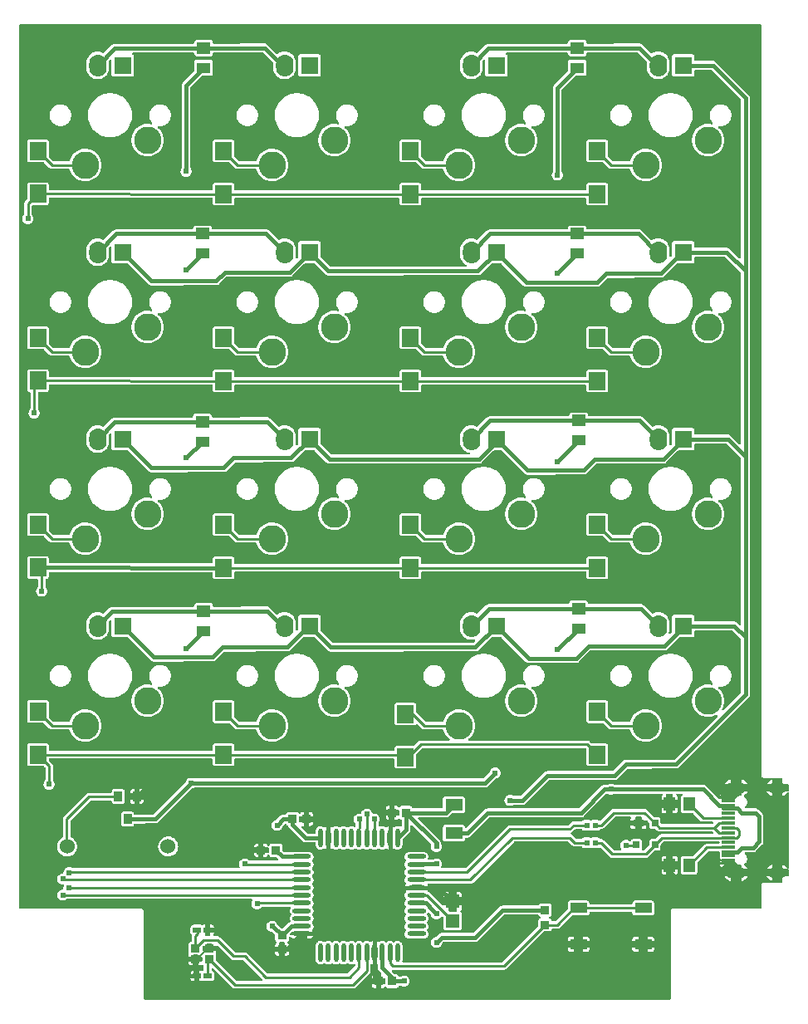
<source format=gbl>
G04 Layer: BottomLayer*
G04 EasyEDA v6.5.42, 2024-04-23 01:25:34*
G04 37435acb23be492c925ee77293ce4e4e,2f8dee597c2d402b932a0ab9ce23454b,10*
G04 Gerber Generator version 0.2*
G04 Scale: 100 percent, Rotated: No, Reflected: No *
G04 Dimensions in millimeters *
G04 leading zeros omitted , absolute positions ,4 integer and 5 decimal *
%FSLAX45Y45*%
%MOMM*%

%AMMACRO1*21,1,$1,$2,0,0,$3*%
%ADD10C,0.3810*%
%ADD11C,0.2540*%
%ADD12C,0.2032*%
%ADD13MACRO1,0.8X0.9X-90.0000*%
%ADD14MACRO1,0.8X0.9X0.0000*%
%ADD15MACRO1,0.3X1.3X-90.0000*%
%ADD16MACRO1,1.8X1.7X90.0000*%
%ADD17O,1.8952718000000002X0.440944*%
%ADD18O,0.440944X1.8952718000000002*%
%ADD19MACRO1,0.54X0.7901X-90.0000*%
%ADD20MACRO1,0.54X0.7901X90.0000*%
%ADD21MACRO1,0.9X0.8X0.0000*%
%ADD22R,1.3500X1.4100*%
%ADD23MACRO1,1.35X1.41X0.0000*%
%ADD24MACRO1,1.1901X1.728X90.0000*%
%ADD25MACRO1,1.7X1X0.0000*%
%ADD26MACRO1,1.1X0.7X0.0000*%
%ADD27MACRO1,0.6X0.7X0.0000*%
%ADD28MACRO1,0.864X0.8065X90.0000*%
%ADD29MACRO1,0.54X0.5656X90.0000*%
%ADD30R,0.8640X0.8065*%
%ADD31MACRO1,0.864X0.8065X0.0000*%
%ADD32MACRO1,1.377X1.1325X-90.0000*%
%ADD33MACRO1,1X0.8X-90.0000*%
%ADD34R,1.3770X1.1325*%
%ADD35MACRO1,1.377X1.1325X0.0000*%
%ADD36C,2.7940*%
%ADD37O,1.778X2.286*%
%ADD38R,1.7780X1.7780*%
%ADD39O,1.7999964X1.1999976*%
%ADD40O,1.9999959999999999X1.1999976*%
%ADD41C,1.5240*%
%ADD42C,0.6200*%
%ADD43C,0.0142*%

%LPD*%
G36*
X1306068Y-9968992D02*
G01*
X1302156Y-9968230D01*
X1298905Y-9965994D01*
X1296670Y-9962743D01*
X1295908Y-9958832D01*
X1295908Y-9068409D01*
X1295095Y-9061907D01*
X1293012Y-9056370D01*
X1289456Y-9051239D01*
X1286459Y-9048191D01*
X1282852Y-9045549D01*
X1277315Y-9043060D01*
X1269847Y-9041892D01*
X36068Y-9041892D01*
X32156Y-9041130D01*
X28905Y-9038894D01*
X26670Y-9035643D01*
X25908Y-9031732D01*
X25908Y-36068D01*
X26670Y-32156D01*
X28905Y-28905D01*
X32156Y-26670D01*
X36068Y-25908D01*
X7583931Y-25908D01*
X7587843Y-26670D01*
X7591094Y-28905D01*
X7593330Y-32156D01*
X7594092Y-36068D01*
X7594092Y-7682890D01*
X7594904Y-7689392D01*
X7596987Y-7694930D01*
X7600543Y-7700060D01*
X7603540Y-7703108D01*
X7607147Y-7705750D01*
X7612684Y-7708239D01*
X7620152Y-7709408D01*
X7690866Y-7709408D01*
X7694777Y-7710220D01*
X7698130Y-7712456D01*
X7700314Y-7715808D01*
X7701025Y-7719771D01*
X7700162Y-7723682D01*
X7697825Y-7726984D01*
X7694422Y-7729067D01*
X7687462Y-7731658D01*
X7676692Y-7737551D01*
X7666888Y-7744917D01*
X7658201Y-7753553D01*
X7650886Y-7763357D01*
X7645349Y-7773466D01*
X7701788Y-7773466D01*
X7701788Y-7719568D01*
X7702550Y-7715656D01*
X7704734Y-7712405D01*
X7708036Y-7710170D01*
X7711948Y-7709408D01*
X7794294Y-7709408D01*
X7798206Y-7710170D01*
X7801508Y-7712405D01*
X7803692Y-7715656D01*
X7804454Y-7719568D01*
X7804454Y-7773466D01*
X7863331Y-7773466D01*
X7867243Y-7774228D01*
X7870494Y-7776413D01*
X7872730Y-7779715D01*
X7873492Y-7783626D01*
X7873492Y-7836001D01*
X7872730Y-7839862D01*
X7870494Y-7843164D01*
X7867243Y-7845399D01*
X7863331Y-7846161D01*
X7804454Y-7846161D01*
X7804454Y-7892846D01*
X7807299Y-7892186D01*
X7818780Y-7887919D01*
X7829550Y-7882077D01*
X7839354Y-7874711D01*
X7848041Y-7866024D01*
X7855203Y-7856474D01*
X7858353Y-7853680D01*
X7862366Y-7852460D01*
X7866532Y-7852918D01*
X7870190Y-7855051D01*
X7872628Y-7858455D01*
X7873492Y-7862570D01*
X7873492Y-8622030D01*
X7872628Y-8626144D01*
X7870190Y-8629548D01*
X7866532Y-8631682D01*
X7862366Y-8632139D01*
X7858353Y-8630920D01*
X7855203Y-8628126D01*
X7848041Y-8618575D01*
X7839354Y-8609888D01*
X7829550Y-8602522D01*
X7818780Y-8596680D01*
X7807299Y-8592413D01*
X7804454Y-8591753D01*
X7804454Y-8638438D01*
X7863331Y-8638438D01*
X7867243Y-8639200D01*
X7870494Y-8641435D01*
X7872730Y-8644737D01*
X7873492Y-8648598D01*
X7873492Y-8700973D01*
X7872730Y-8704884D01*
X7870494Y-8708186D01*
X7867243Y-8710371D01*
X7863331Y-8711133D01*
X7804454Y-8711133D01*
X7804454Y-8765032D01*
X7803692Y-8768943D01*
X7801508Y-8772194D01*
X7798206Y-8774430D01*
X7794294Y-8775192D01*
X7711948Y-8775192D01*
X7708036Y-8774430D01*
X7704734Y-8772194D01*
X7702550Y-8768943D01*
X7701788Y-8765032D01*
X7701788Y-8711133D01*
X7645349Y-8711133D01*
X7650886Y-8721242D01*
X7658201Y-8731046D01*
X7666888Y-8739682D01*
X7676692Y-8747048D01*
X7687462Y-8752941D01*
X7694422Y-8755532D01*
X7697825Y-8757615D01*
X7700162Y-8760917D01*
X7701025Y-8764828D01*
X7700314Y-8768791D01*
X7698130Y-8772144D01*
X7694777Y-8774379D01*
X7690866Y-8775192D01*
X7620609Y-8775192D01*
X7614107Y-8776004D01*
X7608570Y-8778087D01*
X7603439Y-8781643D01*
X7600391Y-8784640D01*
X7597749Y-8788247D01*
X7595260Y-8793784D01*
X7594092Y-8801252D01*
X7594092Y-9031732D01*
X7593330Y-9035643D01*
X7591094Y-9038894D01*
X7587843Y-9041130D01*
X7583931Y-9041892D01*
X6693509Y-9041892D01*
X6687007Y-9042704D01*
X6681470Y-9044787D01*
X6676339Y-9048343D01*
X6673291Y-9051340D01*
X6670649Y-9054947D01*
X6668160Y-9060484D01*
X6666992Y-9067952D01*
X6666992Y-9958832D01*
X6666230Y-9962743D01*
X6663994Y-9965994D01*
X6660743Y-9968230D01*
X6656831Y-9968992D01*
G37*

%LPC*%
G36*
X2225294Y-9855708D02*
G01*
X3428492Y-9855708D01*
X3436518Y-9854895D01*
X3443732Y-9852710D01*
X3450437Y-9849154D01*
X3456635Y-9844024D01*
X3596436Y-9704273D01*
X3601567Y-9698024D01*
X3605123Y-9691370D01*
X3607308Y-9684156D01*
X3608070Y-9676130D01*
X3608070Y-9612020D01*
X3608984Y-9607854D01*
X3611524Y-9604400D01*
X3615283Y-9602317D01*
X3619550Y-9601962D01*
X3623614Y-9603384D01*
X3626865Y-9605416D01*
X3630828Y-9606940D01*
X3630828Y-9543542D01*
X3627577Y-9543542D01*
X3623716Y-9542780D01*
X3620414Y-9540544D01*
X3618179Y-9537242D01*
X3617417Y-9533382D01*
X3617417Y-9446209D01*
X3618179Y-9442348D01*
X3620414Y-9439046D01*
X3623716Y-9436862D01*
X3627577Y-9436049D01*
X3630828Y-9436049D01*
X3630828Y-9372650D01*
X3626865Y-9374174D01*
X3619347Y-9378848D01*
X3615690Y-9382201D01*
X3612489Y-9384131D01*
X3608832Y-9384842D01*
X3605174Y-9384131D01*
X3601974Y-9382201D01*
X3598367Y-9378848D01*
X3590848Y-9374174D01*
X3582568Y-9371025D01*
X3573881Y-9369399D01*
X3565042Y-9369399D01*
X3556355Y-9371025D01*
X3548126Y-9374174D01*
X3540607Y-9378848D01*
X3536950Y-9382201D01*
X3533749Y-9384131D01*
X3530092Y-9384842D01*
X3526434Y-9384131D01*
X3523234Y-9382201D01*
X3519627Y-9378848D01*
X3512108Y-9374174D01*
X3503828Y-9371025D01*
X3495141Y-9369399D01*
X3486302Y-9369399D01*
X3477615Y-9371025D01*
X3469386Y-9374174D01*
X3461867Y-9378848D01*
X3458210Y-9382201D01*
X3455009Y-9384131D01*
X3451351Y-9384842D01*
X3447694Y-9384131D01*
X3444494Y-9382201D01*
X3440887Y-9378848D01*
X3433368Y-9374174D01*
X3425088Y-9371025D01*
X3416401Y-9369399D01*
X3407562Y-9369399D01*
X3398875Y-9371025D01*
X3390646Y-9374174D01*
X3383127Y-9378848D01*
X3379470Y-9382201D01*
X3376269Y-9384131D01*
X3372612Y-9384842D01*
X3368954Y-9384131D01*
X3365754Y-9382201D01*
X3362147Y-9378848D01*
X3354628Y-9374174D01*
X3346348Y-9371025D01*
X3337661Y-9369399D01*
X3328822Y-9369399D01*
X3320135Y-9371025D01*
X3311906Y-9374174D01*
X3304387Y-9378848D01*
X3300729Y-9382201D01*
X3297529Y-9384131D01*
X3293872Y-9384842D01*
X3290214Y-9384131D01*
X3287014Y-9382201D01*
X3283407Y-9378848D01*
X3275888Y-9374174D01*
X3267608Y-9371025D01*
X3258921Y-9369399D01*
X3250082Y-9369399D01*
X3241395Y-9371025D01*
X3233166Y-9374174D01*
X3225647Y-9378848D01*
X3221990Y-9382201D01*
X3218789Y-9384131D01*
X3215132Y-9384842D01*
X3211474Y-9384131D01*
X3208274Y-9382201D01*
X3204667Y-9378848D01*
X3197148Y-9374174D01*
X3188868Y-9371025D01*
X3180181Y-9369399D01*
X3171342Y-9369399D01*
X3162655Y-9371025D01*
X3154426Y-9374174D01*
X3146907Y-9378848D01*
X3143250Y-9382201D01*
X3140049Y-9384131D01*
X3136392Y-9384842D01*
X3132734Y-9384131D01*
X3129534Y-9382201D01*
X3125927Y-9378848D01*
X3118408Y-9374174D01*
X3110128Y-9371025D01*
X3101441Y-9369399D01*
X3092602Y-9369399D01*
X3083915Y-9371025D01*
X3075686Y-9374174D01*
X3068167Y-9378848D01*
X3061614Y-9384792D01*
X3056280Y-9391853D01*
X3052368Y-9399778D01*
X3049930Y-9408261D01*
X3049066Y-9417558D01*
X3049066Y-9562033D01*
X3049930Y-9571329D01*
X3052368Y-9579813D01*
X3056280Y-9587738D01*
X3061614Y-9594799D01*
X3068167Y-9600742D01*
X3075686Y-9605416D01*
X3083915Y-9608616D01*
X3092602Y-9610242D01*
X3101441Y-9610242D01*
X3110128Y-9608616D01*
X3118408Y-9605416D01*
X3125927Y-9600742D01*
X3129534Y-9597440D01*
X3132734Y-9595459D01*
X3136392Y-9594748D01*
X3140049Y-9595459D01*
X3143250Y-9597440D01*
X3146907Y-9600742D01*
X3154426Y-9605416D01*
X3162655Y-9608616D01*
X3171342Y-9610242D01*
X3180181Y-9610242D01*
X3188868Y-9608616D01*
X3197148Y-9605416D01*
X3204667Y-9600742D01*
X3208274Y-9597440D01*
X3211474Y-9595459D01*
X3215132Y-9594748D01*
X3218789Y-9595459D01*
X3221990Y-9597440D01*
X3225647Y-9600742D01*
X3233166Y-9605416D01*
X3241395Y-9608616D01*
X3250082Y-9610242D01*
X3258921Y-9610242D01*
X3267608Y-9608616D01*
X3275888Y-9605416D01*
X3283407Y-9600742D01*
X3287014Y-9597440D01*
X3290214Y-9595459D01*
X3293872Y-9594748D01*
X3297529Y-9595459D01*
X3300729Y-9597440D01*
X3304387Y-9600742D01*
X3311906Y-9605416D01*
X3320135Y-9608616D01*
X3328822Y-9610242D01*
X3337661Y-9610242D01*
X3346348Y-9608616D01*
X3354628Y-9605416D01*
X3362147Y-9600742D01*
X3365754Y-9597440D01*
X3368954Y-9595459D01*
X3372612Y-9594748D01*
X3376269Y-9595459D01*
X3379470Y-9597440D01*
X3383127Y-9600742D01*
X3390646Y-9605416D01*
X3398875Y-9608616D01*
X3407562Y-9610242D01*
X3416401Y-9610242D01*
X3425088Y-9608616D01*
X3433368Y-9605416D01*
X3436620Y-9603384D01*
X3440633Y-9601962D01*
X3444900Y-9602317D01*
X3448659Y-9604400D01*
X3451199Y-9607854D01*
X3452114Y-9612020D01*
X3452114Y-9620859D01*
X3451351Y-9624771D01*
X3449116Y-9628073D01*
X3377895Y-9699294D01*
X3374593Y-9701530D01*
X3370681Y-9702292D01*
X2560218Y-9702292D01*
X2556306Y-9701530D01*
X2553004Y-9699294D01*
X2351735Y-9498076D01*
X2345537Y-9492945D01*
X2338832Y-9489389D01*
X2331618Y-9487204D01*
X2323592Y-9486392D01*
X2230018Y-9486392D01*
X2226106Y-9485630D01*
X2222804Y-9483394D01*
X2072335Y-9332976D01*
X2066137Y-9327845D01*
X2059432Y-9324289D01*
X2052218Y-9322104D01*
X2044192Y-9321292D01*
X2011172Y-9321292D01*
X2007260Y-9320530D01*
X2003958Y-9318294D01*
X2001774Y-9315043D01*
X2001012Y-9311132D01*
X2001774Y-9307220D01*
X2003958Y-9303969D01*
X2006498Y-9301429D01*
X2009597Y-9296501D01*
X2011527Y-9291066D01*
X2012238Y-9284716D01*
X2012238Y-9278162D01*
X1972919Y-9278162D01*
X1972919Y-9311132D01*
X1972157Y-9315043D01*
X1969922Y-9318294D01*
X1966620Y-9320530D01*
X1962759Y-9321292D01*
X1930857Y-9321292D01*
X1926996Y-9320530D01*
X1923694Y-9318294D01*
X1921459Y-9315043D01*
X1920697Y-9311132D01*
X1920697Y-9278162D01*
X1913382Y-9278162D01*
X1909470Y-9277400D01*
X1906168Y-9275165D01*
X1903984Y-9271863D01*
X1903222Y-9268002D01*
X1903222Y-9248597D01*
X1903984Y-9244736D01*
X1906168Y-9241434D01*
X1909470Y-9239199D01*
X1913382Y-9238437D01*
X1920697Y-9238437D01*
X1920697Y-9205417D01*
X1907895Y-9205417D01*
X1901545Y-9206128D01*
X1895652Y-9208160D01*
X1892300Y-9208719D01*
X1888947Y-9208160D01*
X1883054Y-9206128D01*
X1876704Y-9205417D01*
X1798878Y-9205417D01*
X1792528Y-9206128D01*
X1787093Y-9208008D01*
X1782165Y-9211106D01*
X1778101Y-9215170D01*
X1775002Y-9220098D01*
X1773072Y-9225534D01*
X1772361Y-9231884D01*
X1772361Y-9284716D01*
X1773072Y-9291066D01*
X1775002Y-9296501D01*
X1778101Y-9301429D01*
X1781657Y-9304985D01*
X1784045Y-9308795D01*
X1784604Y-9313214D01*
X1783689Y-9322308D01*
X1783689Y-9368942D01*
X1783029Y-9372549D01*
X1781098Y-9375698D01*
X1778203Y-9377984D01*
X1774647Y-9379051D01*
X1771548Y-9379407D01*
X1766112Y-9381286D01*
X1761185Y-9384385D01*
X1757121Y-9388500D01*
X1754022Y-9393377D01*
X1752092Y-9398863D01*
X1751380Y-9405162D01*
X1751380Y-9484004D01*
X1752092Y-9490354D01*
X1754174Y-9496247D01*
X1754733Y-9499600D01*
X1754174Y-9502952D01*
X1752092Y-9508845D01*
X1751380Y-9515195D01*
X1751380Y-9528251D01*
X1793443Y-9528251D01*
X1793443Y-9520682D01*
X1794256Y-9516770D01*
X1796440Y-9513468D01*
X1799742Y-9511284D01*
X1803603Y-9510522D01*
X1840992Y-9510522D01*
X1844903Y-9511284D01*
X1848205Y-9513468D01*
X1850389Y-9516770D01*
X1851152Y-9520682D01*
X1851152Y-9528251D01*
X1881225Y-9528251D01*
X1885137Y-9529013D01*
X1888388Y-9531248D01*
X1890623Y-9534550D01*
X1891385Y-9538411D01*
X1891385Y-9570770D01*
X1890623Y-9574682D01*
X1888388Y-9577984D01*
X1885137Y-9580168D01*
X1881225Y-9580930D01*
X1851152Y-9580930D01*
X1851152Y-9620504D01*
X1866747Y-9620504D01*
X1873046Y-9619792D01*
X1878533Y-9617913D01*
X1883410Y-9614814D01*
X1885137Y-9613087D01*
X1888439Y-9610902D01*
X1892300Y-9610140D01*
X1896211Y-9610902D01*
X1899462Y-9613087D01*
X1901189Y-9614814D01*
X1903425Y-9616236D01*
X1905965Y-9618522D01*
X1907641Y-9621469D01*
X1908200Y-9624822D01*
X1908200Y-9666478D01*
X1907336Y-9670542D01*
X1904949Y-9673894D01*
X1901393Y-9676079D01*
X1895652Y-9678060D01*
X1892300Y-9678619D01*
X1888947Y-9678060D01*
X1883054Y-9676028D01*
X1876704Y-9675317D01*
X1863902Y-9675317D01*
X1863902Y-9708337D01*
X1871218Y-9708337D01*
X1875129Y-9709099D01*
X1878431Y-9711334D01*
X1880616Y-9714636D01*
X1881378Y-9718497D01*
X1881378Y-9737902D01*
X1880616Y-9741763D01*
X1878431Y-9745065D01*
X1875129Y-9747300D01*
X1871218Y-9748062D01*
X1863902Y-9748062D01*
X1863902Y-9781133D01*
X1876704Y-9781133D01*
X1883054Y-9780371D01*
X1888947Y-9778339D01*
X1892300Y-9777780D01*
X1895652Y-9778339D01*
X1901545Y-9780371D01*
X1907895Y-9781133D01*
X1985721Y-9781133D01*
X1992071Y-9780371D01*
X1997506Y-9778492D01*
X2002434Y-9775393D01*
X2006498Y-9771329D01*
X2009597Y-9766401D01*
X2011527Y-9760966D01*
X2012238Y-9754616D01*
X2012238Y-9701784D01*
X2011527Y-9695434D01*
X2009597Y-9689998D01*
X2006498Y-9685070D01*
X2002434Y-9681006D01*
X1997506Y-9677908D01*
X1992223Y-9676079D01*
X1988667Y-9673894D01*
X1986280Y-9670542D01*
X1985416Y-9666478D01*
X1985416Y-9656826D01*
X1986178Y-9652965D01*
X1988413Y-9649663D01*
X1991664Y-9647428D01*
X1995576Y-9646666D01*
X1999488Y-9647428D01*
X2002739Y-9649663D01*
X2197150Y-9844024D01*
X2203399Y-9849154D01*
X2210054Y-9852710D01*
X2217267Y-9854895D01*
G37*
G36*
X3647998Y-9851847D02*
G01*
X3661105Y-9851847D01*
X3661105Y-9809784D01*
X3621532Y-9809784D01*
X3621532Y-9825380D01*
X3622243Y-9831730D01*
X3624173Y-9837166D01*
X3627221Y-9842093D01*
X3631336Y-9846157D01*
X3636213Y-9849256D01*
X3641699Y-9851136D01*
G37*
G36*
X3713784Y-9851847D02*
G01*
X3726891Y-9851847D01*
X3733190Y-9851136D01*
X3738676Y-9849256D01*
X3743553Y-9846157D01*
X3747668Y-9842093D01*
X3748836Y-9840214D01*
X3751630Y-9837267D01*
X3755390Y-9835642D01*
X3759454Y-9835642D01*
X3763213Y-9837267D01*
X3766007Y-9840214D01*
X3767226Y-9842093D01*
X3771290Y-9846157D01*
X3776218Y-9849256D01*
X3781653Y-9851136D01*
X3788003Y-9851847D01*
X3866845Y-9851847D01*
X3873195Y-9851136D01*
X3878630Y-9849256D01*
X3883507Y-9846157D01*
X3887622Y-9842093D01*
X3890721Y-9837166D01*
X3892956Y-9830765D01*
X3895090Y-9827209D01*
X3898493Y-9824821D01*
X3902557Y-9823958D01*
X3911752Y-9823958D01*
X3914546Y-9824364D01*
X3917086Y-9825482D01*
X3924096Y-9829800D01*
X3933037Y-9833356D01*
X3942486Y-9835388D01*
X3952138Y-9835845D01*
X3961688Y-9834575D01*
X3970883Y-9831781D01*
X3979519Y-9827412D01*
X3987292Y-9821672D01*
X3993946Y-9814712D01*
X3999331Y-9806736D01*
X4003344Y-9797948D01*
X4005732Y-9788601D01*
X4006596Y-9779000D01*
X4005732Y-9769398D01*
X4003344Y-9760051D01*
X3999331Y-9751263D01*
X3993946Y-9743287D01*
X3987292Y-9736328D01*
X3979519Y-9730587D01*
X3970883Y-9726218D01*
X3961688Y-9723424D01*
X3952138Y-9722154D01*
X3942486Y-9722612D01*
X3933037Y-9724644D01*
X3924096Y-9728200D01*
X3917086Y-9732518D01*
X3914546Y-9733635D01*
X3911752Y-9734042D01*
X3901186Y-9734042D01*
X3897122Y-9733178D01*
X3893718Y-9730790D01*
X3891584Y-9727234D01*
X3890721Y-9724745D01*
X3887622Y-9719868D01*
X3883507Y-9715754D01*
X3878630Y-9712655D01*
X3873195Y-9710775D01*
X3866845Y-9710064D01*
X3859631Y-9710064D01*
X3855770Y-9709302D01*
X3852468Y-9707067D01*
X3827881Y-9682530D01*
X3825646Y-9679127D01*
X3824935Y-9675063D01*
X3825849Y-9671100D01*
X3828287Y-9667798D01*
X3831793Y-9665716D01*
X3835857Y-9665208D01*
X4964430Y-9665208D01*
X4972456Y-9664395D01*
X4979670Y-9662210D01*
X4986375Y-9658654D01*
X4992573Y-9653524D01*
X5370322Y-9275826D01*
X5373624Y-9273641D01*
X5377484Y-9272879D01*
X5427421Y-9272879D01*
X5433771Y-9272168D01*
X5439206Y-9270238D01*
X5444134Y-9267139D01*
X5448198Y-9263075D01*
X5451297Y-9258147D01*
X5453227Y-9252610D01*
X5455361Y-9249054D01*
X5458764Y-9246666D01*
X5462879Y-9245803D01*
X5511088Y-9246108D01*
X5519115Y-9245346D01*
X5526328Y-9243212D01*
X5533034Y-9239707D01*
X5539486Y-9234424D01*
X5659831Y-9114078D01*
X5663133Y-9111843D01*
X5667044Y-9111081D01*
X5812332Y-9111081D01*
X5818632Y-9110370D01*
X5824118Y-9108440D01*
X5828995Y-9105392D01*
X5833110Y-9101277D01*
X5836208Y-9096400D01*
X5838088Y-9091015D01*
X5838850Y-9082989D01*
X5839866Y-9079382D01*
X5842152Y-9076436D01*
X5845302Y-9074454D01*
X5848959Y-9073794D01*
X6266840Y-9073794D01*
X6270498Y-9074454D01*
X6273647Y-9076436D01*
X6275933Y-9079382D01*
X6276949Y-9082989D01*
X6277711Y-9091015D01*
X6279591Y-9096400D01*
X6282690Y-9101277D01*
X6286804Y-9105392D01*
X6291681Y-9108490D01*
X6297168Y-9110370D01*
X6303467Y-9111081D01*
X6472326Y-9111081D01*
X6478625Y-9110370D01*
X6484112Y-9108490D01*
X6488988Y-9105392D01*
X6493103Y-9101277D01*
X6496202Y-9096400D01*
X6498082Y-9090914D01*
X6498793Y-9084614D01*
X6498793Y-8985758D01*
X6498082Y-8979408D01*
X6496202Y-8973972D01*
X6493103Y-8969044D01*
X6488988Y-8964980D01*
X6484112Y-8961882D01*
X6478625Y-8960002D01*
X6472326Y-8959291D01*
X6303467Y-8959291D01*
X6297168Y-8960002D01*
X6291681Y-8961882D01*
X6286804Y-8964980D01*
X6282690Y-8969044D01*
X6279591Y-8973972D01*
X6277711Y-8979357D01*
X6276949Y-8987383D01*
X6275933Y-8990990D01*
X6273647Y-8993936D01*
X6270498Y-8995918D01*
X6266840Y-8996578D01*
X5848959Y-8996578D01*
X5845302Y-8995918D01*
X5842152Y-8993936D01*
X5839866Y-8990990D01*
X5838850Y-8987383D01*
X5838088Y-8979357D01*
X5836208Y-8973972D01*
X5833110Y-8969044D01*
X5828995Y-8964980D01*
X5824118Y-8961882D01*
X5818632Y-8960002D01*
X5812332Y-8959291D01*
X5643473Y-8959291D01*
X5637174Y-8960002D01*
X5631688Y-8961882D01*
X5626811Y-8964980D01*
X5622696Y-8969044D01*
X5619597Y-8973972D01*
X5617718Y-8979408D01*
X5617006Y-8985758D01*
X5617006Y-9043517D01*
X5616244Y-9047378D01*
X5614009Y-9050680D01*
X5498896Y-9165793D01*
X5495594Y-9168028D01*
X5491683Y-9168790D01*
X5463133Y-9168587D01*
X5459069Y-9167723D01*
X5455716Y-9165336D01*
X5453583Y-9161729D01*
X5451297Y-9155074D01*
X5448198Y-9150197D01*
X5444134Y-9146082D01*
X5439206Y-9143034D01*
X5433161Y-9140901D01*
X5429605Y-9138767D01*
X5427167Y-9135364D01*
X5426354Y-9131300D01*
X5427167Y-9127236D01*
X5429605Y-9123832D01*
X5433161Y-9121698D01*
X5439206Y-9119565D01*
X5444134Y-9116517D01*
X5448198Y-9112402D01*
X5451297Y-9107525D01*
X5453176Y-9102039D01*
X5453888Y-9095740D01*
X5453888Y-9016238D01*
X5453176Y-9009888D01*
X5451297Y-9004452D01*
X5448198Y-8999524D01*
X5444134Y-8995460D01*
X5439206Y-8992362D01*
X5433771Y-8990431D01*
X5427421Y-8989720D01*
X5342178Y-8989720D01*
X5335828Y-8990431D01*
X5330393Y-8992362D01*
X5325465Y-8995460D01*
X5321401Y-8999524D01*
X5316118Y-9007906D01*
X5312765Y-9010192D01*
X5308803Y-9011005D01*
X4950409Y-9011056D01*
X4941874Y-9012224D01*
X4934000Y-9014866D01*
X4926736Y-9018930D01*
X4920030Y-9024518D01*
X4657953Y-9286544D01*
X4654651Y-9288780D01*
X4650790Y-9289542D01*
X4328972Y-9289592D01*
X4320438Y-9290761D01*
X4312564Y-9293402D01*
X4305300Y-9297466D01*
X4298594Y-9303054D01*
X4274870Y-9326778D01*
X4272534Y-9328505D01*
X4269841Y-9329521D01*
X4263237Y-9330944D01*
X4254296Y-9334500D01*
X4246067Y-9339580D01*
X4238853Y-9345930D01*
X4232757Y-9353448D01*
X4228084Y-9361881D01*
X4224883Y-9370974D01*
X4223258Y-9380474D01*
X4223258Y-9390126D01*
X4224883Y-9399625D01*
X4228084Y-9408718D01*
X4232757Y-9417151D01*
X4238853Y-9424670D01*
X4246067Y-9431020D01*
X4254296Y-9436100D01*
X4263237Y-9439656D01*
X4272686Y-9441688D01*
X4282338Y-9442145D01*
X4291888Y-9440875D01*
X4301083Y-9438081D01*
X4309719Y-9433712D01*
X4317492Y-9427972D01*
X4324146Y-9421012D01*
X4329531Y-9413036D01*
X4333544Y-9404248D01*
X4335983Y-9394748D01*
X4336999Y-9392259D01*
X4338624Y-9390126D01*
X4346346Y-9382455D01*
X4349648Y-9380220D01*
X4353509Y-9379458D01*
X4675327Y-9379407D01*
X4683861Y-9378238D01*
X4691735Y-9375597D01*
X4699000Y-9371533D01*
X4705705Y-9365945D01*
X4967782Y-9103918D01*
X4971084Y-9101683D01*
X4974945Y-9100921D01*
X5308803Y-9100921D01*
X5312765Y-9101734D01*
X5316118Y-9104071D01*
X5321401Y-9112402D01*
X5325465Y-9116517D01*
X5330393Y-9119565D01*
X5336438Y-9121698D01*
X5339994Y-9123832D01*
X5342432Y-9127236D01*
X5343245Y-9131300D01*
X5342432Y-9135364D01*
X5339994Y-9138767D01*
X5336438Y-9140901D01*
X5330393Y-9143034D01*
X5325465Y-9146082D01*
X5321401Y-9150197D01*
X5318302Y-9155074D01*
X5316423Y-9160560D01*
X5315712Y-9166860D01*
X5315712Y-9217050D01*
X5314899Y-9220911D01*
X5312714Y-9224213D01*
X4951933Y-9584994D01*
X4948631Y-9587230D01*
X4944719Y-9587992D01*
X3940251Y-9587992D01*
X3936542Y-9587280D01*
X3933393Y-9585350D01*
X3931158Y-9582353D01*
X3930142Y-9578746D01*
X3930446Y-9575038D01*
X3931513Y-9571329D01*
X3932377Y-9562033D01*
X3932377Y-9417558D01*
X3931513Y-9408261D01*
X3929126Y-9399778D01*
X3925163Y-9391853D01*
X3919829Y-9384792D01*
X3913327Y-9378848D01*
X3905808Y-9374174D01*
X3897528Y-9371025D01*
X3888841Y-9369399D01*
X3880002Y-9369399D01*
X3871315Y-9371025D01*
X3863086Y-9374174D01*
X3855567Y-9378848D01*
X3851910Y-9382201D01*
X3848709Y-9384131D01*
X3845051Y-9384842D01*
X3841394Y-9384131D01*
X3838194Y-9382201D01*
X3834587Y-9378848D01*
X3827068Y-9374174D01*
X3818788Y-9371025D01*
X3810101Y-9369399D01*
X3801262Y-9369399D01*
X3792575Y-9371025D01*
X3784346Y-9374174D01*
X3776827Y-9378848D01*
X3773170Y-9382201D01*
X3769969Y-9384131D01*
X3766312Y-9384842D01*
X3762654Y-9384131D01*
X3759454Y-9382201D01*
X3755847Y-9378848D01*
X3748328Y-9374174D01*
X3740048Y-9371025D01*
X3731361Y-9369399D01*
X3722522Y-9369399D01*
X3713835Y-9371025D01*
X3705606Y-9374174D01*
X3698087Y-9378848D01*
X3694429Y-9382201D01*
X3691229Y-9384131D01*
X3687572Y-9384842D01*
X3683914Y-9384131D01*
X3680714Y-9382201D01*
X3677107Y-9378848D01*
X3669588Y-9374174D01*
X3665575Y-9372650D01*
X3665575Y-9436049D01*
X3668826Y-9436049D01*
X3672738Y-9436862D01*
X3676040Y-9439046D01*
X3678224Y-9442348D01*
X3678986Y-9446209D01*
X3678986Y-9533382D01*
X3678224Y-9537242D01*
X3676040Y-9540544D01*
X3672738Y-9542780D01*
X3668826Y-9543542D01*
X3665575Y-9543542D01*
X3665575Y-9606940D01*
X3668166Y-9605924D01*
X3672027Y-9605264D01*
X3675837Y-9606076D01*
X3679088Y-9608312D01*
X3681272Y-9611563D01*
X3681984Y-9615424D01*
X3682034Y-9646869D01*
X3683254Y-9655454D01*
X3685895Y-9663328D01*
X3689908Y-9670542D01*
X3695496Y-9677298D01*
X3710940Y-9692690D01*
X3712768Y-9695230D01*
X3713784Y-9698228D01*
X3713784Y-9752126D01*
X3751376Y-9752126D01*
X3755237Y-9752888D01*
X3758539Y-9755073D01*
X3760724Y-9758375D01*
X3761536Y-9762286D01*
X3761536Y-9799624D01*
X3760724Y-9803536D01*
X3758539Y-9806838D01*
X3755237Y-9809022D01*
X3751376Y-9809784D01*
X3713784Y-9809784D01*
G37*
G36*
X1798878Y-9781133D02*
G01*
X1811680Y-9781133D01*
X1811680Y-9748062D01*
X1772361Y-9748062D01*
X1772361Y-9754616D01*
X1773072Y-9760966D01*
X1775002Y-9766401D01*
X1778101Y-9771329D01*
X1782165Y-9775393D01*
X1787093Y-9778492D01*
X1792528Y-9780371D01*
G37*
G36*
X3621532Y-9752126D02*
G01*
X3661105Y-9752126D01*
X3661105Y-9710064D01*
X3647998Y-9710064D01*
X3641699Y-9710775D01*
X3636213Y-9712655D01*
X3631336Y-9715754D01*
X3627221Y-9719868D01*
X3624173Y-9724745D01*
X3622243Y-9730232D01*
X3621532Y-9736531D01*
G37*
G36*
X1772361Y-9708337D02*
G01*
X1811680Y-9708337D01*
X1811680Y-9675317D01*
X1798878Y-9675317D01*
X1792528Y-9676028D01*
X1787093Y-9677908D01*
X1782165Y-9681006D01*
X1778101Y-9685070D01*
X1775002Y-9689998D01*
X1773072Y-9695434D01*
X1772361Y-9701784D01*
G37*
G36*
X1777898Y-9620504D02*
G01*
X1793443Y-9620504D01*
X1793443Y-9580930D01*
X1751380Y-9580930D01*
X1751380Y-9594037D01*
X1752092Y-9600336D01*
X1754022Y-9605822D01*
X1757121Y-9610699D01*
X1761185Y-9614814D01*
X1766112Y-9617913D01*
X1771548Y-9619792D01*
G37*
G36*
X2733954Y-9521190D02*
G01*
X2749550Y-9521190D01*
X2755849Y-9520478D01*
X2761335Y-9518599D01*
X2766212Y-9515500D01*
X2770327Y-9511385D01*
X2773375Y-9506508D01*
X2775305Y-9501022D01*
X2776016Y-9494723D01*
X2776016Y-9481616D01*
X2733954Y-9481616D01*
G37*
G36*
X2660650Y-9521190D02*
G01*
X2676245Y-9521190D01*
X2676245Y-9481616D01*
X2634183Y-9481616D01*
X2634183Y-9494723D01*
X2634894Y-9501022D01*
X2636824Y-9506508D01*
X2639872Y-9511385D01*
X2643987Y-9515500D01*
X2648864Y-9518599D01*
X2654350Y-9520478D01*
G37*
G36*
X6303467Y-9481108D02*
G01*
X6339027Y-9481108D01*
X6339027Y-9436557D01*
X6277000Y-9436557D01*
X6277000Y-9454642D01*
X6277711Y-9460992D01*
X6279591Y-9466427D01*
X6282690Y-9471355D01*
X6286804Y-9475419D01*
X6291681Y-9478518D01*
X6297168Y-9480397D01*
G37*
G36*
X5776772Y-9481108D02*
G01*
X5812332Y-9481108D01*
X5818632Y-9480397D01*
X5824118Y-9478518D01*
X5828995Y-9475419D01*
X5833110Y-9471355D01*
X5836208Y-9466427D01*
X5838088Y-9460992D01*
X5838799Y-9454642D01*
X5838799Y-9436557D01*
X5776772Y-9436557D01*
G37*
G36*
X5643473Y-9481108D02*
G01*
X5679033Y-9481108D01*
X5679033Y-9436557D01*
X5617006Y-9436557D01*
X5617006Y-9454642D01*
X5617718Y-9460992D01*
X5619597Y-9466427D01*
X5622696Y-9471355D01*
X5626811Y-9475419D01*
X5631688Y-9478518D01*
X5637174Y-9480397D01*
G37*
G36*
X6436766Y-9481108D02*
G01*
X6472326Y-9481108D01*
X6478625Y-9480397D01*
X6484112Y-9478518D01*
X6488988Y-9475419D01*
X6493103Y-9471355D01*
X6496202Y-9466427D01*
X6498082Y-9460992D01*
X6498793Y-9454642D01*
X6498793Y-9436557D01*
X6436766Y-9436557D01*
G37*
G36*
X2634183Y-9428937D02*
G01*
X2676245Y-9428937D01*
X2676245Y-9391396D01*
X2677007Y-9387484D01*
X2679242Y-9384182D01*
X2682544Y-9381998D01*
X2686405Y-9381236D01*
X2723794Y-9381236D01*
X2727655Y-9381998D01*
X2730957Y-9384182D01*
X2733192Y-9387484D01*
X2733954Y-9391396D01*
X2733954Y-9428937D01*
X2776016Y-9428937D01*
X2776016Y-9415881D01*
X2775305Y-9409531D01*
X2773375Y-9404096D01*
X2770327Y-9399168D01*
X2766212Y-9395104D01*
X2764332Y-9393885D01*
X2761386Y-9391091D01*
X2759760Y-9387332D01*
X2759760Y-9383268D01*
X2761386Y-9379508D01*
X2764332Y-9376714D01*
X2766212Y-9375495D01*
X2770327Y-9371431D01*
X2773375Y-9366504D01*
X2775305Y-9361068D01*
X2776016Y-9354718D01*
X2776016Y-9332874D01*
X2776829Y-9328861D01*
X2779115Y-9325559D01*
X2782570Y-9323374D01*
X2786532Y-9322714D01*
X2790494Y-9323679D01*
X2793746Y-9326067D01*
X2800654Y-9333788D01*
X2807665Y-9339072D01*
X2815539Y-9343034D01*
X2824073Y-9345472D01*
X2833319Y-9346336D01*
X2851861Y-9346336D01*
X2851861Y-9315754D01*
X2792780Y-9315754D01*
X2788869Y-9314942D01*
X2785567Y-9312757D01*
X2783382Y-9309455D01*
X2782620Y-9305594D01*
X2783382Y-9301683D01*
X2785567Y-9298381D01*
X2799994Y-9283954D01*
X2803296Y-9281769D01*
X2807208Y-9281007D01*
X2851861Y-9281007D01*
X2851861Y-9277756D01*
X2852623Y-9273844D01*
X2854807Y-9270542D01*
X2858109Y-9268358D01*
X2862021Y-9267596D01*
X2949143Y-9267596D01*
X2953054Y-9268358D01*
X2956356Y-9270542D01*
X2958541Y-9273844D01*
X2959303Y-9277756D01*
X2959303Y-9281007D01*
X3022752Y-9281007D01*
X3021177Y-9276994D01*
X3016554Y-9269476D01*
X3013202Y-9265818D01*
X3011220Y-9262668D01*
X3010560Y-9259011D01*
X3011220Y-9255302D01*
X3013202Y-9252153D01*
X3016554Y-9248495D01*
X3021177Y-9240977D01*
X3024378Y-9232747D01*
X3026003Y-9224060D01*
X3026003Y-9215221D01*
X3024378Y-9206484D01*
X3021177Y-9198254D01*
X3016554Y-9190736D01*
X3013202Y-9187078D01*
X3011220Y-9183928D01*
X3010560Y-9180271D01*
X3011220Y-9176562D01*
X3013202Y-9173413D01*
X3016554Y-9169755D01*
X3021177Y-9162237D01*
X3024378Y-9154007D01*
X3026003Y-9145320D01*
X3026003Y-9136481D01*
X3024378Y-9127744D01*
X3021177Y-9119514D01*
X3016554Y-9111996D01*
X3013202Y-9108338D01*
X3011220Y-9105188D01*
X3010560Y-9101531D01*
X3011220Y-9097822D01*
X3013202Y-9094673D01*
X3016554Y-9091015D01*
X3021177Y-9083497D01*
X3024378Y-9075267D01*
X3026003Y-9066580D01*
X3026003Y-9057741D01*
X3024378Y-9049004D01*
X3021177Y-9040774D01*
X3016554Y-9033256D01*
X3013202Y-9029598D01*
X3011220Y-9026448D01*
X3010560Y-9022791D01*
X3011220Y-9019082D01*
X3013202Y-9015933D01*
X3016554Y-9012275D01*
X3021177Y-9004757D01*
X3024378Y-8996527D01*
X3026003Y-8987840D01*
X3026003Y-8979001D01*
X3024378Y-8970264D01*
X3021177Y-8962034D01*
X3016554Y-8954516D01*
X3013202Y-8950858D01*
X3011220Y-8947708D01*
X3010560Y-8944051D01*
X3011220Y-8940342D01*
X3013202Y-8937193D01*
X3016554Y-8933535D01*
X3021177Y-8926017D01*
X3024378Y-8917787D01*
X3026003Y-8909100D01*
X3026003Y-8900261D01*
X3024378Y-8891524D01*
X3021177Y-8883294D01*
X3016554Y-8875776D01*
X3013202Y-8872118D01*
X3011220Y-8868968D01*
X3010560Y-8865311D01*
X3011220Y-8861602D01*
X3013202Y-8858453D01*
X3016554Y-8854795D01*
X3021177Y-8847277D01*
X3024378Y-8839047D01*
X3026003Y-8830360D01*
X3026003Y-8821521D01*
X3024378Y-8812784D01*
X3021177Y-8804554D01*
X3016554Y-8797036D01*
X3013202Y-8793378D01*
X3011220Y-8790228D01*
X3010560Y-8786571D01*
X3011220Y-8782862D01*
X3013202Y-8779713D01*
X3016554Y-8776055D01*
X3021177Y-8768537D01*
X3024378Y-8760307D01*
X3026003Y-8751620D01*
X3026003Y-8742781D01*
X3024378Y-8734044D01*
X3021177Y-8725814D01*
X3016554Y-8718296D01*
X3013202Y-8714638D01*
X3011220Y-8711488D01*
X3010560Y-8707831D01*
X3011220Y-8704122D01*
X3013202Y-8700973D01*
X3016554Y-8697315D01*
X3021177Y-8689797D01*
X3024378Y-8681567D01*
X3026003Y-8672880D01*
X3026003Y-8664041D01*
X3024378Y-8655304D01*
X3021177Y-8647074D01*
X3016554Y-8639556D01*
X3013202Y-8635898D01*
X3011220Y-8632748D01*
X3010560Y-8629091D01*
X3011220Y-8625382D01*
X3013202Y-8622233D01*
X3016554Y-8618575D01*
X3021177Y-8611057D01*
X3024378Y-8602827D01*
X3026003Y-8594140D01*
X3026003Y-8585301D01*
X3024378Y-8576564D01*
X3021177Y-8568334D01*
X3016554Y-8560816D01*
X3013202Y-8557158D01*
X3011220Y-8554008D01*
X3010560Y-8550351D01*
X3011220Y-8546642D01*
X3013202Y-8543493D01*
X3016554Y-8539835D01*
X3021177Y-8532317D01*
X3024378Y-8524087D01*
X3026003Y-8515400D01*
X3026003Y-8506561D01*
X3024378Y-8497824D01*
X3021177Y-8489594D01*
X3016554Y-8482076D01*
X3010560Y-8475573D01*
X3003550Y-8470239D01*
X2995625Y-8466277D01*
X2987090Y-8463838D01*
X2977845Y-8463026D01*
X2833319Y-8463026D01*
X2824073Y-8463838D01*
X2817926Y-8465616D01*
X2815132Y-8466023D01*
X2729026Y-8466023D01*
X2725115Y-8465210D01*
X2721813Y-8463026D01*
X2709926Y-8451138D01*
X2707741Y-8447836D01*
X2706979Y-8443925D01*
X2706979Y-8402878D01*
X2706268Y-8396528D01*
X2704338Y-8391093D01*
X2701239Y-8386165D01*
X2697175Y-8382101D01*
X2692247Y-8379002D01*
X2686812Y-8377123D01*
X2680462Y-8376412D01*
X2600960Y-8376412D01*
X2594660Y-8377123D01*
X2589174Y-8379002D01*
X2584297Y-8382101D01*
X2580182Y-8386165D01*
X2577134Y-8391093D01*
X2575001Y-8397138D01*
X2572867Y-8400694D01*
X2569464Y-8403132D01*
X2565400Y-8403945D01*
X2561336Y-8403132D01*
X2557932Y-8400694D01*
X2555798Y-8397138D01*
X2553665Y-8391093D01*
X2550617Y-8386165D01*
X2546502Y-8382101D01*
X2541625Y-8379002D01*
X2536139Y-8377123D01*
X2529840Y-8376412D01*
X2516581Y-8376412D01*
X2516581Y-8417560D01*
X2564333Y-8417560D01*
X2568244Y-8418322D01*
X2571496Y-8420506D01*
X2573731Y-8423808D01*
X2574493Y-8427720D01*
X2574493Y-8463280D01*
X2573731Y-8467191D01*
X2571496Y-8470493D01*
X2568244Y-8472678D01*
X2564333Y-8473440D01*
X2516581Y-8473440D01*
X2516581Y-8514588D01*
X2529840Y-8514588D01*
X2536139Y-8513876D01*
X2541625Y-8511997D01*
X2546502Y-8508898D01*
X2550617Y-8504834D01*
X2553665Y-8499906D01*
X2555798Y-8493861D01*
X2557932Y-8490305D01*
X2561336Y-8487867D01*
X2565400Y-8487054D01*
X2569464Y-8487867D01*
X2572867Y-8490305D01*
X2575001Y-8493861D01*
X2577134Y-8499906D01*
X2580182Y-8504834D01*
X2584297Y-8508898D01*
X2589174Y-8511997D01*
X2594660Y-8513876D01*
X2600960Y-8514588D01*
X2642057Y-8514588D01*
X2645968Y-8515400D01*
X2649220Y-8517585D01*
X2665425Y-8533739D01*
X2667609Y-8537041D01*
X2668371Y-8540953D01*
X2667609Y-8544814D01*
X2665425Y-8548116D01*
X2662123Y-8550300D01*
X2658211Y-8551113D01*
X2374239Y-8551113D01*
X2370226Y-8550249D01*
X2366873Y-8547963D01*
X2361692Y-8542528D01*
X2353919Y-8536787D01*
X2345283Y-8532418D01*
X2336088Y-8529624D01*
X2326538Y-8528354D01*
X2316886Y-8528812D01*
X2307437Y-8530844D01*
X2298496Y-8534400D01*
X2290267Y-8539480D01*
X2283053Y-8545830D01*
X2276957Y-8553348D01*
X2272284Y-8561781D01*
X2269083Y-8570874D01*
X2267458Y-8580374D01*
X2267458Y-8590026D01*
X2269083Y-8599525D01*
X2272284Y-8608618D01*
X2275687Y-8614714D01*
X2276906Y-8618728D01*
X2276449Y-8622893D01*
X2274316Y-8626500D01*
X2270912Y-8628938D01*
X2266797Y-8629853D01*
X572211Y-8629853D01*
X569010Y-8629294D01*
X566166Y-8627821D01*
X563219Y-8625687D01*
X554583Y-8621318D01*
X545388Y-8618524D01*
X535838Y-8617254D01*
X526186Y-8617712D01*
X516737Y-8619744D01*
X507796Y-8623300D01*
X499567Y-8628380D01*
X492353Y-8634730D01*
X486257Y-8642248D01*
X481584Y-8650681D01*
X478383Y-8659774D01*
X475996Y-8674658D01*
X473913Y-8677859D01*
X470763Y-8680094D01*
X467004Y-8681008D01*
X462686Y-8681212D01*
X453237Y-8683244D01*
X444296Y-8686800D01*
X436067Y-8691880D01*
X428853Y-8698230D01*
X422757Y-8705748D01*
X418084Y-8714181D01*
X414883Y-8723274D01*
X413258Y-8732774D01*
X413258Y-8742426D01*
X414883Y-8751925D01*
X418084Y-8761018D01*
X422757Y-8769451D01*
X428853Y-8776970D01*
X436067Y-8783320D01*
X444296Y-8788400D01*
X453237Y-8791956D01*
X462686Y-8793988D01*
X470712Y-8794343D01*
X474421Y-8795207D01*
X477520Y-8797340D01*
X479602Y-8800490D01*
X480466Y-8804148D01*
X479856Y-8807907D01*
X478383Y-8812174D01*
X476758Y-8821674D01*
X476758Y-8831326D01*
X477215Y-8834221D01*
X477062Y-8838488D01*
X475132Y-8842298D01*
X471779Y-8844991D01*
X467664Y-8846058D01*
X462686Y-8846312D01*
X453237Y-8848344D01*
X444296Y-8851900D01*
X436067Y-8856980D01*
X428853Y-8863330D01*
X422757Y-8870848D01*
X418084Y-8879281D01*
X414883Y-8888374D01*
X413258Y-8897874D01*
X413258Y-8907526D01*
X414883Y-8917025D01*
X418084Y-8926118D01*
X422757Y-8934551D01*
X428853Y-8942070D01*
X436067Y-8948420D01*
X444296Y-8953500D01*
X453237Y-8957056D01*
X462686Y-8959088D01*
X472338Y-8959545D01*
X481888Y-8958275D01*
X491083Y-8955481D01*
X499719Y-8951112D01*
X511708Y-8942171D01*
X515670Y-8941358D01*
X2396337Y-8942933D01*
X2400046Y-8943644D01*
X2403246Y-8945626D01*
X2405481Y-8948674D01*
X2406446Y-8952382D01*
X2405989Y-8956141D01*
X2399284Y-8968181D01*
X2396083Y-8977274D01*
X2394458Y-8986774D01*
X2394458Y-8996426D01*
X2396083Y-9005925D01*
X2399284Y-9015018D01*
X2403957Y-9023451D01*
X2410053Y-9030970D01*
X2417267Y-9037320D01*
X2425496Y-9042400D01*
X2434437Y-9045956D01*
X2443886Y-9047988D01*
X2453538Y-9048445D01*
X2463088Y-9047175D01*
X2472283Y-9044381D01*
X2480919Y-9040012D01*
X2488692Y-9034272D01*
X2495346Y-9027312D01*
X2498191Y-9024061D01*
X2501087Y-9022537D01*
X2504338Y-9022029D01*
X2783382Y-9022029D01*
X2787548Y-9022892D01*
X2791002Y-9025483D01*
X2793085Y-9029192D01*
X2793441Y-9033459D01*
X2792018Y-9037523D01*
X2789986Y-9040774D01*
X2786786Y-9049004D01*
X2785160Y-9057741D01*
X2785160Y-9066580D01*
X2786786Y-9075267D01*
X2789986Y-9083497D01*
X2794660Y-9091015D01*
X2797962Y-9094673D01*
X2799943Y-9097822D01*
X2800604Y-9101531D01*
X2799943Y-9105188D01*
X2797962Y-9108338D01*
X2794660Y-9111996D01*
X2789986Y-9119514D01*
X2786786Y-9127744D01*
X2785160Y-9136481D01*
X2785160Y-9145320D01*
X2786786Y-9154007D01*
X2791663Y-9166199D01*
X2791714Y-9169806D01*
X2790444Y-9173260D01*
X2788107Y-9176004D01*
X2784906Y-9177782D01*
X2782620Y-9178544D01*
X2775407Y-9182557D01*
X2768650Y-9188145D01*
X2712262Y-9244533D01*
X2709011Y-9246717D01*
X2705100Y-9247530D01*
X2701188Y-9246717D01*
X2697937Y-9244533D01*
X2659938Y-9206585D01*
X2658313Y-9204452D01*
X2657144Y-9201251D01*
X2653131Y-9192463D01*
X2647746Y-9184487D01*
X2641092Y-9177528D01*
X2633319Y-9171787D01*
X2624683Y-9167418D01*
X2615488Y-9164624D01*
X2605938Y-9163354D01*
X2596286Y-9163812D01*
X2586837Y-9165844D01*
X2577896Y-9169400D01*
X2569667Y-9174480D01*
X2562453Y-9180830D01*
X2556357Y-9188348D01*
X2551684Y-9196781D01*
X2548483Y-9205874D01*
X2546858Y-9215374D01*
X2546858Y-9225026D01*
X2548483Y-9234525D01*
X2551684Y-9243618D01*
X2556357Y-9252051D01*
X2562453Y-9259570D01*
X2569667Y-9265920D01*
X2577896Y-9271000D01*
X2586837Y-9274556D01*
X2596286Y-9276588D01*
X2599182Y-9276740D01*
X2602839Y-9277604D01*
X2605938Y-9279686D01*
X2631236Y-9304985D01*
X2633421Y-9308287D01*
X2634183Y-9312198D01*
X2634183Y-9354718D01*
X2634894Y-9361068D01*
X2636824Y-9366504D01*
X2639872Y-9371431D01*
X2643987Y-9375495D01*
X2645867Y-9376714D01*
X2648813Y-9379508D01*
X2650439Y-9383268D01*
X2650439Y-9387332D01*
X2648813Y-9391091D01*
X2645867Y-9393885D01*
X2643987Y-9395104D01*
X2639872Y-9399168D01*
X2636824Y-9404096D01*
X2634894Y-9409531D01*
X2634183Y-9415881D01*
G37*
G36*
X6277000Y-9373870D02*
G01*
X6339027Y-9373870D01*
X6339027Y-9329318D01*
X6303467Y-9329318D01*
X6297168Y-9330029D01*
X6291681Y-9331960D01*
X6286804Y-9335008D01*
X6282690Y-9339122D01*
X6279591Y-9343999D01*
X6277711Y-9349486D01*
X6277000Y-9355785D01*
G37*
G36*
X5617006Y-9373870D02*
G01*
X5679033Y-9373870D01*
X5679033Y-9329318D01*
X5643473Y-9329318D01*
X5637174Y-9330029D01*
X5631688Y-9331909D01*
X5626811Y-9335008D01*
X5622696Y-9339122D01*
X5619597Y-9343999D01*
X5617718Y-9349486D01*
X5617006Y-9355785D01*
G37*
G36*
X6436766Y-9373870D02*
G01*
X6498793Y-9373870D01*
X6498793Y-9355785D01*
X6498082Y-9349486D01*
X6496202Y-9343999D01*
X6493103Y-9339122D01*
X6488988Y-9335008D01*
X6484112Y-9331960D01*
X6478625Y-9330029D01*
X6472326Y-9329318D01*
X6436766Y-9329318D01*
G37*
G36*
X5776772Y-9373870D02*
G01*
X5838799Y-9373870D01*
X5838799Y-9355785D01*
X5838088Y-9349486D01*
X5836208Y-9343999D01*
X5833110Y-9339122D01*
X5828995Y-9335008D01*
X5824118Y-9331909D01*
X5818632Y-9330029D01*
X5812332Y-9329318D01*
X5776772Y-9329318D01*
G37*
G36*
X2959303Y-9346336D02*
G01*
X2977845Y-9346336D01*
X2987090Y-9345472D01*
X2995625Y-9343034D01*
X3003550Y-9339072D01*
X3010560Y-9333788D01*
X3016554Y-9327235D01*
X3021177Y-9319717D01*
X3022752Y-9315754D01*
X2959303Y-9315754D01*
G37*
G36*
X4003649Y-9346336D02*
G01*
X4148124Y-9346336D01*
X4157370Y-9345472D01*
X4165904Y-9343034D01*
X4173829Y-9339072D01*
X4180890Y-9333788D01*
X4186834Y-9327235D01*
X4191457Y-9319717D01*
X4194657Y-9311487D01*
X4196283Y-9302800D01*
X4196283Y-9293961D01*
X4194657Y-9285224D01*
X4191457Y-9276994D01*
X4186834Y-9269476D01*
X4183481Y-9265818D01*
X4181551Y-9262668D01*
X4180840Y-9259011D01*
X4181551Y-9255302D01*
X4183481Y-9252153D01*
X4186834Y-9248495D01*
X4191457Y-9240977D01*
X4194657Y-9232747D01*
X4196283Y-9224060D01*
X4196283Y-9215221D01*
X4194657Y-9206484D01*
X4191457Y-9198254D01*
X4186834Y-9190736D01*
X4183481Y-9187078D01*
X4181551Y-9183928D01*
X4180840Y-9180271D01*
X4181551Y-9176562D01*
X4183481Y-9173413D01*
X4186834Y-9169755D01*
X4191457Y-9162237D01*
X4194657Y-9154007D01*
X4196283Y-9145320D01*
X4196283Y-9136481D01*
X4194657Y-9127744D01*
X4191457Y-9119514D01*
X4186834Y-9111996D01*
X4183481Y-9108338D01*
X4181551Y-9105188D01*
X4180840Y-9101531D01*
X4181551Y-9097822D01*
X4183481Y-9094673D01*
X4186834Y-9091015D01*
X4190492Y-9085072D01*
X4192930Y-9082328D01*
X4196181Y-9080703D01*
X4199788Y-9080246D01*
X4203344Y-9081160D01*
X4206341Y-9083192D01*
X4221378Y-9098280D01*
X4223207Y-9100769D01*
X4224223Y-9103715D01*
X4224883Y-9107525D01*
X4228084Y-9116618D01*
X4232757Y-9125051D01*
X4238853Y-9132570D01*
X4246067Y-9138920D01*
X4254296Y-9144000D01*
X4263237Y-9147556D01*
X4272686Y-9149588D01*
X4282338Y-9150045D01*
X4291888Y-9148775D01*
X4301083Y-9145981D01*
X4309719Y-9141612D01*
X4317492Y-9135872D01*
X4324146Y-9128912D01*
X4328261Y-9122816D01*
X4331512Y-9119768D01*
X4335729Y-9118396D01*
X4340098Y-9118955D01*
X4343857Y-9121343D01*
X4348632Y-9126067D01*
X4350816Y-9129369D01*
X4351578Y-9133281D01*
X4351578Y-9237726D01*
X4352290Y-9244076D01*
X4354220Y-9249511D01*
X4357319Y-9254439D01*
X4361383Y-9258503D01*
X4366310Y-9261602D01*
X4371746Y-9263481D01*
X4378045Y-9264192D01*
X4511954Y-9264192D01*
X4518253Y-9263481D01*
X4523689Y-9261602D01*
X4528616Y-9258503D01*
X4532680Y-9254439D01*
X4535779Y-9249511D01*
X4537710Y-9244076D01*
X4538421Y-9237726D01*
X4538421Y-9097873D01*
X4537710Y-9091574D01*
X4535779Y-9086088D01*
X4532680Y-9081211D01*
X4528616Y-9077096D01*
X4524552Y-9073591D01*
X4522978Y-9069832D01*
X4522978Y-9065768D01*
X4524552Y-9062008D01*
X4528616Y-9058503D01*
X4532680Y-9054388D01*
X4535779Y-9049512D01*
X4537710Y-9044025D01*
X4538421Y-9037726D01*
X4538421Y-9009380D01*
X4485081Y-9009380D01*
X4485081Y-9061246D01*
X4484319Y-9065107D01*
X4482134Y-9068409D01*
X4478832Y-9070644D01*
X4474921Y-9071406D01*
X4415078Y-9071406D01*
X4411167Y-9070644D01*
X4407865Y-9068409D01*
X4405680Y-9065107D01*
X4404918Y-9061246D01*
X4404918Y-9009380D01*
X4345330Y-9009380D01*
X4341418Y-9008618D01*
X4338167Y-9006433D01*
X4209491Y-8877808D01*
X4203293Y-8872677D01*
X4196588Y-8869121D01*
X4193540Y-8868156D01*
X4190288Y-8866479D01*
X4187799Y-8863736D01*
X4186478Y-8860231D01*
X4186529Y-8856573D01*
X4187850Y-8853119D01*
X4191457Y-8847277D01*
X4193032Y-8843314D01*
X4129582Y-8843314D01*
X4129582Y-8846566D01*
X4128820Y-8850426D01*
X4126636Y-8853728D01*
X4123334Y-8855913D01*
X4119422Y-8856726D01*
X4032300Y-8856726D01*
X4028389Y-8855913D01*
X4025137Y-8853728D01*
X4022902Y-8850426D01*
X4022140Y-8846566D01*
X4022140Y-8843314D01*
X3958742Y-8843314D01*
X3960266Y-8847277D01*
X3964940Y-8854795D01*
X3968242Y-8858453D01*
X3970223Y-8861602D01*
X3970883Y-8865311D01*
X3970223Y-8868968D01*
X3968242Y-8872118D01*
X3964940Y-8875776D01*
X3960266Y-8883294D01*
X3957065Y-8891524D01*
X3955440Y-8900261D01*
X3955440Y-8909100D01*
X3957065Y-8917787D01*
X3960266Y-8926017D01*
X3964940Y-8933535D01*
X3968242Y-8937193D01*
X3970223Y-8940342D01*
X3970883Y-8944051D01*
X3970223Y-8947708D01*
X3968242Y-8950858D01*
X3964940Y-8954516D01*
X3960266Y-8962034D01*
X3957065Y-8970264D01*
X3955440Y-8979001D01*
X3955440Y-8987840D01*
X3957065Y-8996527D01*
X3960266Y-9004757D01*
X3964940Y-9012275D01*
X3968242Y-9015933D01*
X3970223Y-9019082D01*
X3970883Y-9022791D01*
X3970223Y-9026448D01*
X3968242Y-9029598D01*
X3964940Y-9033256D01*
X3960266Y-9040774D01*
X3957065Y-9049004D01*
X3955440Y-9057741D01*
X3955440Y-9066580D01*
X3957065Y-9075267D01*
X3960266Y-9083497D01*
X3964940Y-9091015D01*
X3968242Y-9094673D01*
X3970223Y-9097822D01*
X3970883Y-9101531D01*
X3970223Y-9105188D01*
X3968242Y-9108338D01*
X3964940Y-9111996D01*
X3960266Y-9119514D01*
X3957065Y-9127744D01*
X3955440Y-9136481D01*
X3955440Y-9145320D01*
X3957065Y-9154007D01*
X3960266Y-9162237D01*
X3964940Y-9169755D01*
X3968242Y-9173413D01*
X3970223Y-9176562D01*
X3970883Y-9180271D01*
X3970223Y-9183928D01*
X3968242Y-9187078D01*
X3964940Y-9190736D01*
X3960266Y-9198254D01*
X3957065Y-9206484D01*
X3955440Y-9215221D01*
X3955440Y-9224060D01*
X3957065Y-9232747D01*
X3960266Y-9240977D01*
X3964940Y-9248495D01*
X3968242Y-9252153D01*
X3970223Y-9255302D01*
X3970883Y-9259011D01*
X3970223Y-9262668D01*
X3968242Y-9265818D01*
X3964940Y-9269476D01*
X3960266Y-9276994D01*
X3957065Y-9285224D01*
X3955440Y-9293961D01*
X3955440Y-9302800D01*
X3957065Y-9311487D01*
X3960266Y-9319717D01*
X3964940Y-9327235D01*
X3970883Y-9333788D01*
X3977944Y-9339072D01*
X3985869Y-9343034D01*
X3994353Y-9345472D01*
G37*
G36*
X1972919Y-9238437D02*
G01*
X2012238Y-9238437D01*
X2012238Y-9231884D01*
X2011527Y-9225534D01*
X2009597Y-9220098D01*
X2006498Y-9215170D01*
X2002434Y-9211106D01*
X1997506Y-9208008D01*
X1992071Y-9206128D01*
X1985721Y-9205417D01*
X1972919Y-9205417D01*
G37*
G36*
X4351578Y-8926220D02*
G01*
X4404918Y-8926220D01*
X4404918Y-8871407D01*
X4378045Y-8871407D01*
X4371746Y-8872118D01*
X4366310Y-8873998D01*
X4361383Y-8877096D01*
X4357319Y-8881160D01*
X4354220Y-8886088D01*
X4352290Y-8891524D01*
X4351578Y-8897874D01*
G37*
G36*
X4485081Y-8926220D02*
G01*
X4538421Y-8926220D01*
X4538421Y-8897874D01*
X4537710Y-8891524D01*
X4535779Y-8886088D01*
X4532680Y-8881160D01*
X4528616Y-8877096D01*
X4523689Y-8873998D01*
X4518253Y-8872118D01*
X4511954Y-8871407D01*
X4485081Y-8871407D01*
G37*
G36*
X3958742Y-8808567D02*
G01*
X4022140Y-8808567D01*
X4022140Y-8805316D01*
X4022902Y-8801404D01*
X4025137Y-8798102D01*
X4028389Y-8795918D01*
X4032300Y-8795156D01*
X4119422Y-8795156D01*
X4123334Y-8795918D01*
X4126636Y-8798102D01*
X4128820Y-8801404D01*
X4129582Y-8805316D01*
X4129582Y-8808567D01*
X4193032Y-8808567D01*
X4191457Y-8804554D01*
X4189476Y-8801354D01*
X4188053Y-8797340D01*
X4188409Y-8793073D01*
X4190492Y-8789314D01*
X4193946Y-8786774D01*
X4198112Y-8785860D01*
X4625340Y-8785860D01*
X4633366Y-8785047D01*
X4640630Y-8782862D01*
X4647285Y-8779306D01*
X4653483Y-8774176D01*
X5067604Y-8360105D01*
X5070906Y-8357870D01*
X5074818Y-8357108D01*
X5618581Y-8357108D01*
X5622493Y-8357870D01*
X5625795Y-8360105D01*
X5661964Y-8396224D01*
X5668162Y-8401354D01*
X5674868Y-8404910D01*
X5682081Y-8407095D01*
X5690108Y-8407908D01*
X5754471Y-8407908D01*
X5757722Y-8408466D01*
X5760669Y-8409990D01*
X5767019Y-8416493D01*
X5771946Y-8419592D01*
X5777382Y-8421471D01*
X5783681Y-8422233D01*
X5839155Y-8422233D01*
X5845454Y-8421471D01*
X5851347Y-8419439D01*
X5854700Y-8418880D01*
X5858052Y-8419439D01*
X5863945Y-8421471D01*
X5870244Y-8422233D01*
X5925718Y-8422233D01*
X5932017Y-8421471D01*
X5937453Y-8419592D01*
X5939536Y-8418322D01*
X5942685Y-8417001D01*
X5946089Y-8416798D01*
X5949340Y-8417763D01*
X5952134Y-8419693D01*
X6042964Y-8510524D01*
X6049162Y-8515654D01*
X6055868Y-8519210D01*
X6063081Y-8521395D01*
X6071108Y-8522208D01*
X6414770Y-8522208D01*
X6422796Y-8521395D01*
X6430010Y-8519210D01*
X6436715Y-8515654D01*
X6442913Y-8510524D01*
X6499199Y-8454288D01*
X6502501Y-8452053D01*
X6506362Y-8451291D01*
X6537909Y-8451291D01*
X6544259Y-8450580D01*
X6549694Y-8448700D01*
X6554622Y-8445601D01*
X6558686Y-8441486D01*
X6561785Y-8436610D01*
X6563715Y-8431123D01*
X6564426Y-8424824D01*
X6564426Y-8393277D01*
X6565188Y-8389416D01*
X6567373Y-8386114D01*
X6594602Y-8358886D01*
X6597903Y-8356701D01*
X6601764Y-8355888D01*
X7157212Y-8355888D01*
X7161123Y-8356701D01*
X7164374Y-8358886D01*
X7166609Y-8362188D01*
X7167372Y-8366048D01*
X7167372Y-8368538D01*
X7166609Y-8372449D01*
X7164374Y-8375700D01*
X7161123Y-8377936D01*
X7157212Y-8378698D01*
X7037476Y-8378698D01*
X7029450Y-8379510D01*
X7022236Y-8381695D01*
X7015581Y-8385251D01*
X7009333Y-8390382D01*
X6899554Y-8500160D01*
X6896252Y-8502345D01*
X6892340Y-8503158D01*
X6800342Y-8503158D01*
X6794042Y-8503869D01*
X6788556Y-8505748D01*
X6783679Y-8508847D01*
X6779564Y-8512911D01*
X6776516Y-8517839D01*
X6774586Y-8523274D01*
X6773875Y-8529624D01*
X6773875Y-8666175D01*
X6774586Y-8672525D01*
X6776516Y-8677960D01*
X6779564Y-8682888D01*
X6783679Y-8686952D01*
X6788556Y-8690051D01*
X6794042Y-8691930D01*
X6800342Y-8692642D01*
X6912457Y-8692642D01*
X6918807Y-8691930D01*
X6924243Y-8690051D01*
X6929120Y-8686952D01*
X6933234Y-8682888D01*
X6936333Y-8677960D01*
X6938213Y-8672525D01*
X6938924Y-8666175D01*
X6938924Y-8574176D01*
X6939737Y-8570264D01*
X6941921Y-8566962D01*
X7050024Y-8458911D01*
X7053325Y-8456676D01*
X7057186Y-8455914D01*
X7157212Y-8455914D01*
X7161123Y-8456676D01*
X7164425Y-8458911D01*
X7166609Y-8462162D01*
X7167372Y-8466074D01*
X7167372Y-8511743D01*
X7168083Y-8518042D01*
X7168946Y-8522258D01*
X7168083Y-8526526D01*
X7167372Y-8533434D01*
X7175703Y-8533434D01*
X7178548Y-8533841D01*
X7182053Y-8535568D01*
X7187539Y-8537498D01*
X7193838Y-8538210D01*
X7251750Y-8538210D01*
X7254138Y-8538464D01*
X7262926Y-8538413D01*
X7264755Y-8538210D01*
X7313574Y-8538210D01*
X7317892Y-8539175D01*
X7321397Y-8541918D01*
X7323429Y-8545880D01*
X7324090Y-8548471D01*
X7324344Y-8552129D01*
X7323226Y-8555685D01*
X7320991Y-8558580D01*
X7317841Y-8560460D01*
X7314234Y-8561120D01*
X7297115Y-8561120D01*
X7297115Y-8563457D01*
X7324547Y-8563457D01*
X7327849Y-8564016D01*
X7330795Y-8565591D01*
X7333030Y-8568029D01*
X7335113Y-8571230D01*
X7342225Y-8578900D01*
X7350455Y-8585352D01*
X7359650Y-8590330D01*
X7369556Y-8593734D01*
X7385202Y-8596223D01*
X7388504Y-8598408D01*
X7390688Y-8601710D01*
X7391501Y-8605621D01*
X7391501Y-8638438D01*
X7452868Y-8638438D01*
X7447381Y-8628380D01*
X7440015Y-8618575D01*
X7431379Y-8609888D01*
X7421118Y-8602319D01*
X7418070Y-8599728D01*
X7416241Y-8596172D01*
X7415885Y-8592210D01*
X7417155Y-8588400D01*
X7419746Y-8585352D01*
X7428026Y-8578900D01*
X7435138Y-8571230D01*
X7440879Y-8562441D01*
X7445044Y-8552891D01*
X7447635Y-8542731D01*
X7448499Y-8532317D01*
X7447635Y-8521852D01*
X7445044Y-8511692D01*
X7440879Y-8502142D01*
X7435138Y-8493353D01*
X7428026Y-8485682D01*
X7424928Y-8483244D01*
X7422235Y-8480044D01*
X7421016Y-8476081D01*
X7421575Y-8471916D01*
X7423708Y-8468360D01*
X7427061Y-8465921D01*
X7431176Y-8465058D01*
X7507427Y-8465007D01*
X7515961Y-8463838D01*
X7523835Y-8461197D01*
X7531100Y-8457133D01*
X7537805Y-8451545D01*
X7602169Y-8387130D01*
X7607401Y-8380222D01*
X7611059Y-8372805D01*
X7613345Y-8364829D01*
X7614158Y-8356142D01*
X7614107Y-8100872D01*
X7612938Y-8092338D01*
X7610297Y-8084464D01*
X7606233Y-8077200D01*
X7600645Y-8070494D01*
X7561630Y-8031530D01*
X7554722Y-8026298D01*
X7547305Y-8022640D01*
X7539329Y-8020354D01*
X7530642Y-8019542D01*
X7431176Y-8019542D01*
X7427061Y-8018678D01*
X7423708Y-8016240D01*
X7421575Y-8012684D01*
X7421016Y-8008518D01*
X7422235Y-8004556D01*
X7424928Y-8001355D01*
X7428026Y-7998917D01*
X7435138Y-7991246D01*
X7440879Y-7982458D01*
X7445044Y-7972907D01*
X7447635Y-7962747D01*
X7448499Y-7952333D01*
X7447635Y-7941868D01*
X7445044Y-7931708D01*
X7440879Y-7922158D01*
X7435138Y-7913370D01*
X7428026Y-7905699D01*
X7419746Y-7899247D01*
X7417155Y-7896199D01*
X7415885Y-7892389D01*
X7416241Y-7888427D01*
X7418070Y-7884871D01*
X7431379Y-7874711D01*
X7440015Y-7866024D01*
X7447381Y-7856220D01*
X7452868Y-7846161D01*
X7391501Y-7846161D01*
X7391501Y-7878978D01*
X7390688Y-7882890D01*
X7388504Y-7886192D01*
X7385202Y-7888376D01*
X7369556Y-7890865D01*
X7359650Y-7894269D01*
X7350455Y-7899247D01*
X7342225Y-7905699D01*
X7335113Y-7913370D01*
X7333030Y-7916570D01*
X7330795Y-7919008D01*
X7327849Y-7920583D01*
X7324547Y-7921142D01*
X7297166Y-7921142D01*
X7297166Y-7923428D01*
X7314234Y-7923428D01*
X7317841Y-7924139D01*
X7320991Y-7926019D01*
X7323226Y-7928914D01*
X7324344Y-7932420D01*
X7324090Y-7936128D01*
X7323429Y-7938719D01*
X7321397Y-7942681D01*
X7317892Y-7945424D01*
X7313574Y-7946390D01*
X7278928Y-7946390D01*
X7275525Y-7945831D01*
X7270496Y-7944053D01*
X7266584Y-7943088D01*
X7262469Y-7942529D01*
X7258050Y-7942325D01*
X7229602Y-7942325D01*
X7225690Y-7941564D01*
X7222388Y-7939328D01*
X7220203Y-7936077D01*
X7219442Y-7932166D01*
X7219442Y-7921142D01*
X7163460Y-7921142D01*
X7159548Y-7920380D01*
X7156246Y-7918196D01*
X7028230Y-7790230D01*
X7021322Y-7784998D01*
X7013905Y-7781340D01*
X7005929Y-7779054D01*
X6997242Y-7778242D01*
X6095746Y-7778242D01*
X6092596Y-7777734D01*
X6087719Y-7774787D01*
X6079083Y-7770418D01*
X6069888Y-7767624D01*
X6060338Y-7766354D01*
X6050686Y-7766812D01*
X6041237Y-7768844D01*
X6032296Y-7772400D01*
X6025286Y-7776718D01*
X6022746Y-7777835D01*
X6019952Y-7778242D01*
X5992672Y-7778292D01*
X5984138Y-7779461D01*
X5976264Y-7782102D01*
X5969000Y-7786166D01*
X5962294Y-7791754D01*
X5737453Y-8016544D01*
X5734151Y-8018780D01*
X5730290Y-8019542D01*
X4798872Y-8019592D01*
X4790338Y-8020761D01*
X4782464Y-8023402D01*
X4775200Y-8027466D01*
X4768494Y-8033054D01*
X4586732Y-8214766D01*
X4583633Y-8216900D01*
X4579924Y-8217763D01*
X4576216Y-8217204D01*
X4572914Y-8215274D01*
X4570577Y-8212328D01*
X4569307Y-8207248D01*
X4567377Y-8201812D01*
X4564329Y-8196884D01*
X4560214Y-8192820D01*
X4555337Y-8189722D01*
X4549851Y-8187791D01*
X4543552Y-8187080D01*
X4371848Y-8187080D01*
X4365548Y-8187791D01*
X4360062Y-8189722D01*
X4355185Y-8192820D01*
X4351070Y-8196884D01*
X4348022Y-8201812D01*
X4346092Y-8207248D01*
X4345381Y-8213547D01*
X4345381Y-8331453D01*
X4346092Y-8337753D01*
X4348022Y-8343239D01*
X4351070Y-8348116D01*
X4355185Y-8352231D01*
X4360062Y-8355279D01*
X4365548Y-8357209D01*
X4371848Y-8357920D01*
X4543552Y-8357920D01*
X4549851Y-8357209D01*
X4555337Y-8355279D01*
X4560214Y-8352231D01*
X4564329Y-8348116D01*
X4567377Y-8343239D01*
X4569307Y-8337753D01*
X4570018Y-8331453D01*
X4570018Y-8327644D01*
X4570780Y-8323783D01*
X4572965Y-8320481D01*
X4576267Y-8318246D01*
X4580128Y-8317484D01*
X4594402Y-8317433D01*
X4602835Y-8316264D01*
X4610709Y-8313623D01*
X4617974Y-8309559D01*
X4624679Y-8303971D01*
X4816246Y-8112455D01*
X4819548Y-8110220D01*
X4823409Y-8109458D01*
X5754827Y-8109407D01*
X5763361Y-8108238D01*
X5771235Y-8105597D01*
X5778500Y-8101533D01*
X5785205Y-8095945D01*
X6010046Y-7871155D01*
X6013348Y-7868920D01*
X6017209Y-7868158D01*
X6022746Y-7868564D01*
X6025286Y-7869681D01*
X6032296Y-7874000D01*
X6041237Y-7877556D01*
X6050686Y-7879588D01*
X6060338Y-7880045D01*
X6069888Y-7878775D01*
X6079083Y-7875981D01*
X6087719Y-7871612D01*
X6092596Y-7868666D01*
X6095746Y-7868158D01*
X6577634Y-7868158D01*
X6581546Y-7868920D01*
X6584848Y-7871155D01*
X6587083Y-7874508D01*
X6587794Y-7878419D01*
X6586981Y-7882280D01*
X6584746Y-7885582D01*
X6579514Y-7890662D01*
X6576466Y-7895539D01*
X6574586Y-7900974D01*
X6573875Y-7907324D01*
X6573875Y-7934807D01*
X6621729Y-7934807D01*
X6621729Y-7878318D01*
X6622491Y-7874406D01*
X6624726Y-7871155D01*
X6628028Y-7868920D01*
X6631889Y-7868158D01*
X6680911Y-7868158D01*
X6684772Y-7868920D01*
X6688074Y-7871155D01*
X6690309Y-7874406D01*
X6691071Y-7878318D01*
X6691071Y-7934807D01*
X6738924Y-7934807D01*
X6738924Y-7907324D01*
X6738213Y-7900974D01*
X6736283Y-7895539D01*
X6733235Y-7890662D01*
X6728053Y-7885582D01*
X6725767Y-7882280D01*
X6725005Y-7878419D01*
X6725716Y-7874508D01*
X6727952Y-7871155D01*
X6731253Y-7868920D01*
X6735114Y-7868158D01*
X6777685Y-7868158D01*
X6781546Y-7868920D01*
X6784848Y-7871155D01*
X6787083Y-7874508D01*
X6787794Y-7878419D01*
X6787032Y-7882280D01*
X6784746Y-7885582D01*
X6779564Y-7890662D01*
X6776516Y-7895539D01*
X6774586Y-7900974D01*
X6773875Y-7907324D01*
X6773875Y-8043875D01*
X6774586Y-8050225D01*
X6776516Y-8055660D01*
X6779564Y-8060588D01*
X6783679Y-8064652D01*
X6788556Y-8067751D01*
X6794042Y-8069630D01*
X6800342Y-8070342D01*
X6892340Y-8070342D01*
X6896252Y-8071154D01*
X6899554Y-8073339D01*
X6970471Y-8144256D01*
X6976668Y-8149386D01*
X6983374Y-8152942D01*
X6990588Y-8155127D01*
X6998614Y-8155940D01*
X7093864Y-8155940D01*
X7097725Y-8156702D01*
X7101027Y-8158886D01*
X7103262Y-8162188D01*
X7104024Y-8166100D01*
X7103262Y-8169960D01*
X7101027Y-8173262D01*
X7098995Y-8175294D01*
X7095693Y-8177530D01*
X7091781Y-8178292D01*
X6574586Y-8178292D01*
X6570675Y-8177530D01*
X6567373Y-8175294D01*
X6565188Y-8172043D01*
X6564426Y-8168131D01*
X6564426Y-8135975D01*
X6563715Y-8129625D01*
X6561785Y-8124190D01*
X6558686Y-8119262D01*
X6554622Y-8115198D01*
X6549694Y-8112099D01*
X6544259Y-8110220D01*
X6537909Y-8109508D01*
X6506362Y-8109508D01*
X6502501Y-8108696D01*
X6499199Y-8106511D01*
X6430213Y-8037575D01*
X6424015Y-8032445D01*
X6417310Y-8028889D01*
X6410096Y-8026704D01*
X6402070Y-8025892D01*
X6083808Y-8025892D01*
X6075781Y-8026704D01*
X6068568Y-8028889D01*
X6061862Y-8032445D01*
X6055664Y-8037575D01*
X5952134Y-8141106D01*
X5949340Y-8143036D01*
X5946089Y-8144002D01*
X5942685Y-8143798D01*
X5939536Y-8142478D01*
X5937453Y-8141208D01*
X5932017Y-8139328D01*
X5925718Y-8138617D01*
X5870244Y-8138617D01*
X5863945Y-8139328D01*
X5858052Y-8141360D01*
X5854700Y-8141919D01*
X5851347Y-8141360D01*
X5845454Y-8139328D01*
X5839155Y-8138617D01*
X5783681Y-8138617D01*
X5777382Y-8139328D01*
X5771946Y-8141208D01*
X5767019Y-8144306D01*
X5760669Y-8150809D01*
X5757722Y-8152333D01*
X5754471Y-8152892D01*
X5677408Y-8152892D01*
X5669381Y-8153704D01*
X5662168Y-8155889D01*
X5655462Y-8159445D01*
X5649264Y-8164575D01*
X5625795Y-8187994D01*
X5622493Y-8190230D01*
X5618581Y-8190992D01*
X5029708Y-8190992D01*
X5021681Y-8191804D01*
X5014468Y-8193989D01*
X5007762Y-8197545D01*
X5001564Y-8202675D01*
X4577334Y-8626856D01*
X4574032Y-8629040D01*
X4570171Y-8629853D01*
X4337253Y-8629853D01*
X4332986Y-8628888D01*
X4329531Y-8626246D01*
X4327448Y-8622385D01*
X4327245Y-8618016D01*
X4333544Y-8604148D01*
X4335932Y-8594801D01*
X4336796Y-8585200D01*
X4335932Y-8575598D01*
X4333544Y-8566251D01*
X4329531Y-8557463D01*
X4324146Y-8549487D01*
X4317492Y-8542528D01*
X4309719Y-8536787D01*
X4301083Y-8532418D01*
X4291888Y-8529624D01*
X4282338Y-8528354D01*
X4272686Y-8528812D01*
X4263237Y-8530844D01*
X4254296Y-8534400D01*
X4247286Y-8538718D01*
X4244746Y-8539835D01*
X4241952Y-8540242D01*
X4203242Y-8540242D01*
X4199382Y-8539480D01*
X4196130Y-8537346D01*
X4193895Y-8534095D01*
X4193082Y-8530285D01*
X4193743Y-8526424D01*
X4194657Y-8524087D01*
X4196283Y-8515400D01*
X4196283Y-8506561D01*
X4194657Y-8497824D01*
X4191457Y-8489594D01*
X4186834Y-8482076D01*
X4180890Y-8475573D01*
X4173829Y-8470239D01*
X4165904Y-8466277D01*
X4157370Y-8463838D01*
X4148124Y-8463026D01*
X4003649Y-8463026D01*
X3994353Y-8463838D01*
X3985869Y-8466277D01*
X3977944Y-8470239D01*
X3970883Y-8475573D01*
X3964940Y-8482076D01*
X3960266Y-8489594D01*
X3957065Y-8497824D01*
X3955440Y-8506561D01*
X3955440Y-8515400D01*
X3957065Y-8524087D01*
X3960266Y-8532317D01*
X3964940Y-8539835D01*
X3968242Y-8543493D01*
X3970223Y-8546642D01*
X3970883Y-8550351D01*
X3970223Y-8554008D01*
X3968242Y-8557158D01*
X3964940Y-8560816D01*
X3960266Y-8568334D01*
X3957065Y-8576564D01*
X3955440Y-8585301D01*
X3955440Y-8594140D01*
X3957065Y-8602827D01*
X3960266Y-8611057D01*
X3964940Y-8618575D01*
X3968242Y-8622233D01*
X3970223Y-8625382D01*
X3970883Y-8629091D01*
X3970223Y-8632748D01*
X3968242Y-8635898D01*
X3964940Y-8639556D01*
X3960266Y-8647074D01*
X3957065Y-8655304D01*
X3955440Y-8664041D01*
X3955440Y-8672880D01*
X3957065Y-8681567D01*
X3960266Y-8689797D01*
X3964940Y-8697315D01*
X3968242Y-8700973D01*
X3970223Y-8704122D01*
X3970883Y-8707831D01*
X3970223Y-8711488D01*
X3968242Y-8714638D01*
X3964940Y-8718296D01*
X3960266Y-8725814D01*
X3957065Y-8734044D01*
X3955440Y-8742781D01*
X3955440Y-8751620D01*
X3957065Y-8760307D01*
X3960266Y-8768537D01*
X3964940Y-8776055D01*
X3968242Y-8779713D01*
X3970223Y-8782862D01*
X3970883Y-8786571D01*
X3970223Y-8790228D01*
X3968242Y-8793378D01*
X3964940Y-8797036D01*
X3960266Y-8804554D01*
G37*
G36*
X7391501Y-8758885D02*
G01*
X7399324Y-8757208D01*
X7410805Y-8752941D01*
X7421575Y-8747048D01*
X7431379Y-8739682D01*
X7440015Y-8731046D01*
X7447381Y-8721242D01*
X7452868Y-8711133D01*
X7391501Y-8711133D01*
G37*
G36*
X7278776Y-8758885D02*
G01*
X7278776Y-8711133D01*
X7217359Y-8711133D01*
X7222896Y-8721242D01*
X7230211Y-8731046D01*
X7238898Y-8739682D01*
X7248702Y-8747048D01*
X7259472Y-8752941D01*
X7270953Y-8757208D01*
G37*
G36*
X6600342Y-8692642D02*
G01*
X6621729Y-8692642D01*
X6621729Y-8638692D01*
X6573875Y-8638692D01*
X6573875Y-8666175D01*
X6574586Y-8672525D01*
X6576466Y-8677960D01*
X6579565Y-8682888D01*
X6583680Y-8686952D01*
X6588556Y-8690051D01*
X6593992Y-8691930D01*
G37*
G36*
X6691071Y-8692642D02*
G01*
X6712458Y-8692642D01*
X6718757Y-8691930D01*
X6724243Y-8690051D01*
X6729120Y-8686952D01*
X6733235Y-8682888D01*
X6736283Y-8677960D01*
X6738213Y-8672525D01*
X6738924Y-8666175D01*
X6738924Y-8638692D01*
X6691071Y-8638692D01*
G37*
G36*
X7217359Y-8638438D02*
G01*
X7229195Y-8638438D01*
X7225690Y-8637778D01*
X7222388Y-8635542D01*
X7220407Y-8632596D01*
G37*
G36*
X7645349Y-8638438D02*
G01*
X7701788Y-8638438D01*
X7701788Y-8591753D01*
X7698943Y-8592413D01*
X7687462Y-8596680D01*
X7676692Y-8602522D01*
X7666888Y-8609888D01*
X7658201Y-8618575D01*
X7650886Y-8628380D01*
G37*
G36*
X7219442Y-8622538D02*
G01*
X7219442Y-8591143D01*
X7167372Y-8591143D01*
X7168083Y-8598052D01*
X7169962Y-8603488D01*
X7173061Y-8608415D01*
X7177176Y-8612479D01*
X7182053Y-8615578D01*
X7187539Y-8617508D01*
X7193838Y-8618220D01*
X7211314Y-8618220D01*
X7215378Y-8619083D01*
X7218781Y-8621471D01*
G37*
G36*
X7167372Y-8563457D02*
G01*
X7219442Y-8563457D01*
X7219442Y-8561120D01*
X7167372Y-8561120D01*
G37*
G36*
X6573875Y-8557107D02*
G01*
X6621729Y-8557107D01*
X6621729Y-8503158D01*
X6600342Y-8503158D01*
X6593992Y-8503869D01*
X6588556Y-8505748D01*
X6583680Y-8508847D01*
X6579565Y-8512911D01*
X6576466Y-8517839D01*
X6574586Y-8523274D01*
X6573875Y-8529624D01*
G37*
G36*
X6691071Y-8557107D02*
G01*
X6738924Y-8557107D01*
X6738924Y-8529624D01*
X6738213Y-8523274D01*
X6736283Y-8517839D01*
X6733235Y-8512911D01*
X6729120Y-8508847D01*
X6724243Y-8505748D01*
X6718757Y-8503869D01*
X6712458Y-8503158D01*
X6691071Y-8503158D01*
G37*
G36*
X2450338Y-8514588D02*
G01*
X2463546Y-8514588D01*
X2463546Y-8473440D01*
X2423820Y-8473440D01*
X2423820Y-8488121D01*
X2424531Y-8494471D01*
X2426462Y-8499906D01*
X2429560Y-8504834D01*
X2433624Y-8508898D01*
X2438552Y-8511997D01*
X2443988Y-8513876D01*
G37*
G36*
X1540306Y-8509406D02*
G01*
X1553921Y-8508949D01*
X1567383Y-8506714D01*
X1580388Y-8502650D01*
X1592783Y-8496909D01*
X1604264Y-8489594D01*
X1614678Y-8480806D01*
X1623822Y-8470646D01*
X1631543Y-8459419D01*
X1637690Y-8447278D01*
X1642160Y-8434374D01*
X1644853Y-8421014D01*
X1645767Y-8407400D01*
X1644853Y-8393785D01*
X1642160Y-8380425D01*
X1637690Y-8367522D01*
X1631543Y-8355380D01*
X1623822Y-8344153D01*
X1614678Y-8333994D01*
X1604264Y-8325205D01*
X1592783Y-8317890D01*
X1580388Y-8312150D01*
X1567383Y-8308086D01*
X1553921Y-8305850D01*
X1540306Y-8305393D01*
X1526743Y-8306714D01*
X1513433Y-8309914D01*
X1500733Y-8314791D01*
X1488744Y-8321344D01*
X1477772Y-8329422D01*
X1467967Y-8338921D01*
X1459534Y-8349640D01*
X1452575Y-8361375D01*
X1447241Y-8373922D01*
X1443685Y-8387080D01*
X1441856Y-8400592D01*
X1441856Y-8414207D01*
X1443685Y-8427720D01*
X1447241Y-8440877D01*
X1452575Y-8453424D01*
X1459534Y-8465159D01*
X1467967Y-8475878D01*
X1477772Y-8485378D01*
X1488744Y-8493455D01*
X1500733Y-8500008D01*
X1513433Y-8504885D01*
X1526743Y-8508085D01*
G37*
G36*
X510285Y-8509406D02*
G01*
X523900Y-8508949D01*
X537362Y-8506714D01*
X550367Y-8502650D01*
X562762Y-8496909D01*
X574243Y-8489594D01*
X584657Y-8480806D01*
X593801Y-8470646D01*
X601522Y-8459419D01*
X607669Y-8447278D01*
X612140Y-8434374D01*
X614883Y-8421014D01*
X615797Y-8407400D01*
X614883Y-8393785D01*
X612140Y-8380425D01*
X607669Y-8367522D01*
X601522Y-8355380D01*
X593801Y-8344153D01*
X584657Y-8333994D01*
X574243Y-8325205D01*
X562762Y-8317890D01*
X552500Y-8313115D01*
X549402Y-8310880D01*
X547319Y-8307628D01*
X546608Y-8303920D01*
X546608Y-8148218D01*
X547370Y-8144306D01*
X549605Y-8141004D01*
X750316Y-7940294D01*
X753618Y-7938109D01*
X757478Y-7937347D01*
X959205Y-7937347D01*
X962863Y-7938008D01*
X966063Y-7939938D01*
X968298Y-7942935D01*
X969314Y-7946491D01*
X970127Y-7954518D01*
X972007Y-7959902D01*
X975106Y-7964830D01*
X979169Y-7968894D01*
X984097Y-7971993D01*
X989533Y-7973872D01*
X995883Y-7974584D01*
X1074724Y-7974584D01*
X1081024Y-7973872D01*
X1086510Y-7971993D01*
X1091387Y-7968894D01*
X1095502Y-7964830D01*
X1098550Y-7959902D01*
X1100480Y-7954467D01*
X1101191Y-7948117D01*
X1101191Y-7849260D01*
X1100480Y-7842961D01*
X1098550Y-7837474D01*
X1095502Y-7832598D01*
X1091387Y-7828483D01*
X1086510Y-7825435D01*
X1081024Y-7823504D01*
X1074724Y-7822793D01*
X995883Y-7822793D01*
X989533Y-7823504D01*
X984097Y-7825435D01*
X979169Y-7828483D01*
X975106Y-7832598D01*
X972007Y-7837474D01*
X970127Y-7842859D01*
X969314Y-7850936D01*
X968298Y-7854492D01*
X966063Y-7857490D01*
X962863Y-7859420D01*
X959205Y-7860131D01*
X737768Y-7860131D01*
X729742Y-7860893D01*
X722528Y-7863078D01*
X715873Y-7866634D01*
X709625Y-7871764D01*
X481076Y-8100364D01*
X475945Y-8106562D01*
X472389Y-8113268D01*
X470204Y-8120481D01*
X469392Y-8128508D01*
X469392Y-8309508D01*
X468731Y-8313064D01*
X466902Y-8316163D01*
X464108Y-8318449D01*
X458774Y-8321344D01*
X447801Y-8329422D01*
X437997Y-8338921D01*
X429514Y-8349640D01*
X422605Y-8361375D01*
X417271Y-8373922D01*
X413664Y-8387080D01*
X411835Y-8400592D01*
X411835Y-8414207D01*
X413664Y-8427720D01*
X417271Y-8440877D01*
X422605Y-8453424D01*
X429514Y-8465159D01*
X437997Y-8475878D01*
X447801Y-8485378D01*
X458774Y-8493455D01*
X470712Y-8500008D01*
X483463Y-8504885D01*
X496722Y-8508085D01*
G37*
G36*
X4282338Y-8464245D02*
G01*
X4291888Y-8462975D01*
X4301083Y-8460181D01*
X4309719Y-8455812D01*
X4317492Y-8450072D01*
X4324146Y-8443112D01*
X4329531Y-8435136D01*
X4333544Y-8426348D01*
X4335932Y-8417001D01*
X4336796Y-8407400D01*
X4335932Y-8397798D01*
X4333544Y-8388451D01*
X4329531Y-8379663D01*
X4325975Y-8374380D01*
X4324350Y-8370112D01*
X4323638Y-8365236D01*
X4320997Y-8357362D01*
X4316933Y-8350097D01*
X4311345Y-8343392D01*
X4094784Y-8126780D01*
X4092600Y-8123529D01*
X4091787Y-8119618D01*
X4092600Y-8115706D01*
X4094784Y-8112455D01*
X4098086Y-8110220D01*
X4101947Y-8109458D01*
X4378401Y-8109407D01*
X4386986Y-8108238D01*
X4394860Y-8105597D01*
X4402074Y-8101533D01*
X4408830Y-8095945D01*
X4432909Y-8071866D01*
X4436211Y-8069681D01*
X4440072Y-8068919D01*
X4543552Y-8068919D01*
X4549851Y-8068208D01*
X4555337Y-8066278D01*
X4560214Y-8063179D01*
X4564329Y-8059115D01*
X4567377Y-8054187D01*
X4569307Y-8048752D01*
X4570018Y-8042452D01*
X4570018Y-7924546D01*
X4569307Y-7918246D01*
X4567377Y-7912760D01*
X4564329Y-7907883D01*
X4560214Y-7903768D01*
X4555337Y-7900720D01*
X4549851Y-7898790D01*
X4543552Y-7898079D01*
X4371848Y-7898079D01*
X4365548Y-7898790D01*
X4360062Y-7900720D01*
X4355185Y-7903768D01*
X4351070Y-7907883D01*
X4348022Y-7912760D01*
X4346092Y-7918246D01*
X4345381Y-7924546D01*
X4345381Y-8009381D01*
X4344619Y-8013293D01*
X4342434Y-8016544D01*
X4339132Y-8018780D01*
X4335221Y-8019542D01*
X4043324Y-8019542D01*
X4039260Y-8018678D01*
X4035856Y-8016290D01*
X4033723Y-8012734D01*
X4032199Y-8008264D01*
X4029100Y-8003387D01*
X4024985Y-7999272D01*
X4020108Y-7996224D01*
X4014622Y-7994294D01*
X4008323Y-7993583D01*
X3929481Y-7993583D01*
X3923131Y-7994294D01*
X3917696Y-7996224D01*
X3912768Y-7999272D01*
X3908704Y-8003387D01*
X3907485Y-8005267D01*
X3904691Y-8008213D01*
X3900932Y-8009839D01*
X3896868Y-8009839D01*
X3893108Y-8008213D01*
X3890314Y-8005267D01*
X3889095Y-8003387D01*
X3885031Y-7999272D01*
X3880104Y-7996224D01*
X3874668Y-7994294D01*
X3868318Y-7993583D01*
X3855262Y-7993583D01*
X3855262Y-8035645D01*
X3892804Y-8035645D01*
X3896715Y-8036407D01*
X3900017Y-8038642D01*
X3902201Y-8041944D01*
X3902964Y-8045805D01*
X3902964Y-8083194D01*
X3902201Y-8087055D01*
X3900017Y-8090357D01*
X3896715Y-8092592D01*
X3892804Y-8093354D01*
X3855262Y-8093354D01*
X3855262Y-8135416D01*
X3868318Y-8135416D01*
X3874668Y-8134705D01*
X3880104Y-8132775D01*
X3885031Y-8129727D01*
X3889095Y-8125612D01*
X3890314Y-8123732D01*
X3893108Y-8120786D01*
X3896868Y-8119160D01*
X3900932Y-8119160D01*
X3904691Y-8120786D01*
X3907485Y-8123732D01*
X3908704Y-8125612D01*
X3912717Y-8129676D01*
X3919067Y-8133486D01*
X3921658Y-8135772D01*
X3923334Y-8138769D01*
X3923944Y-8142173D01*
X3923944Y-8196935D01*
X3923029Y-8201101D01*
X3920490Y-8204555D01*
X3916730Y-8206638D01*
X3912463Y-8206994D01*
X3908450Y-8205571D01*
X3905808Y-8203895D01*
X3897528Y-8200694D01*
X3888841Y-8199069D01*
X3880002Y-8199069D01*
X3871315Y-8200694D01*
X3863086Y-8203895D01*
X3855567Y-8208568D01*
X3851910Y-8211870D01*
X3848709Y-8213852D01*
X3845051Y-8214563D01*
X3841394Y-8213852D01*
X3838194Y-8211870D01*
X3834587Y-8208568D01*
X3827068Y-8203895D01*
X3823055Y-8202371D01*
X3823055Y-8265769D01*
X3826306Y-8265769D01*
X3830218Y-8266582D01*
X3833520Y-8268766D01*
X3835704Y-8272068D01*
X3836466Y-8275929D01*
X3836466Y-8363102D01*
X3835704Y-8366963D01*
X3833520Y-8370265D01*
X3830218Y-8372449D01*
X3826306Y-8373262D01*
X3823055Y-8373262D01*
X3823055Y-8436660D01*
X3827068Y-8435136D01*
X3834587Y-8430463D01*
X3838194Y-8427161D01*
X3841394Y-8425180D01*
X3845051Y-8424468D01*
X3848709Y-8425180D01*
X3851910Y-8427161D01*
X3855567Y-8430463D01*
X3863086Y-8435136D01*
X3871315Y-8438337D01*
X3880002Y-8439962D01*
X3888841Y-8439962D01*
X3897528Y-8438337D01*
X3905808Y-8435136D01*
X3913327Y-8430463D01*
X3919829Y-8424519D01*
X3925163Y-8417458D01*
X3929126Y-8409533D01*
X3931513Y-8401050D01*
X3932377Y-8391753D01*
X3932377Y-8339378D01*
X3933139Y-8335467D01*
X3935374Y-8332165D01*
X4001871Y-8265617D01*
X4007104Y-8258708D01*
X4010761Y-8251291D01*
X4013047Y-8243316D01*
X4013860Y-8234578D01*
X4013860Y-8197545D01*
X4014622Y-8193684D01*
X4016857Y-8190382D01*
X4020108Y-8188198D01*
X4024020Y-8187385D01*
X4027932Y-8188198D01*
X4031183Y-8190382D01*
X4222699Y-8381847D01*
X4224832Y-8384997D01*
X4225645Y-8388705D01*
X4223258Y-8402574D01*
X4223258Y-8412226D01*
X4224883Y-8421725D01*
X4228084Y-8430818D01*
X4232757Y-8439251D01*
X4238853Y-8446770D01*
X4246067Y-8453120D01*
X4254296Y-8458200D01*
X4263237Y-8461756D01*
X4272686Y-8463788D01*
G37*
G36*
X3092602Y-8439962D02*
G01*
X3101441Y-8439962D01*
X3110128Y-8438337D01*
X3118408Y-8435136D01*
X3125927Y-8430463D01*
X3129534Y-8427161D01*
X3132734Y-8425180D01*
X3136392Y-8424468D01*
X3140049Y-8425180D01*
X3143250Y-8427161D01*
X3146907Y-8430463D01*
X3154426Y-8435136D01*
X3158388Y-8436660D01*
X3158388Y-8373262D01*
X3155137Y-8373262D01*
X3151276Y-8372449D01*
X3147974Y-8370265D01*
X3145739Y-8366963D01*
X3144977Y-8363102D01*
X3144977Y-8275929D01*
X3145739Y-8272068D01*
X3147974Y-8268766D01*
X3151276Y-8266582D01*
X3155137Y-8265769D01*
X3158388Y-8265769D01*
X3158388Y-8202371D01*
X3154426Y-8203895D01*
X3146907Y-8208568D01*
X3143250Y-8211870D01*
X3140049Y-8213852D01*
X3136392Y-8214563D01*
X3132734Y-8213852D01*
X3129534Y-8211870D01*
X3125927Y-8208568D01*
X3118408Y-8203895D01*
X3110128Y-8200694D01*
X3101441Y-8199069D01*
X3092602Y-8199069D01*
X3083915Y-8200694D01*
X3075686Y-8203895D01*
X3068167Y-8208568D01*
X3061614Y-8214512D01*
X3056280Y-8221573D01*
X3052368Y-8229498D01*
X3049930Y-8237981D01*
X3049066Y-8247278D01*
X3049066Y-8264398D01*
X3048304Y-8268309D01*
X3046120Y-8271560D01*
X3042818Y-8273796D01*
X3038906Y-8274558D01*
X2970225Y-8274558D01*
X2966364Y-8273796D01*
X2963062Y-8271560D01*
X2907741Y-8216239D01*
X2905506Y-8212937D01*
X2904744Y-8209076D01*
X2905506Y-8205165D01*
X2907741Y-8201863D01*
X2911043Y-8199678D01*
X2914904Y-8198916D01*
X2926537Y-8198916D01*
X2926537Y-8156854D01*
X2888996Y-8156854D01*
X2885084Y-8156092D01*
X2881782Y-8153857D01*
X2879598Y-8150555D01*
X2878836Y-8146694D01*
X2878836Y-8109305D01*
X2879598Y-8105444D01*
X2881782Y-8102142D01*
X2885084Y-8099907D01*
X2888996Y-8099145D01*
X2926537Y-8099145D01*
X2926537Y-8057083D01*
X2913481Y-8057083D01*
X2907131Y-8057794D01*
X2901696Y-8059724D01*
X2896768Y-8062772D01*
X2892704Y-8066887D01*
X2891485Y-8068767D01*
X2888691Y-8071713D01*
X2884932Y-8073339D01*
X2880868Y-8073339D01*
X2877108Y-8071713D01*
X2874314Y-8068767D01*
X2873095Y-8066887D01*
X2869031Y-8062772D01*
X2864104Y-8059724D01*
X2858668Y-8057794D01*
X2852318Y-8057083D01*
X2773476Y-8057083D01*
X2767177Y-8057794D01*
X2761691Y-8059724D01*
X2756814Y-8062772D01*
X2752699Y-8066887D01*
X2749600Y-8071764D01*
X2748076Y-8076234D01*
X2745943Y-8079790D01*
X2742539Y-8082178D01*
X2738526Y-8083042D01*
X2715971Y-8083092D01*
X2707538Y-8084261D01*
X2699664Y-8086902D01*
X2692400Y-8090966D01*
X2685694Y-8096554D01*
X2649270Y-8132978D01*
X2646934Y-8134705D01*
X2644241Y-8135721D01*
X2637637Y-8137144D01*
X2628696Y-8140700D01*
X2620467Y-8145780D01*
X2613253Y-8152130D01*
X2607157Y-8159648D01*
X2602484Y-8168081D01*
X2599283Y-8177174D01*
X2597658Y-8186674D01*
X2597658Y-8196325D01*
X2599283Y-8205825D01*
X2602484Y-8214918D01*
X2607157Y-8223351D01*
X2613253Y-8230870D01*
X2620467Y-8237220D01*
X2628696Y-8242300D01*
X2637637Y-8245856D01*
X2647086Y-8247888D01*
X2656738Y-8248345D01*
X2666288Y-8247075D01*
X2675483Y-8244281D01*
X2684119Y-8239912D01*
X2691892Y-8234172D01*
X2698546Y-8227212D01*
X2703931Y-8219236D01*
X2707944Y-8210448D01*
X2710383Y-8200948D01*
X2711399Y-8198459D01*
X2713024Y-8196325D01*
X2731871Y-8177530D01*
X2735275Y-8175294D01*
X2739288Y-8174532D01*
X2743250Y-8175447D01*
X2746552Y-8177834D01*
X2748635Y-8181340D01*
X2749600Y-8184235D01*
X2752699Y-8189112D01*
X2756814Y-8193227D01*
X2761691Y-8196275D01*
X2765806Y-8197748D01*
X2769006Y-8199526D01*
X2771343Y-8202371D01*
X2775762Y-8210296D01*
X2781350Y-8217001D01*
X2916885Y-8352485D01*
X2923794Y-8357717D01*
X2931210Y-8361375D01*
X2939186Y-8363661D01*
X2947873Y-8364474D01*
X3038906Y-8364474D01*
X3042818Y-8365236D01*
X3046120Y-8367471D01*
X3048304Y-8370722D01*
X3049066Y-8374634D01*
X3049066Y-8391753D01*
X3049930Y-8401050D01*
X3052368Y-8409533D01*
X3056280Y-8417458D01*
X3061614Y-8424519D01*
X3068167Y-8430463D01*
X3075686Y-8435136D01*
X3083915Y-8438337D01*
G37*
G36*
X3250082Y-8439962D02*
G01*
X3258921Y-8439962D01*
X3267608Y-8438337D01*
X3275888Y-8435136D01*
X3283407Y-8430463D01*
X3287014Y-8427161D01*
X3290214Y-8425180D01*
X3293872Y-8424468D01*
X3297529Y-8425180D01*
X3300729Y-8427161D01*
X3304387Y-8430463D01*
X3311906Y-8435136D01*
X3320135Y-8438337D01*
X3328822Y-8439962D01*
X3337661Y-8439962D01*
X3346348Y-8438337D01*
X3354628Y-8435136D01*
X3362147Y-8430463D01*
X3365754Y-8427161D01*
X3368954Y-8425180D01*
X3372612Y-8424468D01*
X3376269Y-8425180D01*
X3379470Y-8427161D01*
X3383127Y-8430463D01*
X3390646Y-8435136D01*
X3398875Y-8438337D01*
X3407562Y-8439962D01*
X3416401Y-8439962D01*
X3425088Y-8438337D01*
X3433368Y-8435136D01*
X3440887Y-8430463D01*
X3444494Y-8427161D01*
X3447694Y-8425180D01*
X3451351Y-8424468D01*
X3455009Y-8425180D01*
X3458210Y-8427161D01*
X3461867Y-8430463D01*
X3469386Y-8435136D01*
X3477615Y-8438337D01*
X3486302Y-8439962D01*
X3495141Y-8439962D01*
X3503828Y-8438337D01*
X3512108Y-8435136D01*
X3519627Y-8430463D01*
X3523234Y-8427161D01*
X3526434Y-8425180D01*
X3530092Y-8424468D01*
X3533749Y-8425180D01*
X3536950Y-8427161D01*
X3540607Y-8430463D01*
X3548126Y-8435136D01*
X3556355Y-8438337D01*
X3565042Y-8439962D01*
X3573881Y-8439962D01*
X3582568Y-8438337D01*
X3590848Y-8435136D01*
X3598367Y-8430463D01*
X3601974Y-8427161D01*
X3605174Y-8425180D01*
X3608832Y-8424468D01*
X3612489Y-8425180D01*
X3615690Y-8427161D01*
X3619347Y-8430463D01*
X3626865Y-8435136D01*
X3635095Y-8438337D01*
X3643782Y-8439962D01*
X3652621Y-8439962D01*
X3661308Y-8438337D01*
X3669588Y-8435136D01*
X3677107Y-8430463D01*
X3680714Y-8427161D01*
X3683914Y-8425180D01*
X3687572Y-8424468D01*
X3691229Y-8425180D01*
X3694429Y-8427161D01*
X3698087Y-8430463D01*
X3705606Y-8435136D01*
X3713835Y-8438337D01*
X3722522Y-8439962D01*
X3731361Y-8439962D01*
X3740048Y-8438337D01*
X3748328Y-8435136D01*
X3755847Y-8430463D01*
X3759454Y-8427161D01*
X3762654Y-8425180D01*
X3766312Y-8424468D01*
X3769969Y-8425180D01*
X3773170Y-8427161D01*
X3776827Y-8430463D01*
X3784346Y-8435136D01*
X3788308Y-8436660D01*
X3788308Y-8373262D01*
X3785057Y-8373262D01*
X3781196Y-8372449D01*
X3777894Y-8370265D01*
X3775659Y-8366963D01*
X3774897Y-8363102D01*
X3774897Y-8275929D01*
X3775659Y-8272068D01*
X3777894Y-8268766D01*
X3781196Y-8266582D01*
X3785057Y-8265769D01*
X3788308Y-8265769D01*
X3788308Y-8202371D01*
X3784346Y-8203895D01*
X3776827Y-8208568D01*
X3773170Y-8211870D01*
X3769969Y-8213852D01*
X3766312Y-8214563D01*
X3762654Y-8213852D01*
X3759454Y-8211870D01*
X3755847Y-8208568D01*
X3748328Y-8203895D01*
X3740048Y-8200694D01*
X3731361Y-8199069D01*
X3722522Y-8199069D01*
X3713835Y-8200694D01*
X3705606Y-8203895D01*
X3702354Y-8205927D01*
X3698290Y-8207349D01*
X3694023Y-8206994D01*
X3690264Y-8204911D01*
X3687724Y-8201456D01*
X3686810Y-8197291D01*
X3686810Y-8170214D01*
X3687267Y-8167268D01*
X3688587Y-8164525D01*
X3694531Y-8155736D01*
X3698544Y-8146948D01*
X3700932Y-8137601D01*
X3701796Y-8128000D01*
X3700932Y-8118398D01*
X3698544Y-8109051D01*
X3694531Y-8100263D01*
X3689146Y-8092287D01*
X3682492Y-8085328D01*
X3674719Y-8079587D01*
X3666083Y-8075218D01*
X3656888Y-8072424D01*
X3647338Y-8071154D01*
X3637686Y-8071612D01*
X3635959Y-8071967D01*
X3632098Y-8072018D01*
X3628491Y-8070697D01*
X3625646Y-8068056D01*
X3623970Y-8064601D01*
X3622344Y-8058251D01*
X3618331Y-8049463D01*
X3612946Y-8041487D01*
X3606292Y-8034528D01*
X3598519Y-8028787D01*
X3589883Y-8024418D01*
X3580688Y-8021624D01*
X3571138Y-8020354D01*
X3561486Y-8020812D01*
X3552037Y-8022844D01*
X3543096Y-8026400D01*
X3534867Y-8031480D01*
X3527653Y-8037830D01*
X3521557Y-8045348D01*
X3516884Y-8053781D01*
X3512159Y-8067344D01*
X3509518Y-8070189D01*
X3506063Y-8071866D01*
X3502202Y-8072120D01*
X3494938Y-8071154D01*
X3485286Y-8071612D01*
X3475837Y-8073644D01*
X3466896Y-8077200D01*
X3458667Y-8082280D01*
X3451453Y-8088630D01*
X3445357Y-8096148D01*
X3440684Y-8104581D01*
X3437483Y-8113674D01*
X3435858Y-8123174D01*
X3435858Y-8132825D01*
X3437483Y-8142325D01*
X3440684Y-8151418D01*
X3445357Y-8159851D01*
X3451199Y-8167065D01*
X3452926Y-8170113D01*
X3453485Y-8173567D01*
X3453231Y-8198103D01*
X3452317Y-8202269D01*
X3449726Y-8205673D01*
X3446018Y-8207705D01*
X3441750Y-8208060D01*
X3437737Y-8206638D01*
X3433368Y-8203895D01*
X3425088Y-8200694D01*
X3416401Y-8199069D01*
X3407562Y-8199069D01*
X3398875Y-8200694D01*
X3390646Y-8203895D01*
X3383127Y-8208568D01*
X3379470Y-8211870D01*
X3376269Y-8213852D01*
X3372612Y-8214563D01*
X3368954Y-8213852D01*
X3365754Y-8211870D01*
X3362147Y-8208568D01*
X3354628Y-8203895D01*
X3346348Y-8200694D01*
X3337661Y-8199069D01*
X3328822Y-8199069D01*
X3320135Y-8200694D01*
X3311906Y-8203895D01*
X3304387Y-8208568D01*
X3300729Y-8211870D01*
X3297529Y-8213852D01*
X3293872Y-8214563D01*
X3290214Y-8213852D01*
X3287014Y-8211870D01*
X3283407Y-8208568D01*
X3275888Y-8203895D01*
X3267608Y-8200694D01*
X3258921Y-8199069D01*
X3250082Y-8199069D01*
X3241395Y-8200694D01*
X3233166Y-8203895D01*
X3225647Y-8208568D01*
X3221990Y-8211870D01*
X3218789Y-8213852D01*
X3215132Y-8214563D01*
X3211474Y-8213852D01*
X3208274Y-8211870D01*
X3204667Y-8208568D01*
X3197148Y-8203895D01*
X3193135Y-8202371D01*
X3193135Y-8265769D01*
X3196386Y-8265769D01*
X3200298Y-8266582D01*
X3203600Y-8268766D01*
X3205784Y-8272068D01*
X3206546Y-8275929D01*
X3206546Y-8363102D01*
X3205784Y-8366963D01*
X3203600Y-8370265D01*
X3200298Y-8372449D01*
X3196386Y-8373262D01*
X3193135Y-8373262D01*
X3193135Y-8436660D01*
X3197148Y-8435136D01*
X3204667Y-8430463D01*
X3208274Y-8427161D01*
X3211474Y-8425180D01*
X3215132Y-8424468D01*
X3218789Y-8425180D01*
X3221990Y-8427161D01*
X3225647Y-8430463D01*
X3233166Y-8435136D01*
X3241395Y-8438337D01*
G37*
G36*
X2423820Y-8417560D02*
G01*
X2463546Y-8417560D01*
X2463546Y-8376412D01*
X2450338Y-8376412D01*
X2443988Y-8377123D01*
X2438552Y-8379002D01*
X2433624Y-8382101D01*
X2429560Y-8386165D01*
X2426462Y-8391093D01*
X2424531Y-8396528D01*
X2423820Y-8402878D01*
G37*
G36*
X1090879Y-8204606D02*
G01*
X1169720Y-8204606D01*
X1176070Y-8203895D01*
X1181506Y-8201964D01*
X1186434Y-8198916D01*
X1190498Y-8194802D01*
X1193596Y-8189925D01*
X1195476Y-8184438D01*
X1196797Y-8179003D01*
X1199032Y-8176107D01*
X1202182Y-8174177D01*
X1205788Y-8173516D01*
X1411427Y-8172907D01*
X1419961Y-8171738D01*
X1427835Y-8169097D01*
X1435100Y-8165033D01*
X1441805Y-8159445D01*
X1782927Y-7818323D01*
X1785670Y-7816392D01*
X1789988Y-7815275D01*
X1799183Y-7812481D01*
X1807819Y-7808112D01*
X1812696Y-7805166D01*
X1815846Y-7804658D01*
X4776927Y-7804607D01*
X4785461Y-7803438D01*
X4793335Y-7800797D01*
X4800600Y-7796733D01*
X4807305Y-7791145D01*
X4881727Y-7716723D01*
X4884470Y-7714792D01*
X4888788Y-7713675D01*
X4897983Y-7710881D01*
X4906619Y-7706512D01*
X4914392Y-7700772D01*
X4921046Y-7693812D01*
X4926431Y-7685836D01*
X4930444Y-7677048D01*
X4932832Y-7667701D01*
X4933696Y-7658100D01*
X4932832Y-7648498D01*
X4930444Y-7639151D01*
X4926431Y-7630363D01*
X4921046Y-7622387D01*
X4914392Y-7615428D01*
X4906619Y-7609687D01*
X4897983Y-7605318D01*
X4888788Y-7602524D01*
X4879238Y-7601254D01*
X4869586Y-7601712D01*
X4860137Y-7603744D01*
X4851196Y-7607300D01*
X4842967Y-7612380D01*
X4835753Y-7618730D01*
X4829657Y-7626248D01*
X4824984Y-7634681D01*
X4821783Y-7643774D01*
X4821123Y-7647584D01*
X4820107Y-7650530D01*
X4818278Y-7653020D01*
X4759553Y-7711744D01*
X4756251Y-7713980D01*
X4752390Y-7714742D01*
X1815846Y-7714742D01*
X1812696Y-7714234D01*
X1807819Y-7711287D01*
X1799183Y-7706918D01*
X1789988Y-7704124D01*
X1780438Y-7702854D01*
X1770786Y-7703312D01*
X1761337Y-7705344D01*
X1752396Y-7708900D01*
X1744167Y-7713980D01*
X1736953Y-7720330D01*
X1730857Y-7727848D01*
X1726184Y-7736281D01*
X1722983Y-7745374D01*
X1722323Y-7749184D01*
X1721307Y-7752130D01*
X1719478Y-7754620D01*
X1394002Y-8080146D01*
X1390700Y-8082330D01*
X1386840Y-8083092D01*
X1205788Y-8083600D01*
X1202182Y-8082940D01*
X1199032Y-8081009D01*
X1196746Y-8078114D01*
X1195476Y-8072932D01*
X1193596Y-8067497D01*
X1190498Y-8062569D01*
X1186434Y-8058505D01*
X1181506Y-8055406D01*
X1176070Y-8053476D01*
X1169720Y-8052765D01*
X1090879Y-8052765D01*
X1084529Y-8053476D01*
X1079093Y-8055406D01*
X1074166Y-8058505D01*
X1070102Y-8062569D01*
X1067003Y-8067497D01*
X1065123Y-8072932D01*
X1064412Y-8079282D01*
X1064412Y-8178139D01*
X1065123Y-8184438D01*
X1067003Y-8189925D01*
X1070102Y-8194802D01*
X1074166Y-8198916D01*
X1079093Y-8201964D01*
X1084529Y-8203895D01*
G37*
G36*
X2979216Y-8198916D02*
G01*
X2992323Y-8198916D01*
X2998622Y-8198205D01*
X3004108Y-8196275D01*
X3008985Y-8193227D01*
X3013100Y-8189112D01*
X3016199Y-8184235D01*
X3018078Y-8178749D01*
X3018790Y-8172450D01*
X3018790Y-8156854D01*
X2979216Y-8156854D01*
G37*
G36*
X3789476Y-8135416D02*
G01*
X3802583Y-8135416D01*
X3802583Y-8093354D01*
X3763010Y-8093354D01*
X3763010Y-8108950D01*
X3763721Y-8115249D01*
X3765600Y-8120735D01*
X3768699Y-8125612D01*
X3772814Y-8129727D01*
X3777691Y-8132775D01*
X3783177Y-8134705D01*
G37*
G36*
X2979216Y-8099145D02*
G01*
X3018790Y-8099145D01*
X3018790Y-8083550D01*
X3018078Y-8077250D01*
X3016199Y-8071764D01*
X3013100Y-8066887D01*
X3008985Y-8062772D01*
X3004108Y-8059724D01*
X2998622Y-8057794D01*
X2992323Y-8057083D01*
X2979216Y-8057083D01*
G37*
G36*
X6600342Y-8070342D02*
G01*
X6621729Y-8070342D01*
X6621729Y-8016392D01*
X6573875Y-8016392D01*
X6573875Y-8043875D01*
X6574586Y-8050225D01*
X6576466Y-8055660D01*
X6579565Y-8060588D01*
X6583680Y-8064652D01*
X6588556Y-8067751D01*
X6593992Y-8069630D01*
G37*
G36*
X6691071Y-8070342D02*
G01*
X6712458Y-8070342D01*
X6718757Y-8069630D01*
X6724243Y-8067751D01*
X6729120Y-8064652D01*
X6733235Y-8060588D01*
X6736283Y-8055660D01*
X6738213Y-8050225D01*
X6738924Y-8043875D01*
X6738924Y-8016392D01*
X6691071Y-8016392D01*
G37*
G36*
X3763010Y-8035645D02*
G01*
X3802583Y-8035645D01*
X3802583Y-7993583D01*
X3789476Y-7993583D01*
X3783177Y-7994294D01*
X3777691Y-7996224D01*
X3772814Y-7999272D01*
X3768699Y-8003387D01*
X3765600Y-8008264D01*
X3763721Y-8013750D01*
X3763010Y-8020050D01*
G37*
G36*
X5031638Y-7994345D02*
G01*
X5041188Y-7993075D01*
X5050383Y-7990281D01*
X5059019Y-7985912D01*
X5063896Y-7982966D01*
X5067046Y-7982458D01*
X5157927Y-7982407D01*
X5166461Y-7981238D01*
X5174335Y-7978597D01*
X5181600Y-7974533D01*
X5188305Y-7968945D01*
X5425846Y-7731455D01*
X5429148Y-7729220D01*
X5433009Y-7728458D01*
X6097727Y-7728407D01*
X6106261Y-7727238D01*
X6114135Y-7724597D01*
X6121400Y-7720533D01*
X6128105Y-7714945D01*
X6225946Y-7617155D01*
X6229248Y-7614920D01*
X6233109Y-7614158D01*
X6720027Y-7614107D01*
X6728561Y-7612938D01*
X6736435Y-7610297D01*
X6743700Y-7606233D01*
X6750405Y-7600645D01*
X7462469Y-6888530D01*
X7467701Y-6881622D01*
X7471359Y-6874205D01*
X7473645Y-6866229D01*
X7474458Y-6857542D01*
X7474407Y-772972D01*
X7473238Y-764438D01*
X7470597Y-756564D01*
X7466533Y-749300D01*
X7460945Y-742594D01*
X7129830Y-411530D01*
X7122922Y-406298D01*
X7115505Y-402640D01*
X7107529Y-400354D01*
X7098842Y-399542D01*
X6919468Y-399542D01*
X6915556Y-398780D01*
X6912254Y-396544D01*
X6910070Y-393293D01*
X6909308Y-389382D01*
X6909308Y-356158D01*
X6908596Y-349859D01*
X6906666Y-344373D01*
X6903567Y-339496D01*
X6899503Y-335381D01*
X6894575Y-332333D01*
X6889140Y-330403D01*
X6882841Y-329692D01*
X6706158Y-329692D01*
X6699859Y-330403D01*
X6694373Y-332333D01*
X6689496Y-335381D01*
X6685381Y-339496D01*
X6682282Y-344373D01*
X6680403Y-349859D01*
X6679692Y-356158D01*
X6679692Y-532841D01*
X6680403Y-539140D01*
X6682282Y-544626D01*
X6685381Y-549503D01*
X6689496Y-553618D01*
X6694373Y-556666D01*
X6699859Y-558596D01*
X6706158Y-559308D01*
X6882841Y-559308D01*
X6889140Y-558596D01*
X6894575Y-556666D01*
X6899503Y-553618D01*
X6903567Y-549503D01*
X6906666Y-544626D01*
X6908596Y-539140D01*
X6909308Y-532841D01*
X6909308Y-499618D01*
X6910070Y-495706D01*
X6912254Y-492455D01*
X6915556Y-490220D01*
X6919468Y-489458D01*
X7076490Y-489458D01*
X7080351Y-490220D01*
X7083653Y-492455D01*
X7381544Y-790346D01*
X7383780Y-793648D01*
X7384542Y-797509D01*
X7384542Y-2405888D01*
X7383780Y-2409799D01*
X7381595Y-2413050D01*
X7378293Y-2415286D01*
X7374432Y-2416048D01*
X7370521Y-2415286D01*
X7367219Y-2413101D01*
X7269530Y-2316530D01*
X7262622Y-2311298D01*
X7255205Y-2307640D01*
X7247229Y-2305354D01*
X7238542Y-2304542D01*
X6919468Y-2304542D01*
X6915556Y-2303780D01*
X6912254Y-2301544D01*
X6910070Y-2298293D01*
X6909308Y-2294382D01*
X6909308Y-2261158D01*
X6908596Y-2254859D01*
X6906666Y-2249373D01*
X6903567Y-2244496D01*
X6899503Y-2240381D01*
X6894575Y-2237333D01*
X6889140Y-2235403D01*
X6882841Y-2234692D01*
X6706158Y-2234692D01*
X6699859Y-2235403D01*
X6694373Y-2237333D01*
X6689496Y-2240381D01*
X6685381Y-2244496D01*
X6682282Y-2249373D01*
X6680403Y-2254859D01*
X6679692Y-2261158D01*
X6679692Y-2383840D01*
X6678930Y-2387701D01*
X6676694Y-2391003D01*
X6671767Y-2395931D01*
X6668363Y-2398217D01*
X6664350Y-2398928D01*
X6660388Y-2398014D01*
X6657086Y-2395626D01*
X6655003Y-2392172D01*
X6654444Y-2388108D01*
X6655308Y-2374595D01*
X6655308Y-2324404D01*
X6654393Y-2309723D01*
X6651650Y-2295550D01*
X6647230Y-2281834D01*
X6641084Y-2268778D01*
X6633362Y-2256637D01*
X6624167Y-2245512D01*
X6613652Y-2235657D01*
X6602018Y-2227173D01*
X6589369Y-2220214D01*
X6575958Y-2214930D01*
X6561988Y-2211324D01*
X6547713Y-2209546D01*
X6533286Y-2209546D01*
X6518960Y-2211324D01*
X6504990Y-2214930D01*
X6491630Y-2220214D01*
X6479286Y-2227021D01*
X6475120Y-2228240D01*
X6470802Y-2227630D01*
X6467195Y-2225294D01*
X6367780Y-2125929D01*
X6360871Y-2120747D01*
X6353403Y-2117090D01*
X6345428Y-2114854D01*
X6336741Y-2114042D01*
X5819952Y-2115312D01*
X5816295Y-2114651D01*
X5813094Y-2112670D01*
X5810859Y-2109724D01*
X5809792Y-2106117D01*
X5809030Y-2098141D01*
X5807151Y-2092756D01*
X5804052Y-2087880D01*
X5799988Y-2083765D01*
X5795060Y-2080666D01*
X5789625Y-2078786D01*
X5783275Y-2078075D01*
X5646724Y-2078075D01*
X5640374Y-2078786D01*
X5634939Y-2080666D01*
X5630011Y-2083765D01*
X5625947Y-2087880D01*
X5622848Y-2092756D01*
X5620969Y-2098192D01*
X5620258Y-2105507D01*
X5619445Y-2109368D01*
X5617260Y-2112670D01*
X5613958Y-2114854D01*
X5610098Y-2115667D01*
X4822698Y-2115667D01*
X4814112Y-2116886D01*
X4806238Y-2119528D01*
X4799025Y-2123541D01*
X4792268Y-2129129D01*
X4700625Y-2220823D01*
X4696968Y-2223160D01*
X4692700Y-2223770D01*
X4688535Y-2222500D01*
X4684369Y-2220214D01*
X4670958Y-2214930D01*
X4656988Y-2211324D01*
X4642713Y-2209546D01*
X4628286Y-2209546D01*
X4613960Y-2211324D01*
X4600041Y-2214930D01*
X4586630Y-2220214D01*
X4573981Y-2227173D01*
X4562297Y-2235657D01*
X4551832Y-2245512D01*
X4542637Y-2256637D01*
X4534916Y-2268778D01*
X4528769Y-2281834D01*
X4524298Y-2295550D01*
X4521606Y-2309723D01*
X4520692Y-2324404D01*
X4520692Y-2374595D01*
X4521606Y-2389276D01*
X4524298Y-2403449D01*
X4528769Y-2417165D01*
X4534916Y-2430170D01*
X4542637Y-2442362D01*
X4551832Y-2453487D01*
X4562297Y-2463342D01*
X4573981Y-2471826D01*
X4581550Y-2475992D01*
X4584903Y-2478887D01*
X4586630Y-2483002D01*
X4586528Y-2487422D01*
X4584496Y-2491333D01*
X4580991Y-2494076D01*
X4576673Y-2495042D01*
X3197809Y-2495042D01*
X3193948Y-2494280D01*
X3190646Y-2492044D01*
X3102254Y-2403703D01*
X3100070Y-2400401D01*
X3099308Y-2396490D01*
X3099308Y-2261158D01*
X3098596Y-2254859D01*
X3096666Y-2249373D01*
X3093618Y-2244496D01*
X3089503Y-2240381D01*
X3084626Y-2237333D01*
X3079140Y-2235403D01*
X3072841Y-2234692D01*
X2896158Y-2234692D01*
X2889859Y-2235403D01*
X2884373Y-2237333D01*
X2879496Y-2240381D01*
X2875381Y-2244496D01*
X2872333Y-2249373D01*
X2870403Y-2254859D01*
X2869692Y-2261158D01*
X2869692Y-2396540D01*
X2868930Y-2400401D01*
X2866694Y-2403703D01*
X2859074Y-2411374D01*
X2855468Y-2413660D01*
X2851251Y-2414320D01*
X2847136Y-2413152D01*
X2843834Y-2410409D01*
X2842006Y-2406548D01*
X2841904Y-2402281D01*
X2844393Y-2389276D01*
X2845308Y-2374595D01*
X2845308Y-2324404D01*
X2844393Y-2309723D01*
X2841701Y-2295550D01*
X2837230Y-2281834D01*
X2831084Y-2268778D01*
X2823362Y-2256637D01*
X2814167Y-2245512D01*
X2803652Y-2235657D01*
X2792018Y-2227173D01*
X2779369Y-2220214D01*
X2765958Y-2214930D01*
X2751988Y-2211324D01*
X2737713Y-2209546D01*
X2723286Y-2209546D01*
X2708960Y-2211324D01*
X2695041Y-2214930D01*
X2681630Y-2220214D01*
X2677464Y-2222500D01*
X2673299Y-2223770D01*
X2669032Y-2223160D01*
X2665374Y-2220823D01*
X2570480Y-2125929D01*
X2563571Y-2120747D01*
X2556103Y-2117090D01*
X2548128Y-2114854D01*
X2539441Y-2114042D01*
X1997252Y-2115312D01*
X1993595Y-2114651D01*
X1990394Y-2112670D01*
X1988159Y-2109724D01*
X1987092Y-2106168D01*
X1986330Y-2098141D01*
X1984451Y-2092756D01*
X1981352Y-2087880D01*
X1977288Y-2083765D01*
X1972360Y-2080666D01*
X1966925Y-2078786D01*
X1960575Y-2078075D01*
X1824024Y-2078075D01*
X1817674Y-2078786D01*
X1812239Y-2080666D01*
X1807311Y-2083765D01*
X1803247Y-2087880D01*
X1800148Y-2092756D01*
X1798269Y-2098192D01*
X1797557Y-2105507D01*
X1796745Y-2109368D01*
X1794560Y-2112670D01*
X1791258Y-2114854D01*
X1787398Y-2115667D01*
X1012698Y-2115667D01*
X1004112Y-2116886D01*
X996238Y-2119528D01*
X989025Y-2123541D01*
X982268Y-2129129D01*
X890625Y-2220823D01*
X886968Y-2223160D01*
X882700Y-2223770D01*
X878535Y-2222500D01*
X874369Y-2220214D01*
X860958Y-2214930D01*
X846988Y-2211324D01*
X832713Y-2209546D01*
X818286Y-2209546D01*
X804011Y-2211324D01*
X790041Y-2214930D01*
X776630Y-2220214D01*
X763981Y-2227173D01*
X752348Y-2235657D01*
X741832Y-2245512D01*
X732637Y-2256637D01*
X724916Y-2268778D01*
X718769Y-2281834D01*
X714298Y-2295550D01*
X711606Y-2309723D01*
X710692Y-2324404D01*
X710692Y-2374595D01*
X711606Y-2389276D01*
X714298Y-2403449D01*
X718769Y-2417165D01*
X724916Y-2430170D01*
X732637Y-2442362D01*
X741832Y-2453487D01*
X752348Y-2463342D01*
X763981Y-2471826D01*
X776630Y-2478735D01*
X790041Y-2484069D01*
X804011Y-2487625D01*
X818286Y-2489454D01*
X832713Y-2489454D01*
X846988Y-2487625D01*
X860958Y-2484069D01*
X874369Y-2478735D01*
X887018Y-2471826D01*
X898652Y-2463342D01*
X909167Y-2453487D01*
X918362Y-2442362D01*
X926084Y-2430170D01*
X932230Y-2417165D01*
X936701Y-2403449D01*
X939393Y-2389276D01*
X940308Y-2374595D01*
X940308Y-2324404D01*
X939393Y-2309723D01*
X938682Y-2306167D01*
X938631Y-2302865D01*
X939596Y-2299766D01*
X941476Y-2297074D01*
X947369Y-2291232D01*
X950620Y-2289048D01*
X954532Y-2288235D01*
X958392Y-2289048D01*
X961694Y-2291232D01*
X963930Y-2294534D01*
X964692Y-2298395D01*
X964692Y-2437841D01*
X965403Y-2444140D01*
X967333Y-2449626D01*
X970381Y-2454503D01*
X974496Y-2458618D01*
X979373Y-2461666D01*
X984859Y-2463596D01*
X991158Y-2464308D01*
X1126490Y-2464308D01*
X1130401Y-2465070D01*
X1133703Y-2467254D01*
X1341069Y-2674569D01*
X1347978Y-2679801D01*
X1355394Y-2683459D01*
X1363370Y-2685745D01*
X1372057Y-2686558D01*
X2033727Y-2686507D01*
X2042261Y-2685338D01*
X2050135Y-2682697D01*
X2057400Y-2678633D01*
X2064105Y-2673045D01*
X2136546Y-2600655D01*
X2139848Y-2598420D01*
X2143709Y-2597658D01*
X2783027Y-2597607D01*
X2791561Y-2596438D01*
X2799435Y-2593797D01*
X2806700Y-2589733D01*
X2813405Y-2584145D01*
X2930296Y-2467254D01*
X2933598Y-2465070D01*
X2937510Y-2464308D01*
X3031490Y-2464308D01*
X3035401Y-2465070D01*
X3038703Y-2467254D01*
X3144469Y-2572969D01*
X3151378Y-2578201D01*
X3158794Y-2581859D01*
X3166770Y-2584145D01*
X3175457Y-2584958D01*
X4700727Y-2584907D01*
X4709261Y-2583738D01*
X4717135Y-2581097D01*
X4724400Y-2577033D01*
X4731105Y-2571445D01*
X4835296Y-2467254D01*
X4838598Y-2465070D01*
X4842510Y-2464308D01*
X4936490Y-2464308D01*
X4940401Y-2465070D01*
X4943703Y-2467254D01*
X5163769Y-2687269D01*
X5170678Y-2692501D01*
X5178094Y-2696159D01*
X5186070Y-2698445D01*
X5194757Y-2699258D01*
X5919927Y-2699207D01*
X5928461Y-2698038D01*
X5936335Y-2695397D01*
X5943600Y-2691333D01*
X5950305Y-2685745D01*
X6022746Y-2613355D01*
X6026048Y-2611120D01*
X6029909Y-2610358D01*
X6567627Y-2610307D01*
X6576161Y-2609138D01*
X6584035Y-2606497D01*
X6591300Y-2602433D01*
X6598005Y-2596845D01*
X6727596Y-2467254D01*
X6730898Y-2465070D01*
X6734809Y-2464308D01*
X6882841Y-2464308D01*
X6889140Y-2463596D01*
X6894575Y-2461666D01*
X6899503Y-2458618D01*
X6903567Y-2454503D01*
X6906666Y-2449626D01*
X6908596Y-2444140D01*
X6909308Y-2437841D01*
X6909308Y-2404618D01*
X6910070Y-2400706D01*
X6912254Y-2397455D01*
X6915556Y-2395220D01*
X6919468Y-2394458D01*
X7216343Y-2394458D01*
X7220203Y-2395220D01*
X7223506Y-2397404D01*
X7381544Y-2553766D01*
X7383780Y-2557068D01*
X7384542Y-2560980D01*
X7384542Y-4299254D01*
X7383780Y-4303115D01*
X7381544Y-4306417D01*
X7378293Y-4308602D01*
X7374381Y-4309414D01*
X7370470Y-4308602D01*
X7367219Y-4306417D01*
X7282230Y-4221530D01*
X7275322Y-4216298D01*
X7267905Y-4212640D01*
X7259929Y-4210354D01*
X7251242Y-4209542D01*
X6919468Y-4209542D01*
X6915556Y-4208780D01*
X6912254Y-4206544D01*
X6910070Y-4203293D01*
X6909308Y-4199382D01*
X6909308Y-4166158D01*
X6908596Y-4159859D01*
X6906666Y-4154373D01*
X6903567Y-4149496D01*
X6899503Y-4145381D01*
X6894575Y-4142282D01*
X6889140Y-4140403D01*
X6882841Y-4139692D01*
X6706158Y-4139692D01*
X6699859Y-4140403D01*
X6694373Y-4142282D01*
X6689496Y-4145381D01*
X6685381Y-4149496D01*
X6682282Y-4154373D01*
X6680403Y-4159859D01*
X6679692Y-4166158D01*
X6679692Y-4301540D01*
X6678930Y-4305401D01*
X6676694Y-4308703D01*
X6669074Y-4316374D01*
X6665468Y-4318660D01*
X6661251Y-4319320D01*
X6657136Y-4318152D01*
X6653834Y-4315409D01*
X6652006Y-4311548D01*
X6651904Y-4307281D01*
X6654393Y-4294276D01*
X6655308Y-4279595D01*
X6655308Y-4229404D01*
X6654393Y-4214723D01*
X6651650Y-4200550D01*
X6647230Y-4186834D01*
X6641084Y-4173778D01*
X6633362Y-4161637D01*
X6624167Y-4150512D01*
X6613652Y-4140657D01*
X6602018Y-4132173D01*
X6589369Y-4125214D01*
X6575958Y-4119930D01*
X6561988Y-4116324D01*
X6547713Y-4114546D01*
X6533286Y-4114546D01*
X6518960Y-4116324D01*
X6504990Y-4119930D01*
X6491630Y-4125214D01*
X6487464Y-4127500D01*
X6483299Y-4128719D01*
X6479032Y-4128109D01*
X6475374Y-4125772D01*
X6380480Y-4030929D01*
X6373571Y-4025747D01*
X6366103Y-4022090D01*
X6358128Y-4019854D01*
X6349441Y-4019042D01*
X5832652Y-4020312D01*
X5828995Y-4019651D01*
X5825794Y-4017670D01*
X5823559Y-4014724D01*
X5822492Y-4011117D01*
X5821730Y-4003141D01*
X5819851Y-3997756D01*
X5816752Y-3992879D01*
X5812688Y-3988765D01*
X5807760Y-3985666D01*
X5802325Y-3983786D01*
X5795975Y-3983075D01*
X5659424Y-3983075D01*
X5653074Y-3983786D01*
X5647639Y-3985666D01*
X5642711Y-3988765D01*
X5638647Y-3992879D01*
X5635548Y-3997756D01*
X5633669Y-4003192D01*
X5632958Y-4010507D01*
X5632145Y-4014368D01*
X5629960Y-4017670D01*
X5626658Y-4019854D01*
X5622798Y-4020667D01*
X4822698Y-4020667D01*
X4814112Y-4021886D01*
X4806238Y-4024528D01*
X4799025Y-4028541D01*
X4792268Y-4034129D01*
X4700625Y-4125823D01*
X4696968Y-4128160D01*
X4692700Y-4128770D01*
X4688535Y-4127500D01*
X4684369Y-4125214D01*
X4670958Y-4119930D01*
X4656988Y-4116324D01*
X4642713Y-4114546D01*
X4628286Y-4114546D01*
X4613960Y-4116324D01*
X4600041Y-4119930D01*
X4586630Y-4125214D01*
X4573981Y-4132173D01*
X4562297Y-4140657D01*
X4551832Y-4150512D01*
X4542637Y-4161637D01*
X4534916Y-4173778D01*
X4528769Y-4186834D01*
X4524298Y-4200550D01*
X4521606Y-4214723D01*
X4520692Y-4229404D01*
X4520692Y-4279595D01*
X4521606Y-4294276D01*
X4524298Y-4308449D01*
X4528769Y-4322165D01*
X4534916Y-4335170D01*
X4542637Y-4347362D01*
X4551832Y-4358487D01*
X4562297Y-4368342D01*
X4573981Y-4376826D01*
X4586630Y-4383735D01*
X4600041Y-4389069D01*
X4614367Y-4392726D01*
X4618075Y-4394606D01*
X4620768Y-4397756D01*
X4621936Y-4401769D01*
X4621428Y-4405884D01*
X4619294Y-4409490D01*
X4615891Y-4411878D01*
X4611827Y-4412742D01*
X3210509Y-4412742D01*
X3206648Y-4411980D01*
X3203346Y-4409744D01*
X3102254Y-4308703D01*
X3100070Y-4305401D01*
X3099308Y-4301490D01*
X3099308Y-4166158D01*
X3098596Y-4159859D01*
X3096666Y-4154373D01*
X3093618Y-4149496D01*
X3089503Y-4145381D01*
X3084626Y-4142282D01*
X3079140Y-4140403D01*
X3072841Y-4139692D01*
X2896158Y-4139692D01*
X2889859Y-4140403D01*
X2884373Y-4142282D01*
X2879496Y-4145381D01*
X2875381Y-4149496D01*
X2872333Y-4154373D01*
X2870403Y-4159859D01*
X2869692Y-4166158D01*
X2869692Y-4301540D01*
X2868930Y-4305401D01*
X2866694Y-4308703D01*
X2859074Y-4316374D01*
X2855468Y-4318660D01*
X2851251Y-4319320D01*
X2847136Y-4318152D01*
X2843834Y-4315409D01*
X2842006Y-4311548D01*
X2841904Y-4307281D01*
X2844393Y-4294276D01*
X2845308Y-4279595D01*
X2845308Y-4229404D01*
X2844393Y-4214723D01*
X2841701Y-4200550D01*
X2837230Y-4186834D01*
X2831084Y-4173778D01*
X2823362Y-4161637D01*
X2814167Y-4150512D01*
X2803652Y-4140657D01*
X2792018Y-4132173D01*
X2779369Y-4125214D01*
X2765958Y-4119930D01*
X2751988Y-4116324D01*
X2737713Y-4114546D01*
X2723286Y-4114546D01*
X2708960Y-4116324D01*
X2695041Y-4119930D01*
X2681630Y-4125214D01*
X2677464Y-4127500D01*
X2673299Y-4128770D01*
X2669032Y-4128160D01*
X2665374Y-4125772D01*
X2583180Y-4043629D01*
X2576271Y-4038447D01*
X2568803Y-4034790D01*
X2560828Y-4032554D01*
X2552141Y-4031742D01*
X1997252Y-4033012D01*
X1993595Y-4032351D01*
X1990394Y-4030421D01*
X1988159Y-4027424D01*
X1987092Y-4023868D01*
X1986330Y-4015841D01*
X1984451Y-4010456D01*
X1981352Y-4005579D01*
X1977288Y-4001465D01*
X1972360Y-3998366D01*
X1966925Y-3996486D01*
X1960575Y-3995775D01*
X1824024Y-3995775D01*
X1817674Y-3996486D01*
X1812239Y-3998366D01*
X1807311Y-4001465D01*
X1803247Y-4005579D01*
X1800148Y-4010456D01*
X1798269Y-4015892D01*
X1797557Y-4023207D01*
X1796745Y-4027068D01*
X1794560Y-4030370D01*
X1791258Y-4032554D01*
X1787398Y-4033367D01*
X999998Y-4033367D01*
X991412Y-4034586D01*
X983538Y-4037228D01*
X976325Y-4041241D01*
X969568Y-4046829D01*
X890625Y-4125823D01*
X886968Y-4128160D01*
X882700Y-4128770D01*
X878535Y-4127500D01*
X874369Y-4125214D01*
X860958Y-4119930D01*
X846988Y-4116324D01*
X832713Y-4114546D01*
X818286Y-4114546D01*
X804011Y-4116324D01*
X790041Y-4119930D01*
X776630Y-4125214D01*
X763981Y-4132173D01*
X752348Y-4140657D01*
X741832Y-4150512D01*
X732637Y-4161637D01*
X724916Y-4173778D01*
X718769Y-4186834D01*
X714298Y-4200550D01*
X711606Y-4214723D01*
X710692Y-4229404D01*
X710692Y-4279595D01*
X711606Y-4294276D01*
X714298Y-4308449D01*
X718769Y-4322165D01*
X724916Y-4335170D01*
X732637Y-4347362D01*
X741832Y-4358487D01*
X752348Y-4368342D01*
X763981Y-4376826D01*
X776630Y-4383735D01*
X790041Y-4389069D01*
X804011Y-4392625D01*
X818286Y-4394454D01*
X832713Y-4394454D01*
X846988Y-4392625D01*
X860958Y-4389069D01*
X874369Y-4383735D01*
X887018Y-4376826D01*
X898652Y-4368342D01*
X909167Y-4358487D01*
X918362Y-4347362D01*
X926084Y-4335170D01*
X932230Y-4322165D01*
X936701Y-4308449D01*
X939393Y-4294276D01*
X940308Y-4279595D01*
X940308Y-4229404D01*
X939393Y-4214723D01*
X938682Y-4211167D01*
X938631Y-4207865D01*
X939596Y-4204766D01*
X941476Y-4202074D01*
X947369Y-4196232D01*
X950620Y-4194048D01*
X954532Y-4193235D01*
X958392Y-4194048D01*
X961694Y-4196232D01*
X963930Y-4199534D01*
X964692Y-4203395D01*
X964692Y-4342841D01*
X965403Y-4349140D01*
X967333Y-4354626D01*
X970381Y-4359503D01*
X974496Y-4363618D01*
X979373Y-4366666D01*
X984859Y-4368596D01*
X991158Y-4369308D01*
X1126490Y-4369308D01*
X1130401Y-4370070D01*
X1133703Y-4372254D01*
X1341069Y-4579569D01*
X1347978Y-4584801D01*
X1355394Y-4588459D01*
X1363370Y-4590745D01*
X1372057Y-4591558D01*
X2109927Y-4591507D01*
X2118461Y-4590338D01*
X2126335Y-4587697D01*
X2133600Y-4583633D01*
X2140305Y-4578045D01*
X2225446Y-4492955D01*
X2228748Y-4490720D01*
X2232609Y-4489958D01*
X2795727Y-4489907D01*
X2804261Y-4488738D01*
X2812135Y-4486097D01*
X2819400Y-4482033D01*
X2826105Y-4476445D01*
X2930296Y-4372254D01*
X2933598Y-4370070D01*
X2937510Y-4369308D01*
X3031490Y-4369308D01*
X3035401Y-4370070D01*
X3038703Y-4372254D01*
X3157169Y-4490669D01*
X3164078Y-4495901D01*
X3171494Y-4499559D01*
X3179470Y-4501845D01*
X3188157Y-4502658D01*
X4713427Y-4502607D01*
X4721961Y-4501438D01*
X4729835Y-4498797D01*
X4737100Y-4494733D01*
X4743805Y-4489145D01*
X4860696Y-4372254D01*
X4863998Y-4370070D01*
X4867910Y-4369308D01*
X4936490Y-4369308D01*
X4940401Y-4370070D01*
X4943703Y-4372254D01*
X5176469Y-4604969D01*
X5183378Y-4610201D01*
X5190794Y-4613859D01*
X5198770Y-4616145D01*
X5207457Y-4616958D01*
X5780227Y-4616907D01*
X5788761Y-4615738D01*
X5796635Y-4613097D01*
X5803900Y-4609033D01*
X5810605Y-4603445D01*
X5908446Y-4505655D01*
X5911748Y-4503420D01*
X5915609Y-4502658D01*
X6593027Y-4502607D01*
X6601561Y-4501438D01*
X6609435Y-4498797D01*
X6616700Y-4494733D01*
X6623405Y-4489145D01*
X6740296Y-4372254D01*
X6743598Y-4370070D01*
X6747509Y-4369308D01*
X6882841Y-4369308D01*
X6889140Y-4368596D01*
X6894575Y-4366666D01*
X6899503Y-4363618D01*
X6903567Y-4359503D01*
X6906666Y-4354626D01*
X6908596Y-4349140D01*
X6909308Y-4342841D01*
X6909308Y-4309618D01*
X6910070Y-4305706D01*
X6912254Y-4302455D01*
X6915556Y-4300220D01*
X6919468Y-4299458D01*
X7228890Y-4299458D01*
X7232751Y-4300220D01*
X7236053Y-4302455D01*
X7381544Y-4447946D01*
X7383780Y-4451248D01*
X7384542Y-4455109D01*
X7384542Y-6141008D01*
X7383780Y-6144920D01*
X7381544Y-6148222D01*
X7378242Y-6150406D01*
X7374331Y-6151168D01*
X7370419Y-6150356D01*
X7367168Y-6148120D01*
X7345730Y-6126530D01*
X7338822Y-6121298D01*
X7331405Y-6117640D01*
X7323429Y-6115354D01*
X7314742Y-6114542D01*
X6919468Y-6114542D01*
X6915556Y-6113780D01*
X6912305Y-6111544D01*
X6910070Y-6108293D01*
X6909308Y-6104382D01*
X6909308Y-6071158D01*
X6908596Y-6064859D01*
X6906666Y-6059373D01*
X6903618Y-6054496D01*
X6899503Y-6050381D01*
X6894626Y-6047282D01*
X6889140Y-6045403D01*
X6882841Y-6044692D01*
X6706158Y-6044692D01*
X6699859Y-6045403D01*
X6694373Y-6047282D01*
X6689496Y-6050381D01*
X6685381Y-6054496D01*
X6682333Y-6059373D01*
X6680403Y-6064859D01*
X6679692Y-6071158D01*
X6679692Y-6219240D01*
X6678930Y-6223101D01*
X6676694Y-6226403D01*
X6662826Y-6240272D01*
X6659473Y-6242507D01*
X6655511Y-6243269D01*
X6651599Y-6242405D01*
X6648297Y-6240068D01*
X6646164Y-6236665D01*
X6645503Y-6232702D01*
X6646468Y-6228791D01*
X6647230Y-6227165D01*
X6651701Y-6213449D01*
X6654393Y-6199276D01*
X6655308Y-6184544D01*
X6655308Y-6134404D01*
X6654393Y-6119723D01*
X6651701Y-6105550D01*
X6647230Y-6091834D01*
X6641084Y-6078778D01*
X6633362Y-6066637D01*
X6624167Y-6055512D01*
X6613652Y-6045657D01*
X6602018Y-6037173D01*
X6589369Y-6030214D01*
X6575958Y-6024930D01*
X6561988Y-6021324D01*
X6547713Y-6019546D01*
X6533286Y-6019546D01*
X6519011Y-6021324D01*
X6505041Y-6024930D01*
X6491630Y-6030214D01*
X6487464Y-6032500D01*
X6483299Y-6033770D01*
X6479032Y-6033160D01*
X6475374Y-6030772D01*
X6393230Y-5948730D01*
X6386322Y-5943498D01*
X6378905Y-5939840D01*
X6370929Y-5937554D01*
X6362242Y-5936742D01*
X5832602Y-5936742D01*
X5828995Y-5936081D01*
X5825845Y-5934151D01*
X5823559Y-5931255D01*
X5822492Y-5927699D01*
X5821730Y-5920892D01*
X5819851Y-5915456D01*
X5816752Y-5910580D01*
X5812688Y-5906465D01*
X5807760Y-5903366D01*
X5802325Y-5901486D01*
X5795975Y-5900775D01*
X5659424Y-5900775D01*
X5653074Y-5901486D01*
X5647639Y-5903366D01*
X5642711Y-5906465D01*
X5638647Y-5910580D01*
X5635548Y-5915456D01*
X5633669Y-5920892D01*
X5632907Y-5927699D01*
X5631840Y-5931255D01*
X5629554Y-5934151D01*
X5626404Y-5936081D01*
X5622798Y-5936742D01*
X4811572Y-5936792D01*
X4803038Y-5937961D01*
X4795164Y-5940602D01*
X4787900Y-5944666D01*
X4781194Y-5950254D01*
X4700625Y-6030823D01*
X4696968Y-6033160D01*
X4692700Y-6033770D01*
X4688535Y-6032500D01*
X4684369Y-6030214D01*
X4670958Y-6024930D01*
X4656988Y-6021324D01*
X4642713Y-6019546D01*
X4628286Y-6019546D01*
X4613960Y-6021324D01*
X4600041Y-6024930D01*
X4586630Y-6030214D01*
X4573981Y-6037173D01*
X4562297Y-6045657D01*
X4551832Y-6055512D01*
X4542637Y-6066637D01*
X4534916Y-6078778D01*
X4528769Y-6091834D01*
X4524298Y-6105550D01*
X4521606Y-6119723D01*
X4520692Y-6134404D01*
X4520692Y-6184544D01*
X4521606Y-6199276D01*
X4524298Y-6213449D01*
X4528769Y-6227165D01*
X4534916Y-6240170D01*
X4542637Y-6252362D01*
X4551832Y-6263487D01*
X4562297Y-6273342D01*
X4573981Y-6281826D01*
X4586630Y-6288735D01*
X4600041Y-6294069D01*
X4613960Y-6297625D01*
X4628286Y-6299454D01*
X4642713Y-6299454D01*
X4656988Y-6297625D01*
X4662424Y-6296253D01*
X4666792Y-6296101D01*
X4670856Y-6297828D01*
X4673803Y-6301028D01*
X4675073Y-6305245D01*
X4674514Y-6309563D01*
X4672126Y-6313271D01*
X4657953Y-6327444D01*
X4654651Y-6329680D01*
X4650790Y-6330442D01*
X3223209Y-6330442D01*
X3219348Y-6329680D01*
X3216046Y-6327444D01*
X3102254Y-6213703D01*
X3100070Y-6210401D01*
X3099308Y-6206490D01*
X3099308Y-6071158D01*
X3098596Y-6064859D01*
X3096666Y-6059373D01*
X3093618Y-6054496D01*
X3089503Y-6050381D01*
X3084626Y-6047282D01*
X3079140Y-6045403D01*
X3072841Y-6044692D01*
X2896158Y-6044692D01*
X2889859Y-6045403D01*
X2884373Y-6047282D01*
X2879496Y-6050381D01*
X2875381Y-6054496D01*
X2872333Y-6059373D01*
X2870403Y-6064859D01*
X2869692Y-6071158D01*
X2869692Y-6193840D01*
X2868930Y-6197701D01*
X2866694Y-6201003D01*
X2861767Y-6205931D01*
X2858363Y-6208166D01*
X2854401Y-6208928D01*
X2850388Y-6208014D01*
X2847136Y-6205626D01*
X2845003Y-6202172D01*
X2844444Y-6198108D01*
X2845308Y-6184544D01*
X2845308Y-6134404D01*
X2844393Y-6119723D01*
X2841701Y-6105550D01*
X2837230Y-6091834D01*
X2831084Y-6078778D01*
X2823362Y-6066637D01*
X2814167Y-6055512D01*
X2803652Y-6045657D01*
X2792018Y-6037173D01*
X2779369Y-6030214D01*
X2765958Y-6024930D01*
X2751988Y-6021324D01*
X2737713Y-6019546D01*
X2723286Y-6019546D01*
X2708960Y-6021324D01*
X2695041Y-6024930D01*
X2681630Y-6030214D01*
X2668981Y-6037173D01*
X2662885Y-6041593D01*
X2659684Y-6043168D01*
X2656128Y-6043523D01*
X2652674Y-6042609D01*
X2649728Y-6040577D01*
X2583180Y-5974029D01*
X2576271Y-5968847D01*
X2568803Y-5965190D01*
X2560828Y-5962954D01*
X2552141Y-5962142D01*
X2009952Y-5963412D01*
X2006295Y-5962751D01*
X2003094Y-5960770D01*
X2000859Y-5957824D01*
X1999792Y-5954268D01*
X1999030Y-5946241D01*
X1997151Y-5940856D01*
X1994052Y-5935980D01*
X1989988Y-5931865D01*
X1985060Y-5928766D01*
X1979625Y-5926886D01*
X1973275Y-5926175D01*
X1836724Y-5926175D01*
X1830374Y-5926886D01*
X1824939Y-5928766D01*
X1820011Y-5931865D01*
X1815947Y-5935980D01*
X1812848Y-5940856D01*
X1810969Y-5946292D01*
X1810257Y-5953607D01*
X1809445Y-5957468D01*
X1807260Y-5960770D01*
X1803958Y-5962954D01*
X1800098Y-5963767D01*
X974598Y-5963767D01*
X966012Y-5964986D01*
X958138Y-5967628D01*
X950925Y-5971641D01*
X944168Y-5977229D01*
X890625Y-6030823D01*
X886968Y-6033160D01*
X882700Y-6033770D01*
X878535Y-6032500D01*
X874369Y-6030214D01*
X860958Y-6024930D01*
X846988Y-6021324D01*
X832713Y-6019546D01*
X818286Y-6019546D01*
X804011Y-6021324D01*
X790041Y-6024930D01*
X776630Y-6030214D01*
X763981Y-6037173D01*
X752348Y-6045657D01*
X741832Y-6055512D01*
X732637Y-6066637D01*
X724916Y-6078778D01*
X718769Y-6091834D01*
X714298Y-6105550D01*
X711606Y-6119723D01*
X710692Y-6134404D01*
X710692Y-6184544D01*
X711606Y-6199276D01*
X714298Y-6213449D01*
X718769Y-6227165D01*
X724916Y-6240170D01*
X732637Y-6252362D01*
X741832Y-6263487D01*
X752348Y-6273342D01*
X763981Y-6281826D01*
X776630Y-6288735D01*
X790041Y-6294069D01*
X804011Y-6297625D01*
X818286Y-6299454D01*
X832713Y-6299454D01*
X846988Y-6297625D01*
X860958Y-6294069D01*
X874369Y-6288735D01*
X887018Y-6281826D01*
X898652Y-6273342D01*
X909167Y-6263487D01*
X918362Y-6252362D01*
X926084Y-6240170D01*
X932230Y-6227165D01*
X936701Y-6213449D01*
X939393Y-6199276D01*
X940308Y-6184544D01*
X940308Y-6134404D01*
X939393Y-6119723D01*
X938682Y-6116167D01*
X938631Y-6112865D01*
X939596Y-6109766D01*
X941527Y-6107074D01*
X947369Y-6101232D01*
X950620Y-6099048D01*
X954532Y-6098235D01*
X958392Y-6099048D01*
X961694Y-6101232D01*
X963930Y-6104534D01*
X964692Y-6108395D01*
X964692Y-6247841D01*
X965403Y-6254140D01*
X967333Y-6259576D01*
X970381Y-6264503D01*
X974496Y-6268567D01*
X979373Y-6271666D01*
X984859Y-6273596D01*
X991158Y-6274308D01*
X1126490Y-6274308D01*
X1130401Y-6275070D01*
X1133703Y-6277254D01*
X1366469Y-6509969D01*
X1373378Y-6515201D01*
X1380794Y-6518859D01*
X1388770Y-6521145D01*
X1397457Y-6521957D01*
X1995627Y-6521907D01*
X2004161Y-6520738D01*
X2012035Y-6518097D01*
X2019300Y-6514033D01*
X2026005Y-6508445D01*
X2111146Y-6423355D01*
X2114448Y-6421120D01*
X2118309Y-6420358D01*
X2757627Y-6420307D01*
X2766161Y-6419138D01*
X2774035Y-6416497D01*
X2781300Y-6412433D01*
X2788005Y-6406845D01*
X2917596Y-6277254D01*
X2920898Y-6275070D01*
X2924810Y-6274308D01*
X3031490Y-6274308D01*
X3035401Y-6275070D01*
X3038703Y-6277254D01*
X3169869Y-6408369D01*
X3176778Y-6413601D01*
X3184194Y-6417259D01*
X3192170Y-6419545D01*
X3200857Y-6420358D01*
X4675327Y-6420307D01*
X4683861Y-6419138D01*
X4691735Y-6416497D01*
X4699000Y-6412433D01*
X4705705Y-6406845D01*
X4835296Y-6277254D01*
X4838598Y-6275070D01*
X4842510Y-6274308D01*
X4936490Y-6274308D01*
X4940401Y-6275070D01*
X4943703Y-6277254D01*
X5189169Y-6522669D01*
X5196078Y-6527901D01*
X5203494Y-6531559D01*
X5211470Y-6533845D01*
X5220157Y-6534657D01*
X5704027Y-6534607D01*
X5712561Y-6533438D01*
X5720435Y-6530797D01*
X5727700Y-6526733D01*
X5734405Y-6521145D01*
X5844946Y-6410655D01*
X5848248Y-6408420D01*
X5852109Y-6407658D01*
X6605727Y-6407607D01*
X6614261Y-6406438D01*
X6622135Y-6403797D01*
X6629400Y-6399733D01*
X6636105Y-6394145D01*
X6752996Y-6277254D01*
X6756298Y-6275070D01*
X6760209Y-6274308D01*
X6882841Y-6274308D01*
X6889140Y-6273596D01*
X6894626Y-6271666D01*
X6899503Y-6268567D01*
X6903618Y-6264503D01*
X6906666Y-6259576D01*
X6908596Y-6254140D01*
X6909308Y-6247841D01*
X6909308Y-6214618D01*
X6910070Y-6210706D01*
X6912305Y-6207455D01*
X6915556Y-6205220D01*
X6919468Y-6204458D01*
X7292136Y-6204458D01*
X7296099Y-6205220D01*
X7299401Y-6207506D01*
X7381595Y-6290818D01*
X7383780Y-6294069D01*
X7384542Y-6297930D01*
X7384542Y-6835190D01*
X7383780Y-6839051D01*
X7381544Y-6842353D01*
X7208012Y-7015937D01*
X7204506Y-7018223D01*
X7200392Y-7018883D01*
X7196378Y-7017867D01*
X7193076Y-7015327D01*
X7191095Y-7011670D01*
X7190740Y-7007504D01*
X7192060Y-7003592D01*
X7195464Y-6997852D01*
X7202728Y-6981799D01*
X7208266Y-6965035D01*
X7211974Y-6947814D01*
X7213853Y-6930288D01*
X7213853Y-6912660D01*
X7211974Y-6895134D01*
X7208266Y-6877913D01*
X7202728Y-6861200D01*
X7195464Y-6845147D01*
X7186472Y-6829958D01*
X7175957Y-6815785D01*
X7164019Y-6802831D01*
X7155637Y-6795516D01*
X7153046Y-6792010D01*
X7152131Y-6787743D01*
X7153097Y-6783527D01*
X7155738Y-6780072D01*
X7159599Y-6778040D01*
X7164831Y-6777939D01*
X7179056Y-6778396D01*
X7193229Y-6777075D01*
X7207097Y-6773875D01*
X7220407Y-6768998D01*
X7233005Y-6762394D01*
X7244689Y-6754266D01*
X7255205Y-6744716D01*
X7264450Y-6733895D01*
X7272172Y-6721957D01*
X7278370Y-6709156D01*
X7282840Y-6695643D01*
X7285583Y-6681673D01*
X7286498Y-6667500D01*
X7285583Y-6653326D01*
X7282840Y-6639356D01*
X7278370Y-6625844D01*
X7272172Y-6613042D01*
X7264450Y-6601104D01*
X7255205Y-6590284D01*
X7244689Y-6580733D01*
X7233005Y-6572605D01*
X7220407Y-6566001D01*
X7207097Y-6561124D01*
X7193229Y-6557924D01*
X7179056Y-6556603D01*
X7164831Y-6557060D01*
X7150811Y-6559296D01*
X7137196Y-6563359D01*
X7124192Y-6569100D01*
X7112000Y-6576466D01*
X7100874Y-6585356D01*
X7091019Y-6595567D01*
X7082485Y-6606946D01*
X7075525Y-6619341D01*
X7070191Y-6632549D01*
X7066584Y-6646265D01*
X7064756Y-6660388D01*
X7064756Y-6674612D01*
X7066584Y-6688734D01*
X7070191Y-6702450D01*
X7075525Y-6715658D01*
X7082485Y-6728053D01*
X7091019Y-6739432D01*
X7094575Y-6743141D01*
X7096810Y-6746697D01*
X7097369Y-6750913D01*
X7096201Y-6754977D01*
X7093458Y-6758228D01*
X7089648Y-6760057D01*
X7085380Y-6760159D01*
X7070496Y-6757365D01*
X7052919Y-6755942D01*
X7035292Y-6756400D01*
X7017816Y-6758736D01*
X7000697Y-6762953D01*
X6984136Y-6768947D01*
X6968286Y-6776618D01*
X6953300Y-6785965D01*
X6939432Y-6796887D01*
X6926834Y-6809181D01*
X6915556Y-6822744D01*
X6905853Y-6837425D01*
X6897725Y-6853072D01*
X6891274Y-6869480D01*
X6886651Y-6886498D01*
X6883857Y-6903872D01*
X6882892Y-6921500D01*
X6883857Y-6939076D01*
X6886651Y-6956501D01*
X6891274Y-6973519D01*
X6897725Y-6989927D01*
X6905853Y-7005574D01*
X6915556Y-7020255D01*
X6926834Y-7033818D01*
X6939432Y-7046112D01*
X6953300Y-7056983D01*
X6968286Y-7066330D01*
X6984136Y-7074052D01*
X7000697Y-7080046D01*
X7017816Y-7084212D01*
X7035292Y-7086549D01*
X7052919Y-7087006D01*
X7070496Y-7085634D01*
X7087819Y-7082332D01*
X7104684Y-7077252D01*
X7120940Y-7070394D01*
X7130796Y-7064908D01*
X7134758Y-7063689D01*
X7138873Y-7064146D01*
X7142429Y-7066178D01*
X7144918Y-7069480D01*
X7145883Y-7073493D01*
X7145172Y-7077557D01*
X7142937Y-7081012D01*
X6702653Y-7521244D01*
X6699351Y-7523480D01*
X6695490Y-7524242D01*
X6208572Y-7524292D01*
X6200038Y-7525461D01*
X6192164Y-7528102D01*
X6184900Y-7532166D01*
X6178194Y-7537754D01*
X6080353Y-7635544D01*
X6077051Y-7637780D01*
X6073190Y-7638542D01*
X5408472Y-7638592D01*
X5399938Y-7639761D01*
X5392064Y-7642402D01*
X5384800Y-7646466D01*
X5378094Y-7652054D01*
X5140553Y-7889544D01*
X5137251Y-7891780D01*
X5133390Y-7892542D01*
X5067046Y-7892542D01*
X5063896Y-7892034D01*
X5059019Y-7889087D01*
X5050383Y-7884718D01*
X5041188Y-7881924D01*
X5031638Y-7880654D01*
X5021986Y-7881112D01*
X5012537Y-7883144D01*
X5003596Y-7886700D01*
X4995367Y-7891780D01*
X4988153Y-7898130D01*
X4982057Y-7905648D01*
X4977384Y-7914081D01*
X4974183Y-7923174D01*
X4972558Y-7932674D01*
X4972558Y-7942325D01*
X4974183Y-7951825D01*
X4977384Y-7960918D01*
X4982057Y-7969351D01*
X4988153Y-7976870D01*
X4995367Y-7983220D01*
X5003596Y-7988300D01*
X5012537Y-7991856D01*
X5021986Y-7993888D01*
G37*
G36*
X1185875Y-7974584D02*
G01*
X1198930Y-7974584D01*
X1198930Y-7930032D01*
X1159408Y-7930032D01*
X1159408Y-7948117D01*
X1160119Y-7954467D01*
X1161999Y-7959902D01*
X1165098Y-7964830D01*
X1169212Y-7968894D01*
X1174089Y-7971993D01*
X1179525Y-7973872D01*
G37*
G36*
X1251661Y-7974584D02*
G01*
X1264716Y-7974584D01*
X1271066Y-7973872D01*
X1276502Y-7971993D01*
X1281430Y-7968894D01*
X1285494Y-7964830D01*
X1288592Y-7959902D01*
X1290472Y-7954467D01*
X1291234Y-7948117D01*
X1291234Y-7930032D01*
X1251661Y-7930032D01*
G37*
G36*
X7167372Y-7893456D02*
G01*
X7219442Y-7893456D01*
X7219442Y-7862011D01*
X7218781Y-7863128D01*
X7215378Y-7865516D01*
X7211314Y-7866380D01*
X7193889Y-7866380D01*
X7187539Y-7867091D01*
X7182103Y-7869021D01*
X7177176Y-7872120D01*
X7173112Y-7876184D01*
X7170013Y-7881112D01*
X7168083Y-7886547D01*
G37*
G36*
X7701788Y-7892846D02*
G01*
X7701788Y-7846161D01*
X7645349Y-7846161D01*
X7650886Y-7856220D01*
X7658201Y-7866024D01*
X7666888Y-7874711D01*
X7676692Y-7882077D01*
X7687462Y-7887919D01*
X7698943Y-7892186D01*
G37*
G36*
X1251661Y-7867345D02*
G01*
X1291234Y-7867345D01*
X1291234Y-7849260D01*
X1290472Y-7842961D01*
X1288592Y-7837474D01*
X1285494Y-7832598D01*
X1281430Y-7828483D01*
X1276502Y-7825435D01*
X1271066Y-7823504D01*
X1264716Y-7822793D01*
X1251661Y-7822793D01*
G37*
G36*
X1159408Y-7867345D02*
G01*
X1198930Y-7867345D01*
X1198930Y-7822793D01*
X1185875Y-7822793D01*
X1179525Y-7823504D01*
X1174089Y-7825435D01*
X1169212Y-7828483D01*
X1165098Y-7832598D01*
X1161999Y-7837474D01*
X1160119Y-7842961D01*
X1159408Y-7849260D01*
G37*
G36*
X7220407Y-7852054D02*
G01*
X7222439Y-7849057D01*
X7225741Y-7846872D01*
X7229195Y-7846161D01*
X7217359Y-7846161D01*
G37*
G36*
X332638Y-7829245D02*
G01*
X342188Y-7827975D01*
X351383Y-7825181D01*
X360019Y-7820812D01*
X367792Y-7815072D01*
X374446Y-7808112D01*
X379831Y-7800136D01*
X383844Y-7791348D01*
X386232Y-7782001D01*
X387096Y-7772400D01*
X386232Y-7762798D01*
X383844Y-7753451D01*
X379831Y-7744663D01*
X374446Y-7736687D01*
X371652Y-7733741D01*
X369519Y-7730490D01*
X368808Y-7726680D01*
X368808Y-7585760D01*
X367995Y-7577734D01*
X365810Y-7570520D01*
X362254Y-7563815D01*
X357124Y-7557617D01*
X329793Y-7530236D01*
X327558Y-7526934D01*
X326796Y-7523073D01*
X326796Y-7519720D01*
X327558Y-7515859D01*
X329793Y-7512558D01*
X333095Y-7510322D01*
X336956Y-7509560D01*
X1987143Y-7510475D01*
X1991004Y-7511237D01*
X1994306Y-7513421D01*
X1996541Y-7516723D01*
X1997303Y-7520635D01*
X1997303Y-7561376D01*
X1998014Y-7567726D01*
X1999894Y-7573162D01*
X2002993Y-7578090D01*
X2007107Y-7582153D01*
X2011984Y-7585252D01*
X2017471Y-7587132D01*
X2023770Y-7587843D01*
X2192629Y-7587843D01*
X2198928Y-7587132D01*
X2204415Y-7585252D01*
X2209292Y-7582153D01*
X2213406Y-7578090D01*
X2216505Y-7573162D01*
X2218385Y-7567726D01*
X2219096Y-7561376D01*
X2219096Y-7520736D01*
X2219858Y-7516825D01*
X2222093Y-7513523D01*
X2225395Y-7511338D01*
X2229256Y-7510576D01*
X3841343Y-7510576D01*
X3845204Y-7511338D01*
X3848506Y-7513523D01*
X3850741Y-7516825D01*
X3851503Y-7520736D01*
X3851503Y-7585760D01*
X3852214Y-7592110D01*
X3854094Y-7597546D01*
X3857193Y-7602474D01*
X3861308Y-7606538D01*
X3866184Y-7609636D01*
X3871671Y-7611516D01*
X3877970Y-7612227D01*
X4046829Y-7612227D01*
X4053128Y-7611516D01*
X4058615Y-7609636D01*
X4063492Y-7606538D01*
X4067606Y-7602474D01*
X4070705Y-7597546D01*
X4072585Y-7592110D01*
X4073296Y-7585760D01*
X4073296Y-7470597D01*
X4074058Y-7466736D01*
X4076293Y-7463434D01*
X4132122Y-7407605D01*
X4135424Y-7405370D01*
X4139336Y-7404608D01*
X5796381Y-7404608D01*
X5800293Y-7405370D01*
X5804306Y-7408316D01*
X5806541Y-7411618D01*
X5807303Y-7415479D01*
X5807303Y-7561376D01*
X5808014Y-7567675D01*
X5809894Y-7573162D01*
X5812993Y-7578039D01*
X5817108Y-7582153D01*
X5821984Y-7585252D01*
X5827471Y-7587132D01*
X5833770Y-7587843D01*
X6002629Y-7587843D01*
X6008928Y-7587132D01*
X6014415Y-7585252D01*
X6019292Y-7582153D01*
X6023406Y-7578039D01*
X6026505Y-7573162D01*
X6028385Y-7567675D01*
X6029096Y-7561376D01*
X6029096Y-7382509D01*
X6028385Y-7376210D01*
X6026505Y-7370724D01*
X6023406Y-7365847D01*
X6019292Y-7361732D01*
X6014415Y-7358684D01*
X6008928Y-7356754D01*
X6002629Y-7356043D01*
X5865469Y-7356043D01*
X5861558Y-7355281D01*
X5858256Y-7353046D01*
X5844235Y-7339075D01*
X5838037Y-7333945D01*
X5831332Y-7330389D01*
X5824118Y-7328204D01*
X5816092Y-7327392D01*
X4612081Y-7327392D01*
X4607915Y-7326477D01*
X4604461Y-7323988D01*
X4602378Y-7320280D01*
X4601972Y-7316063D01*
X4603343Y-7312050D01*
X4606239Y-7308900D01*
X4610760Y-7305751D01*
X4624019Y-7294118D01*
X4635957Y-7281164D01*
X4646472Y-7267041D01*
X4655413Y-7251852D01*
X4662728Y-7235799D01*
X4668266Y-7219035D01*
X4671974Y-7201814D01*
X4673854Y-7184288D01*
X4673854Y-7166660D01*
X4671974Y-7149134D01*
X4668266Y-7131913D01*
X4662728Y-7115200D01*
X4655413Y-7099147D01*
X4646472Y-7083958D01*
X4635957Y-7069785D01*
X4624019Y-7056831D01*
X4610760Y-7045248D01*
X4596333Y-7035088D01*
X4580890Y-7026554D01*
X4564684Y-7019696D01*
X4547768Y-7014616D01*
X4530445Y-7011365D01*
X4512919Y-7009942D01*
X4495292Y-7010400D01*
X4477816Y-7012736D01*
X4460697Y-7016953D01*
X4444085Y-7022947D01*
X4428236Y-7030618D01*
X4413300Y-7039965D01*
X4399432Y-7050887D01*
X4386834Y-7063181D01*
X4375556Y-7076744D01*
X4365802Y-7091425D01*
X4357674Y-7107072D01*
X4351274Y-7123480D01*
X4349648Y-7129373D01*
X4347616Y-7133285D01*
X4344162Y-7135926D01*
X4339844Y-7136892D01*
X4175455Y-7136892D01*
X4171543Y-7136130D01*
X4168241Y-7133894D01*
X4076293Y-7041946D01*
X4074058Y-7038644D01*
X4073296Y-7034733D01*
X4073296Y-6968439D01*
X4072585Y-6962089D01*
X4070705Y-6956653D01*
X4067606Y-6951725D01*
X4063492Y-6947662D01*
X4058615Y-6944563D01*
X4053128Y-6942683D01*
X4046829Y-6941972D01*
X3877970Y-6941972D01*
X3871671Y-6942683D01*
X3866184Y-6944563D01*
X3861308Y-6947662D01*
X3857193Y-6951725D01*
X3854094Y-6956653D01*
X3852214Y-6962089D01*
X3851503Y-6968439D01*
X3851503Y-7147306D01*
X3852214Y-7153605D01*
X3854094Y-7159091D01*
X3857193Y-7163968D01*
X3861308Y-7168083D01*
X3866184Y-7171131D01*
X3871671Y-7173061D01*
X3877970Y-7173772D01*
X4046829Y-7173772D01*
X4053128Y-7173061D01*
X4058615Y-7171131D01*
X4063492Y-7168083D01*
X4067606Y-7163968D01*
X4069130Y-7161530D01*
X4071569Y-7158837D01*
X4074820Y-7157212D01*
X4078427Y-7156805D01*
X4081932Y-7157669D01*
X4084929Y-7159752D01*
X4127601Y-7202424D01*
X4133850Y-7207554D01*
X4140504Y-7211110D01*
X4147718Y-7213295D01*
X4155744Y-7214108D01*
X4339844Y-7214108D01*
X4344162Y-7215022D01*
X4347616Y-7217714D01*
X4349648Y-7221575D01*
X4351274Y-7227519D01*
X4357674Y-7243927D01*
X4365802Y-7259574D01*
X4375556Y-7274255D01*
X4386834Y-7287818D01*
X4399432Y-7300112D01*
X4411065Y-7309256D01*
X4413758Y-7312406D01*
X4414926Y-7316419D01*
X4414418Y-7320534D01*
X4412284Y-7324140D01*
X4408881Y-7326528D01*
X4404817Y-7327392D01*
X4119626Y-7327392D01*
X4111599Y-7328204D01*
X4104386Y-7330389D01*
X4097680Y-7333945D01*
X4091482Y-7339075D01*
X4053078Y-7377480D01*
X4049776Y-7379665D01*
X4045864Y-7380427D01*
X3877970Y-7380427D01*
X3871671Y-7381138D01*
X3866184Y-7383068D01*
X3861308Y-7386116D01*
X3857193Y-7390231D01*
X3854094Y-7395108D01*
X3852214Y-7400594D01*
X3851503Y-7406894D01*
X3851503Y-7423200D01*
X3850741Y-7427061D01*
X3848506Y-7430363D01*
X3845204Y-7432548D01*
X3841343Y-7433360D01*
X2229256Y-7433360D01*
X2225395Y-7432598D01*
X2222093Y-7430363D01*
X2219858Y-7427061D01*
X2219096Y-7423200D01*
X2219096Y-7382509D01*
X2218385Y-7376210D01*
X2216505Y-7370724D01*
X2213406Y-7365847D01*
X2209292Y-7361732D01*
X2204415Y-7358684D01*
X2198928Y-7356754D01*
X2192629Y-7356043D01*
X2023770Y-7356043D01*
X2017471Y-7356754D01*
X2011984Y-7358684D01*
X2007107Y-7361732D01*
X2002993Y-7365847D01*
X1999894Y-7370724D01*
X1998014Y-7376210D01*
X1997303Y-7382509D01*
X1997303Y-7423099D01*
X1996541Y-7426959D01*
X1994306Y-7430262D01*
X1991004Y-7432497D01*
X1987143Y-7433259D01*
X336956Y-7432344D01*
X333095Y-7431582D01*
X329793Y-7429398D01*
X327558Y-7426096D01*
X326796Y-7422184D01*
X326796Y-7381494D01*
X326085Y-7375194D01*
X324205Y-7369708D01*
X321106Y-7364831D01*
X316992Y-7360716D01*
X312115Y-7357668D01*
X306628Y-7355738D01*
X300329Y-7355027D01*
X131470Y-7355027D01*
X125171Y-7355738D01*
X119684Y-7357668D01*
X114808Y-7360716D01*
X110693Y-7364831D01*
X107594Y-7369708D01*
X105714Y-7375194D01*
X105003Y-7381494D01*
X105003Y-7560360D01*
X105714Y-7566710D01*
X107594Y-7572146D01*
X110693Y-7577074D01*
X114808Y-7581138D01*
X119684Y-7584236D01*
X125171Y-7586116D01*
X131470Y-7586827D01*
X272999Y-7586827D01*
X276860Y-7587640D01*
X280162Y-7589824D01*
X288594Y-7598257D01*
X290830Y-7601559D01*
X291592Y-7605471D01*
X291592Y-7726425D01*
X291033Y-7729829D01*
X289356Y-7732826D01*
X283057Y-7740548D01*
X278384Y-7748981D01*
X275183Y-7758074D01*
X273558Y-7767574D01*
X273558Y-7777225D01*
X275183Y-7786725D01*
X278384Y-7795818D01*
X283057Y-7804251D01*
X289153Y-7811770D01*
X296367Y-7818120D01*
X304596Y-7823200D01*
X313537Y-7826756D01*
X322986Y-7828788D01*
G37*
G36*
X7217359Y-7773466D02*
G01*
X7278776Y-7773466D01*
X7278776Y-7725714D01*
X7270953Y-7727391D01*
X7259472Y-7731658D01*
X7248702Y-7737551D01*
X7238898Y-7744917D01*
X7230211Y-7753553D01*
X7222896Y-7763357D01*
G37*
G36*
X7391501Y-7773466D02*
G01*
X7452868Y-7773466D01*
X7447381Y-7763357D01*
X7440015Y-7753553D01*
X7431379Y-7744917D01*
X7421575Y-7737551D01*
X7410805Y-7731658D01*
X7399324Y-7727391D01*
X7391501Y-7725714D01*
G37*
G36*
X702919Y-7341006D02*
G01*
X720496Y-7339634D01*
X737819Y-7336332D01*
X754684Y-7331252D01*
X770890Y-7324394D01*
X786333Y-7315860D01*
X800760Y-7305751D01*
X814019Y-7294118D01*
X825957Y-7281164D01*
X836472Y-7267041D01*
X845413Y-7251852D01*
X852728Y-7235799D01*
X858266Y-7219035D01*
X861974Y-7201814D01*
X863853Y-7184288D01*
X863853Y-7166660D01*
X861974Y-7149134D01*
X858266Y-7131913D01*
X852728Y-7115200D01*
X845413Y-7099147D01*
X836472Y-7083958D01*
X825957Y-7069785D01*
X814019Y-7056831D01*
X800760Y-7045248D01*
X786333Y-7035088D01*
X770890Y-7026554D01*
X754684Y-7019696D01*
X737819Y-7014616D01*
X720496Y-7011365D01*
X702919Y-7009942D01*
X685292Y-7010400D01*
X667816Y-7012736D01*
X650697Y-7016953D01*
X634085Y-7022947D01*
X618236Y-7030618D01*
X603300Y-7039965D01*
X589432Y-7050887D01*
X576834Y-7063181D01*
X565556Y-7076744D01*
X555853Y-7091425D01*
X547725Y-7107072D01*
X541274Y-7123480D01*
X539648Y-7129373D01*
X537616Y-7133285D01*
X534162Y-7135926D01*
X529844Y-7136892D01*
X379120Y-7136892D01*
X375259Y-7136130D01*
X371957Y-7133894D01*
X329793Y-7091730D01*
X327558Y-7088428D01*
X326796Y-7084568D01*
X326796Y-6943039D01*
X326085Y-6936689D01*
X324205Y-6931253D01*
X321106Y-6926325D01*
X316992Y-6922262D01*
X312115Y-6919163D01*
X306628Y-6917283D01*
X300329Y-6916572D01*
X131470Y-6916572D01*
X125171Y-6917283D01*
X119684Y-6919163D01*
X114808Y-6922262D01*
X110693Y-6926325D01*
X107594Y-6931253D01*
X105714Y-6936689D01*
X105003Y-6943039D01*
X105003Y-7121906D01*
X105714Y-7128205D01*
X107594Y-7133691D01*
X110693Y-7138568D01*
X114808Y-7142683D01*
X119684Y-7145731D01*
X125171Y-7147661D01*
X131470Y-7148372D01*
X272999Y-7148372D01*
X276910Y-7149134D01*
X280212Y-7151319D01*
X331266Y-7202424D01*
X337515Y-7207554D01*
X344170Y-7211110D01*
X351434Y-7213295D01*
X359460Y-7214108D01*
X529844Y-7214108D01*
X534162Y-7215022D01*
X537616Y-7217714D01*
X539648Y-7221575D01*
X541274Y-7227519D01*
X547725Y-7243927D01*
X555853Y-7259574D01*
X565556Y-7274255D01*
X576834Y-7287818D01*
X589432Y-7300112D01*
X603300Y-7310983D01*
X618236Y-7320330D01*
X634085Y-7328052D01*
X650697Y-7334046D01*
X667816Y-7338212D01*
X685292Y-7340549D01*
G37*
G36*
X2607919Y-7341006D02*
G01*
X2625496Y-7339634D01*
X2642819Y-7336332D01*
X2659684Y-7331252D01*
X2675890Y-7324394D01*
X2691333Y-7315860D01*
X2705760Y-7305751D01*
X2719019Y-7294118D01*
X2730957Y-7281164D01*
X2741472Y-7267041D01*
X2750413Y-7251852D01*
X2757728Y-7235799D01*
X2763266Y-7219035D01*
X2766974Y-7201814D01*
X2768854Y-7184288D01*
X2768854Y-7166660D01*
X2766974Y-7149134D01*
X2763266Y-7131913D01*
X2757728Y-7115200D01*
X2750413Y-7099147D01*
X2741472Y-7083958D01*
X2730957Y-7069785D01*
X2719019Y-7056831D01*
X2705760Y-7045248D01*
X2691333Y-7035088D01*
X2675890Y-7026554D01*
X2659684Y-7019696D01*
X2642819Y-7014616D01*
X2625496Y-7011365D01*
X2607919Y-7009942D01*
X2590292Y-7010400D01*
X2572816Y-7012736D01*
X2555697Y-7016953D01*
X2539085Y-7022947D01*
X2523236Y-7030618D01*
X2508300Y-7039965D01*
X2494432Y-7050887D01*
X2481834Y-7063181D01*
X2470556Y-7076744D01*
X2460802Y-7091425D01*
X2452674Y-7107072D01*
X2446274Y-7123480D01*
X2444648Y-7129373D01*
X2442616Y-7133285D01*
X2439162Y-7135926D01*
X2434844Y-7136892D01*
X2270404Y-7136892D01*
X2266543Y-7136130D01*
X2263241Y-7133894D01*
X2222093Y-7092746D01*
X2219858Y-7089444D01*
X2219096Y-7085533D01*
X2219096Y-6944055D01*
X2218385Y-6937705D01*
X2216505Y-6932269D01*
X2213406Y-6927342D01*
X2209292Y-6923278D01*
X2204415Y-6920179D01*
X2198928Y-6918248D01*
X2192629Y-6917537D01*
X2023770Y-6917537D01*
X2017471Y-6918248D01*
X2011984Y-6920179D01*
X2007107Y-6923278D01*
X2002993Y-6927342D01*
X1999894Y-6932269D01*
X1998014Y-6937705D01*
X1997303Y-6944055D01*
X1997303Y-7122922D01*
X1998014Y-7129221D01*
X1999894Y-7134656D01*
X2002993Y-7139584D01*
X2007107Y-7143648D01*
X2011984Y-7146747D01*
X2017471Y-7148677D01*
X2023770Y-7149388D01*
X2165299Y-7149388D01*
X2169210Y-7150150D01*
X2172512Y-7152335D01*
X2222550Y-7202424D01*
X2228799Y-7207554D01*
X2235454Y-7211110D01*
X2242718Y-7213295D01*
X2250744Y-7214108D01*
X2434844Y-7214108D01*
X2439162Y-7215022D01*
X2442616Y-7217714D01*
X2444648Y-7221575D01*
X2446274Y-7227519D01*
X2452674Y-7243927D01*
X2460802Y-7259574D01*
X2470556Y-7274255D01*
X2481834Y-7287818D01*
X2494432Y-7300112D01*
X2508300Y-7310983D01*
X2523236Y-7320330D01*
X2539085Y-7328052D01*
X2555697Y-7334046D01*
X2572816Y-7338212D01*
X2590292Y-7340549D01*
G37*
G36*
X6417919Y-7341006D02*
G01*
X6435496Y-7339634D01*
X6452819Y-7336332D01*
X6469684Y-7331252D01*
X6485940Y-7324394D01*
X6501333Y-7315860D01*
X6515760Y-7305751D01*
X6529019Y-7294118D01*
X6540957Y-7281164D01*
X6551472Y-7267041D01*
X6560464Y-7251852D01*
X6567728Y-7235799D01*
X6573266Y-7219035D01*
X6576974Y-7201814D01*
X6578853Y-7184288D01*
X6578853Y-7166660D01*
X6576974Y-7149134D01*
X6573266Y-7131913D01*
X6567728Y-7115200D01*
X6560464Y-7099147D01*
X6551472Y-7083958D01*
X6540957Y-7069785D01*
X6529019Y-7056831D01*
X6515760Y-7045248D01*
X6501333Y-7035088D01*
X6485940Y-7026554D01*
X6469684Y-7019696D01*
X6452819Y-7014616D01*
X6435496Y-7011365D01*
X6417919Y-7009942D01*
X6400292Y-7010400D01*
X6382816Y-7012736D01*
X6365697Y-7016953D01*
X6349136Y-7022947D01*
X6333286Y-7030618D01*
X6318300Y-7039965D01*
X6304432Y-7050887D01*
X6291834Y-7063181D01*
X6280556Y-7076744D01*
X6270853Y-7091425D01*
X6262725Y-7107072D01*
X6256274Y-7123480D01*
X6254648Y-7129373D01*
X6252616Y-7133285D01*
X6249162Y-7135926D01*
X6244894Y-7136892D01*
X6080455Y-7136892D01*
X6076543Y-7136130D01*
X6073241Y-7133894D01*
X6032093Y-7092746D01*
X6029858Y-7089444D01*
X6029096Y-7085533D01*
X6029096Y-6944055D01*
X6028385Y-6937705D01*
X6026505Y-6932269D01*
X6023406Y-6927342D01*
X6019292Y-6923278D01*
X6014415Y-6920179D01*
X6008928Y-6918248D01*
X6002629Y-6917537D01*
X5833770Y-6917537D01*
X5827471Y-6918248D01*
X5821984Y-6920179D01*
X5817108Y-6923278D01*
X5812993Y-6927342D01*
X5809894Y-6932269D01*
X5808014Y-6937705D01*
X5807303Y-6944055D01*
X5807303Y-7122871D01*
X5808014Y-7129221D01*
X5809894Y-7134656D01*
X5812993Y-7139584D01*
X5817108Y-7143648D01*
X5821984Y-7146747D01*
X5827471Y-7148677D01*
X5833770Y-7149388D01*
X5975299Y-7149388D01*
X5979210Y-7150150D01*
X5982512Y-7152335D01*
X6032601Y-7202424D01*
X6038799Y-7207554D01*
X6045454Y-7211110D01*
X6052718Y-7213295D01*
X6060744Y-7214108D01*
X6244894Y-7214108D01*
X6249162Y-7215022D01*
X6252616Y-7217714D01*
X6254648Y-7221575D01*
X6256274Y-7227519D01*
X6262725Y-7243927D01*
X6270853Y-7259574D01*
X6280556Y-7274255D01*
X6291834Y-7287818D01*
X6304432Y-7300112D01*
X6318300Y-7310983D01*
X6333286Y-7320330D01*
X6349136Y-7328052D01*
X6365697Y-7334046D01*
X6382816Y-7338212D01*
X6400292Y-7340549D01*
G37*
G36*
X1337919Y-7087006D02*
G01*
X1355496Y-7085634D01*
X1372819Y-7082332D01*
X1389684Y-7077252D01*
X1405890Y-7070394D01*
X1421333Y-7061860D01*
X1435760Y-7051751D01*
X1449019Y-7040118D01*
X1460957Y-7027164D01*
X1471472Y-7013041D01*
X1480413Y-6997852D01*
X1487728Y-6981799D01*
X1493266Y-6965035D01*
X1496974Y-6947814D01*
X1498854Y-6930288D01*
X1498854Y-6912660D01*
X1496974Y-6895134D01*
X1493266Y-6877913D01*
X1487728Y-6861200D01*
X1480413Y-6845147D01*
X1471472Y-6829958D01*
X1460957Y-6815785D01*
X1449019Y-6802831D01*
X1440637Y-6795516D01*
X1438046Y-6792010D01*
X1437132Y-6787743D01*
X1438097Y-6783527D01*
X1440738Y-6780072D01*
X1444599Y-6778040D01*
X1449832Y-6777939D01*
X1464056Y-6778396D01*
X1478229Y-6777075D01*
X1492097Y-6773875D01*
X1505407Y-6768998D01*
X1518005Y-6762394D01*
X1529689Y-6754266D01*
X1540205Y-6744716D01*
X1549450Y-6733895D01*
X1557172Y-6721957D01*
X1563370Y-6709156D01*
X1567840Y-6695643D01*
X1570583Y-6681673D01*
X1571498Y-6667500D01*
X1570583Y-6653326D01*
X1567840Y-6639356D01*
X1563370Y-6625844D01*
X1557172Y-6613042D01*
X1549450Y-6601104D01*
X1540205Y-6590284D01*
X1529689Y-6580733D01*
X1518005Y-6572605D01*
X1505407Y-6566001D01*
X1492097Y-6561124D01*
X1478229Y-6557924D01*
X1464056Y-6556603D01*
X1449832Y-6557060D01*
X1435811Y-6559296D01*
X1422196Y-6563359D01*
X1409192Y-6569100D01*
X1397000Y-6576466D01*
X1385874Y-6585356D01*
X1376019Y-6595567D01*
X1367485Y-6606946D01*
X1360525Y-6619341D01*
X1355191Y-6632549D01*
X1351584Y-6646265D01*
X1349756Y-6660388D01*
X1349756Y-6674612D01*
X1351584Y-6688734D01*
X1355191Y-6702450D01*
X1360525Y-6715658D01*
X1367485Y-6728053D01*
X1376019Y-6739432D01*
X1379575Y-6743141D01*
X1381810Y-6746697D01*
X1382369Y-6750913D01*
X1381201Y-6754977D01*
X1378458Y-6758228D01*
X1374648Y-6760057D01*
X1370380Y-6760159D01*
X1355496Y-6757365D01*
X1337919Y-6755942D01*
X1320292Y-6756400D01*
X1302816Y-6758736D01*
X1285697Y-6762953D01*
X1269085Y-6768947D01*
X1253236Y-6776618D01*
X1238300Y-6785965D01*
X1224432Y-6796887D01*
X1211834Y-6809181D01*
X1200556Y-6822744D01*
X1190853Y-6837425D01*
X1182725Y-6853072D01*
X1176274Y-6869480D01*
X1171651Y-6886498D01*
X1168857Y-6903872D01*
X1167892Y-6921500D01*
X1168857Y-6939076D01*
X1171651Y-6956501D01*
X1176274Y-6973519D01*
X1182725Y-6989927D01*
X1190853Y-7005574D01*
X1200556Y-7020255D01*
X1211834Y-7033818D01*
X1224432Y-7046112D01*
X1238300Y-7056983D01*
X1253236Y-7066330D01*
X1269085Y-7074052D01*
X1285697Y-7080046D01*
X1302816Y-7084212D01*
X1320292Y-7086549D01*
G37*
G36*
X3242919Y-7087006D02*
G01*
X3260496Y-7085634D01*
X3277819Y-7082332D01*
X3294684Y-7077252D01*
X3310890Y-7070394D01*
X3326333Y-7061860D01*
X3340760Y-7051751D01*
X3354019Y-7040118D01*
X3365957Y-7027164D01*
X3376472Y-7013041D01*
X3385413Y-6997852D01*
X3392728Y-6981799D01*
X3398265Y-6965035D01*
X3401974Y-6947814D01*
X3403854Y-6930288D01*
X3403854Y-6912660D01*
X3401974Y-6895134D01*
X3398265Y-6877913D01*
X3392728Y-6861200D01*
X3385413Y-6845147D01*
X3376472Y-6829958D01*
X3365957Y-6815785D01*
X3354019Y-6802831D01*
X3345637Y-6795516D01*
X3343046Y-6792010D01*
X3342132Y-6787743D01*
X3343097Y-6783527D01*
X3345738Y-6780072D01*
X3349599Y-6778040D01*
X3354832Y-6777939D01*
X3369056Y-6778396D01*
X3383229Y-6777075D01*
X3397097Y-6773875D01*
X3410407Y-6768998D01*
X3423005Y-6762394D01*
X3434689Y-6754266D01*
X3445205Y-6744716D01*
X3454450Y-6733895D01*
X3462172Y-6721957D01*
X3468370Y-6709156D01*
X3472840Y-6695643D01*
X3475583Y-6681673D01*
X3476498Y-6667500D01*
X3475583Y-6653326D01*
X3472840Y-6639356D01*
X3468370Y-6625844D01*
X3462172Y-6613042D01*
X3454450Y-6601104D01*
X3445205Y-6590284D01*
X3434689Y-6580733D01*
X3423005Y-6572605D01*
X3410407Y-6566001D01*
X3397097Y-6561124D01*
X3383229Y-6557924D01*
X3369056Y-6556603D01*
X3354832Y-6557060D01*
X3340811Y-6559296D01*
X3327196Y-6563359D01*
X3314192Y-6569100D01*
X3302000Y-6576466D01*
X3290874Y-6585356D01*
X3281019Y-6595567D01*
X3272485Y-6606946D01*
X3265525Y-6619341D01*
X3260191Y-6632549D01*
X3256584Y-6646265D01*
X3254756Y-6660388D01*
X3254756Y-6674612D01*
X3256584Y-6688734D01*
X3260191Y-6702450D01*
X3265525Y-6715658D01*
X3272485Y-6728053D01*
X3281019Y-6739432D01*
X3284575Y-6743141D01*
X3286810Y-6746697D01*
X3287369Y-6750913D01*
X3286201Y-6754977D01*
X3283458Y-6758228D01*
X3279648Y-6760057D01*
X3275380Y-6760159D01*
X3260496Y-6757365D01*
X3242919Y-6755942D01*
X3225292Y-6756400D01*
X3207816Y-6758736D01*
X3190697Y-6762953D01*
X3174085Y-6768947D01*
X3158236Y-6776618D01*
X3143300Y-6785965D01*
X3129432Y-6796887D01*
X3116834Y-6809181D01*
X3105556Y-6822744D01*
X3095802Y-6837425D01*
X3087674Y-6853072D01*
X3081274Y-6869480D01*
X3076651Y-6886498D01*
X3073857Y-6903872D01*
X3072892Y-6921500D01*
X3073857Y-6939076D01*
X3076651Y-6956501D01*
X3081274Y-6973519D01*
X3087674Y-6989927D01*
X3095802Y-7005574D01*
X3105556Y-7020255D01*
X3116834Y-7033818D01*
X3129432Y-7046112D01*
X3143300Y-7056983D01*
X3158236Y-7066330D01*
X3174085Y-7074052D01*
X3190697Y-7080046D01*
X3207816Y-7084212D01*
X3225292Y-7086549D01*
G37*
G36*
X5147919Y-7087006D02*
G01*
X5165445Y-7085634D01*
X5182768Y-7082332D01*
X5199684Y-7077252D01*
X5215890Y-7070394D01*
X5231333Y-7061860D01*
X5245760Y-7051751D01*
X5259019Y-7040118D01*
X5270957Y-7027164D01*
X5281472Y-7013041D01*
X5290413Y-6997852D01*
X5297728Y-6981799D01*
X5303266Y-6965035D01*
X5306974Y-6947814D01*
X5308854Y-6930288D01*
X5308854Y-6912660D01*
X5306974Y-6895134D01*
X5303266Y-6877913D01*
X5297728Y-6861200D01*
X5290413Y-6845147D01*
X5281472Y-6829958D01*
X5270957Y-6815785D01*
X5259019Y-6802831D01*
X5250586Y-6795516D01*
X5248046Y-6792010D01*
X5247132Y-6787743D01*
X5248097Y-6783527D01*
X5250738Y-6780072D01*
X5254599Y-6778040D01*
X5259832Y-6777939D01*
X5274056Y-6778396D01*
X5288229Y-6777075D01*
X5302097Y-6773875D01*
X5315407Y-6768998D01*
X5328005Y-6762394D01*
X5339689Y-6754266D01*
X5350205Y-6744716D01*
X5359450Y-6733895D01*
X5367172Y-6721957D01*
X5373370Y-6709156D01*
X5377840Y-6695643D01*
X5380583Y-6681673D01*
X5381498Y-6667500D01*
X5380583Y-6653326D01*
X5377840Y-6639356D01*
X5373370Y-6625844D01*
X5367172Y-6613042D01*
X5359450Y-6601104D01*
X5350205Y-6590284D01*
X5339689Y-6580733D01*
X5328005Y-6572605D01*
X5315407Y-6566001D01*
X5302097Y-6561124D01*
X5288229Y-6557924D01*
X5274056Y-6556603D01*
X5259832Y-6557060D01*
X5245811Y-6559296D01*
X5232196Y-6563359D01*
X5219192Y-6569100D01*
X5207000Y-6576466D01*
X5195874Y-6585356D01*
X5186019Y-6595567D01*
X5177485Y-6606946D01*
X5170525Y-6619341D01*
X5165191Y-6632549D01*
X5161584Y-6646265D01*
X5159756Y-6660388D01*
X5159756Y-6674612D01*
X5161584Y-6688734D01*
X5165191Y-6702450D01*
X5170525Y-6715658D01*
X5177485Y-6728053D01*
X5186019Y-6739432D01*
X5189575Y-6743141D01*
X5191810Y-6746697D01*
X5192420Y-6750913D01*
X5191201Y-6754977D01*
X5188458Y-6758228D01*
X5184648Y-6760057D01*
X5180380Y-6760159D01*
X5165445Y-6757365D01*
X5147919Y-6755942D01*
X5130292Y-6756400D01*
X5112816Y-6758736D01*
X5095697Y-6762953D01*
X5079085Y-6768947D01*
X5063236Y-6776618D01*
X5048300Y-6785965D01*
X5034432Y-6796887D01*
X5021834Y-6809181D01*
X5010556Y-6822744D01*
X5000802Y-6837425D01*
X4992674Y-6853072D01*
X4986274Y-6869480D01*
X4981651Y-6886498D01*
X4978857Y-6903872D01*
X4977892Y-6921500D01*
X4978857Y-6939076D01*
X4981651Y-6956501D01*
X4986274Y-6973519D01*
X4992674Y-6989927D01*
X5000802Y-7005574D01*
X5010556Y-7020255D01*
X5021834Y-7033818D01*
X5034432Y-7046112D01*
X5048300Y-7056983D01*
X5063236Y-7066330D01*
X5079085Y-7074052D01*
X5095697Y-7080046D01*
X5112816Y-7084212D01*
X5130292Y-7086549D01*
G37*
G36*
X2857500Y-6892798D02*
G01*
X2878277Y-6891832D01*
X2898902Y-6888937D01*
X2919171Y-6884162D01*
X2938881Y-6877558D01*
X2957931Y-6869175D01*
X2976118Y-6859066D01*
X2993288Y-6847281D01*
X3009290Y-6833971D01*
X3023971Y-6819290D01*
X3037281Y-6803288D01*
X3049066Y-6786118D01*
X3059176Y-6767931D01*
X3067558Y-6748881D01*
X3074162Y-6729171D01*
X3078937Y-6708902D01*
X3081832Y-6688277D01*
X3082798Y-6667500D01*
X3081832Y-6646722D01*
X3078937Y-6626098D01*
X3074162Y-6605828D01*
X3067558Y-6586118D01*
X3059176Y-6567068D01*
X3049066Y-6548881D01*
X3037281Y-6531711D01*
X3023971Y-6515709D01*
X3009290Y-6501028D01*
X2993288Y-6487718D01*
X2976118Y-6475933D01*
X2957931Y-6465824D01*
X2938881Y-6457442D01*
X2919171Y-6450838D01*
X2898902Y-6446062D01*
X2878277Y-6443167D01*
X2857500Y-6442202D01*
X2836722Y-6443167D01*
X2816098Y-6446062D01*
X2795828Y-6450838D01*
X2776118Y-6457442D01*
X2757068Y-6465824D01*
X2738882Y-6475933D01*
X2721711Y-6487718D01*
X2705709Y-6501028D01*
X2691028Y-6515709D01*
X2677718Y-6531711D01*
X2665933Y-6548881D01*
X2655824Y-6567068D01*
X2647442Y-6586118D01*
X2640838Y-6605828D01*
X2636062Y-6626098D01*
X2633167Y-6646722D01*
X2632202Y-6667500D01*
X2633167Y-6688277D01*
X2636062Y-6708902D01*
X2640838Y-6729171D01*
X2647442Y-6748881D01*
X2655824Y-6767931D01*
X2665933Y-6786118D01*
X2677718Y-6803288D01*
X2691028Y-6819290D01*
X2705709Y-6833971D01*
X2721711Y-6847281D01*
X2738882Y-6859066D01*
X2757068Y-6869175D01*
X2776118Y-6877558D01*
X2795828Y-6884162D01*
X2816098Y-6888937D01*
X2836722Y-6891832D01*
G37*
G36*
X4762500Y-6892798D02*
G01*
X4783277Y-6891832D01*
X4803902Y-6888937D01*
X4824171Y-6884162D01*
X4843881Y-6877558D01*
X4862931Y-6869175D01*
X4881118Y-6859066D01*
X4898288Y-6847281D01*
X4914290Y-6833971D01*
X4928971Y-6819290D01*
X4942281Y-6803288D01*
X4954066Y-6786118D01*
X4964176Y-6767931D01*
X4972558Y-6748881D01*
X4979162Y-6729171D01*
X4983937Y-6708902D01*
X4986832Y-6688277D01*
X4987798Y-6667500D01*
X4986832Y-6646722D01*
X4983937Y-6626098D01*
X4979162Y-6605828D01*
X4972558Y-6586118D01*
X4964176Y-6567068D01*
X4954066Y-6548881D01*
X4942281Y-6531711D01*
X4928971Y-6515709D01*
X4914290Y-6501028D01*
X4898288Y-6487718D01*
X4881118Y-6475933D01*
X4862931Y-6465824D01*
X4843881Y-6457442D01*
X4824171Y-6450838D01*
X4803902Y-6446062D01*
X4783277Y-6443167D01*
X4762500Y-6442202D01*
X4741722Y-6443167D01*
X4721098Y-6446062D01*
X4700828Y-6450838D01*
X4681118Y-6457442D01*
X4662068Y-6465824D01*
X4643882Y-6475933D01*
X4626711Y-6487718D01*
X4610709Y-6501028D01*
X4596028Y-6515709D01*
X4582718Y-6531711D01*
X4570933Y-6548881D01*
X4560824Y-6567068D01*
X4552442Y-6586118D01*
X4545838Y-6605828D01*
X4541062Y-6626098D01*
X4538167Y-6646722D01*
X4537202Y-6667500D01*
X4538167Y-6688277D01*
X4541062Y-6708902D01*
X4545838Y-6729171D01*
X4552442Y-6748881D01*
X4560824Y-6767931D01*
X4570933Y-6786118D01*
X4582718Y-6803288D01*
X4596028Y-6819290D01*
X4610709Y-6833971D01*
X4626711Y-6847281D01*
X4643882Y-6859066D01*
X4662068Y-6869175D01*
X4681118Y-6877558D01*
X4700828Y-6884162D01*
X4721098Y-6888937D01*
X4741722Y-6891832D01*
G37*
G36*
X6667500Y-6892798D02*
G01*
X6688277Y-6891832D01*
X6708902Y-6888937D01*
X6729171Y-6884162D01*
X6748881Y-6877558D01*
X6767931Y-6869175D01*
X6786118Y-6859066D01*
X6803288Y-6847281D01*
X6819290Y-6833971D01*
X6833971Y-6819290D01*
X6847281Y-6803288D01*
X6859066Y-6786118D01*
X6869175Y-6767931D01*
X6877558Y-6748881D01*
X6884162Y-6729171D01*
X6888937Y-6708902D01*
X6891832Y-6688277D01*
X6892798Y-6667500D01*
X6891832Y-6646722D01*
X6888937Y-6626098D01*
X6884162Y-6605828D01*
X6877558Y-6586118D01*
X6869175Y-6567068D01*
X6859066Y-6548881D01*
X6847281Y-6531711D01*
X6833971Y-6515709D01*
X6819290Y-6501028D01*
X6803288Y-6487718D01*
X6786118Y-6475933D01*
X6767931Y-6465824D01*
X6748881Y-6457442D01*
X6729171Y-6450838D01*
X6708902Y-6446062D01*
X6688277Y-6443167D01*
X6667500Y-6442202D01*
X6646722Y-6443167D01*
X6626098Y-6446062D01*
X6605828Y-6450838D01*
X6586118Y-6457442D01*
X6567068Y-6465824D01*
X6548881Y-6475933D01*
X6531711Y-6487718D01*
X6515709Y-6501028D01*
X6501028Y-6515709D01*
X6487718Y-6531711D01*
X6475933Y-6548881D01*
X6465824Y-6567068D01*
X6457442Y-6586118D01*
X6450838Y-6605828D01*
X6446062Y-6626098D01*
X6443167Y-6646722D01*
X6442202Y-6667500D01*
X6443167Y-6688277D01*
X6446062Y-6708902D01*
X6450838Y-6729171D01*
X6457442Y-6748881D01*
X6465824Y-6767931D01*
X6475933Y-6786118D01*
X6487718Y-6803288D01*
X6501028Y-6819290D01*
X6515709Y-6833971D01*
X6531711Y-6847281D01*
X6548881Y-6859066D01*
X6567068Y-6869175D01*
X6586118Y-6877558D01*
X6605828Y-6884162D01*
X6626098Y-6888937D01*
X6646722Y-6891832D01*
G37*
G36*
X952500Y-6892798D02*
G01*
X973277Y-6891832D01*
X993902Y-6888937D01*
X1014171Y-6884162D01*
X1033881Y-6877558D01*
X1052931Y-6869175D01*
X1071118Y-6859066D01*
X1088288Y-6847281D01*
X1104290Y-6833971D01*
X1118971Y-6819290D01*
X1132281Y-6803288D01*
X1144066Y-6786118D01*
X1154176Y-6767931D01*
X1162558Y-6748881D01*
X1169162Y-6729171D01*
X1173937Y-6708902D01*
X1176832Y-6688277D01*
X1177798Y-6667500D01*
X1176832Y-6646722D01*
X1173937Y-6626098D01*
X1169162Y-6605828D01*
X1162558Y-6586118D01*
X1154176Y-6567068D01*
X1144066Y-6548881D01*
X1132281Y-6531711D01*
X1118971Y-6515709D01*
X1104290Y-6501028D01*
X1088288Y-6487718D01*
X1071118Y-6475933D01*
X1052931Y-6465824D01*
X1033881Y-6457442D01*
X1014171Y-6450838D01*
X993902Y-6446062D01*
X973277Y-6443167D01*
X952500Y-6442202D01*
X931722Y-6443167D01*
X911098Y-6446062D01*
X890828Y-6450838D01*
X871118Y-6457442D01*
X852068Y-6465824D01*
X833882Y-6475933D01*
X816711Y-6487718D01*
X800709Y-6501028D01*
X786028Y-6515709D01*
X772718Y-6531711D01*
X760933Y-6548881D01*
X750824Y-6567068D01*
X742442Y-6586118D01*
X735838Y-6605828D01*
X731062Y-6626098D01*
X728167Y-6646722D01*
X727202Y-6667500D01*
X728167Y-6688277D01*
X731062Y-6708902D01*
X735838Y-6729171D01*
X742442Y-6748881D01*
X750824Y-6767931D01*
X760933Y-6786118D01*
X772718Y-6803288D01*
X786028Y-6819290D01*
X800709Y-6833971D01*
X816711Y-6847281D01*
X833882Y-6859066D01*
X852068Y-6869175D01*
X871118Y-6877558D01*
X890828Y-6884162D01*
X911098Y-6888937D01*
X931722Y-6891832D01*
G37*
G36*
X448056Y-6778396D02*
G01*
X462229Y-6777075D01*
X476097Y-6773875D01*
X489407Y-6768998D01*
X502005Y-6762394D01*
X513689Y-6754266D01*
X524205Y-6744716D01*
X533450Y-6733895D01*
X541172Y-6721957D01*
X547370Y-6709156D01*
X551840Y-6695643D01*
X554583Y-6681673D01*
X555498Y-6667500D01*
X554583Y-6653326D01*
X551840Y-6639356D01*
X547370Y-6625844D01*
X541172Y-6613042D01*
X533450Y-6601104D01*
X524205Y-6590284D01*
X513689Y-6580733D01*
X502005Y-6572605D01*
X489407Y-6566001D01*
X476097Y-6561124D01*
X462229Y-6557924D01*
X448056Y-6556603D01*
X433832Y-6557060D01*
X419811Y-6559296D01*
X406196Y-6563359D01*
X393192Y-6569100D01*
X381000Y-6576466D01*
X369874Y-6585356D01*
X360019Y-6595567D01*
X351485Y-6606946D01*
X344525Y-6619341D01*
X339191Y-6632549D01*
X335584Y-6646265D01*
X333756Y-6660388D01*
X333756Y-6674612D01*
X335584Y-6688734D01*
X339191Y-6702450D01*
X344525Y-6715658D01*
X351485Y-6728053D01*
X360019Y-6739432D01*
X369874Y-6749643D01*
X381000Y-6758533D01*
X393192Y-6765899D01*
X406196Y-6771640D01*
X419811Y-6775703D01*
X433832Y-6777939D01*
G37*
G36*
X4258056Y-6778396D02*
G01*
X4272229Y-6777075D01*
X4286097Y-6773875D01*
X4299407Y-6768998D01*
X4312005Y-6762394D01*
X4323689Y-6754266D01*
X4334205Y-6744716D01*
X4343450Y-6733895D01*
X4351172Y-6721957D01*
X4357370Y-6709156D01*
X4361840Y-6695643D01*
X4364583Y-6681673D01*
X4365498Y-6667500D01*
X4364583Y-6653326D01*
X4361840Y-6639356D01*
X4357370Y-6625844D01*
X4351172Y-6613042D01*
X4343450Y-6601104D01*
X4334205Y-6590284D01*
X4323689Y-6580733D01*
X4312005Y-6572605D01*
X4299407Y-6566001D01*
X4286097Y-6561124D01*
X4272229Y-6557924D01*
X4258056Y-6556603D01*
X4243832Y-6557060D01*
X4229811Y-6559296D01*
X4216196Y-6563359D01*
X4203192Y-6569100D01*
X4191000Y-6576466D01*
X4179874Y-6585356D01*
X4170019Y-6595567D01*
X4161485Y-6606946D01*
X4154525Y-6619341D01*
X4149191Y-6632549D01*
X4145584Y-6646265D01*
X4143756Y-6660388D01*
X4143756Y-6674612D01*
X4145584Y-6688734D01*
X4149191Y-6702450D01*
X4154525Y-6715658D01*
X4161485Y-6728053D01*
X4170019Y-6739432D01*
X4179874Y-6749643D01*
X4191000Y-6758533D01*
X4203192Y-6765899D01*
X4216196Y-6771640D01*
X4229811Y-6775703D01*
X4243832Y-6777939D01*
G37*
G36*
X6163056Y-6778396D02*
G01*
X6177229Y-6777075D01*
X6191097Y-6773875D01*
X6204407Y-6768998D01*
X6217005Y-6762394D01*
X6228689Y-6754266D01*
X6239205Y-6744716D01*
X6248450Y-6733895D01*
X6256172Y-6721957D01*
X6262370Y-6709156D01*
X6266840Y-6695643D01*
X6269583Y-6681673D01*
X6270498Y-6667500D01*
X6269583Y-6653326D01*
X6266840Y-6639356D01*
X6262370Y-6625844D01*
X6256172Y-6613042D01*
X6248450Y-6601104D01*
X6239205Y-6590284D01*
X6228689Y-6580733D01*
X6217005Y-6572605D01*
X6204407Y-6566001D01*
X6191097Y-6561124D01*
X6177229Y-6557924D01*
X6163056Y-6556603D01*
X6148832Y-6557060D01*
X6134811Y-6559296D01*
X6121196Y-6563359D01*
X6108192Y-6569100D01*
X6096000Y-6576466D01*
X6084874Y-6585356D01*
X6075019Y-6595567D01*
X6066485Y-6606946D01*
X6059525Y-6619341D01*
X6054191Y-6632549D01*
X6050584Y-6646265D01*
X6048756Y-6660388D01*
X6048756Y-6674612D01*
X6050584Y-6688734D01*
X6054191Y-6702450D01*
X6059525Y-6715658D01*
X6066485Y-6728053D01*
X6075019Y-6739432D01*
X6084874Y-6749643D01*
X6096000Y-6758533D01*
X6108192Y-6765899D01*
X6121196Y-6771640D01*
X6134811Y-6775703D01*
X6148832Y-6777939D01*
G37*
G36*
X2353056Y-6778396D02*
G01*
X2367229Y-6777075D01*
X2381097Y-6773875D01*
X2394407Y-6768998D01*
X2407005Y-6762394D01*
X2418689Y-6754266D01*
X2429205Y-6744716D01*
X2438450Y-6733895D01*
X2446172Y-6721957D01*
X2452370Y-6709156D01*
X2456840Y-6695643D01*
X2459583Y-6681673D01*
X2460498Y-6667500D01*
X2459583Y-6653326D01*
X2456840Y-6639356D01*
X2452370Y-6625844D01*
X2446172Y-6613042D01*
X2438450Y-6601104D01*
X2429205Y-6590284D01*
X2418689Y-6580733D01*
X2407005Y-6572605D01*
X2394407Y-6566001D01*
X2381097Y-6561124D01*
X2367229Y-6557924D01*
X2353056Y-6556603D01*
X2338832Y-6557060D01*
X2324811Y-6559296D01*
X2311196Y-6563359D01*
X2298192Y-6569100D01*
X2286000Y-6576466D01*
X2274874Y-6585356D01*
X2265019Y-6595567D01*
X2256485Y-6606946D01*
X2249525Y-6619341D01*
X2244191Y-6632549D01*
X2240584Y-6646265D01*
X2238756Y-6660388D01*
X2238756Y-6674612D01*
X2240584Y-6688734D01*
X2244191Y-6702450D01*
X2249525Y-6715658D01*
X2256485Y-6728053D01*
X2265019Y-6739432D01*
X2274874Y-6749643D01*
X2286000Y-6758533D01*
X2298192Y-6765899D01*
X2311196Y-6771640D01*
X2324811Y-6775703D01*
X2338832Y-6777939D01*
G37*
G36*
X256438Y-5860745D02*
G01*
X265988Y-5859475D01*
X275183Y-5856681D01*
X283819Y-5852312D01*
X291592Y-5846572D01*
X298246Y-5839612D01*
X303631Y-5831636D01*
X307644Y-5822848D01*
X310032Y-5813501D01*
X310896Y-5803900D01*
X310032Y-5794298D01*
X307644Y-5784951D01*
X303631Y-5776163D01*
X298246Y-5768187D01*
X295452Y-5765241D01*
X293319Y-5761990D01*
X292608Y-5758180D01*
X292608Y-5690819D01*
X293268Y-5687161D01*
X295198Y-5684012D01*
X298094Y-5681776D01*
X301650Y-5680710D01*
X306628Y-5680151D01*
X312115Y-5678220D01*
X316992Y-5675122D01*
X321106Y-5671058D01*
X324205Y-5666130D01*
X326085Y-5660694D01*
X326796Y-5654344D01*
X326796Y-5620054D01*
X327558Y-5616194D01*
X329793Y-5612892D01*
X333095Y-5610656D01*
X336956Y-5609894D01*
X1987143Y-5610809D01*
X1991004Y-5611571D01*
X1994306Y-5613755D01*
X1996541Y-5617057D01*
X1997303Y-5620969D01*
X1997303Y-5655360D01*
X1998014Y-5661710D01*
X1999894Y-5667146D01*
X2002993Y-5672074D01*
X2007107Y-5676138D01*
X2011984Y-5679236D01*
X2017471Y-5681116D01*
X2023770Y-5681827D01*
X2192629Y-5681827D01*
X2198928Y-5681116D01*
X2204415Y-5679236D01*
X2209292Y-5676138D01*
X2213406Y-5672074D01*
X2216505Y-5667146D01*
X2218385Y-5661710D01*
X2219096Y-5655360D01*
X2219096Y-5614720D01*
X2219858Y-5610809D01*
X2222093Y-5607558D01*
X2225395Y-5605322D01*
X2229256Y-5604560D01*
X3892143Y-5604560D01*
X3896004Y-5605322D01*
X3899306Y-5607507D01*
X3901541Y-5610809D01*
X3902303Y-5614720D01*
X3902303Y-5655360D01*
X3903014Y-5661660D01*
X3904945Y-5667146D01*
X3907993Y-5672023D01*
X3912108Y-5676138D01*
X3916984Y-5679236D01*
X3922471Y-5681116D01*
X3928770Y-5681827D01*
X4097629Y-5681827D01*
X4103979Y-5681116D01*
X4109415Y-5679236D01*
X4114342Y-5676138D01*
X4118406Y-5672023D01*
X4121505Y-5667146D01*
X4123385Y-5661660D01*
X4124096Y-5655360D01*
X4124096Y-5614720D01*
X4124909Y-5610809D01*
X4127093Y-5607507D01*
X4130395Y-5605322D01*
X4134256Y-5604560D01*
X5797143Y-5604560D01*
X5801004Y-5605322D01*
X5804306Y-5607507D01*
X5806541Y-5610809D01*
X5807303Y-5614720D01*
X5807303Y-5655360D01*
X5808014Y-5661710D01*
X5809894Y-5667146D01*
X5812993Y-5672074D01*
X5817108Y-5676138D01*
X5821984Y-5679236D01*
X5827471Y-5681116D01*
X5833770Y-5681827D01*
X6002629Y-5681827D01*
X6008928Y-5681116D01*
X6014415Y-5679236D01*
X6019292Y-5676138D01*
X6023406Y-5672074D01*
X6026505Y-5667146D01*
X6028385Y-5661710D01*
X6029096Y-5655360D01*
X6029096Y-5476494D01*
X6028385Y-5470194D01*
X6026505Y-5464708D01*
X6023406Y-5459831D01*
X6019292Y-5455716D01*
X6014415Y-5452668D01*
X6008928Y-5450738D01*
X6002629Y-5450027D01*
X5833770Y-5450027D01*
X5827471Y-5450738D01*
X5821984Y-5452668D01*
X5817108Y-5455716D01*
X5812993Y-5459831D01*
X5809894Y-5464708D01*
X5808014Y-5470194D01*
X5807303Y-5476494D01*
X5807303Y-5517184D01*
X5806541Y-5521045D01*
X5804306Y-5524347D01*
X5801004Y-5526582D01*
X5797143Y-5527344D01*
X4134256Y-5527344D01*
X4130395Y-5526582D01*
X4127093Y-5524347D01*
X4124909Y-5521045D01*
X4124096Y-5517184D01*
X4124096Y-5476494D01*
X4123385Y-5470194D01*
X4121505Y-5464708D01*
X4118406Y-5459831D01*
X4114342Y-5455716D01*
X4109415Y-5452618D01*
X4103979Y-5450738D01*
X4097629Y-5450027D01*
X3928770Y-5450027D01*
X3922471Y-5450738D01*
X3916984Y-5452618D01*
X3912108Y-5455716D01*
X3907993Y-5459831D01*
X3904945Y-5464708D01*
X3903014Y-5470194D01*
X3902303Y-5476494D01*
X3902303Y-5517184D01*
X3901541Y-5521045D01*
X3899306Y-5524347D01*
X3896004Y-5526582D01*
X3892143Y-5527344D01*
X2229256Y-5527344D01*
X2225395Y-5526582D01*
X2222093Y-5524347D01*
X2219858Y-5521096D01*
X2219096Y-5517184D01*
X2219096Y-5476494D01*
X2218385Y-5470194D01*
X2216505Y-5464708D01*
X2213406Y-5459831D01*
X2209292Y-5455716D01*
X2204415Y-5452668D01*
X2198928Y-5450738D01*
X2192629Y-5450027D01*
X2023770Y-5450027D01*
X2017471Y-5450738D01*
X2011984Y-5452668D01*
X2007107Y-5455716D01*
X2002993Y-5459831D01*
X1999894Y-5464708D01*
X1998014Y-5470194D01*
X1997303Y-5476494D01*
X1997303Y-5510733D01*
X1996541Y-5514594D01*
X1994306Y-5517896D01*
X1991004Y-5520131D01*
X1987143Y-5520893D01*
X336956Y-5519978D01*
X333095Y-5519216D01*
X329793Y-5517032D01*
X327558Y-5513730D01*
X326796Y-5509818D01*
X326796Y-5475528D01*
X326085Y-5469178D01*
X324205Y-5463743D01*
X321106Y-5458815D01*
X316992Y-5454751D01*
X312115Y-5451652D01*
X306628Y-5449722D01*
X300329Y-5449011D01*
X131470Y-5449011D01*
X125171Y-5449722D01*
X119684Y-5451652D01*
X114808Y-5454751D01*
X110693Y-5458815D01*
X107594Y-5463743D01*
X105714Y-5469178D01*
X105003Y-5475528D01*
X105003Y-5654344D01*
X105714Y-5660694D01*
X107594Y-5666130D01*
X110693Y-5671058D01*
X114808Y-5675122D01*
X119684Y-5678220D01*
X125171Y-5680151D01*
X131470Y-5680862D01*
X205232Y-5680862D01*
X209143Y-5681624D01*
X212394Y-5683808D01*
X214629Y-5687110D01*
X215392Y-5691022D01*
X215392Y-5757926D01*
X214833Y-5761329D01*
X213156Y-5764326D01*
X206857Y-5772048D01*
X202184Y-5780481D01*
X198983Y-5789574D01*
X197358Y-5799074D01*
X197358Y-5808726D01*
X198983Y-5818225D01*
X202184Y-5827318D01*
X206857Y-5835751D01*
X212953Y-5843270D01*
X220167Y-5849620D01*
X228396Y-5854700D01*
X237337Y-5858256D01*
X246786Y-5860288D01*
G37*
G36*
X702919Y-5436006D02*
G01*
X720496Y-5434634D01*
X737819Y-5431332D01*
X754684Y-5426252D01*
X770890Y-5419394D01*
X786333Y-5410860D01*
X800760Y-5400751D01*
X814019Y-5389118D01*
X825957Y-5376164D01*
X836472Y-5362041D01*
X845413Y-5346852D01*
X852728Y-5330799D01*
X858266Y-5314035D01*
X861974Y-5296814D01*
X863853Y-5279288D01*
X863853Y-5261660D01*
X861974Y-5244134D01*
X858266Y-5226913D01*
X852728Y-5210200D01*
X845413Y-5194147D01*
X836472Y-5178958D01*
X825957Y-5164785D01*
X814019Y-5151831D01*
X800760Y-5140248D01*
X786333Y-5130088D01*
X770890Y-5121554D01*
X754684Y-5114696D01*
X737819Y-5109616D01*
X720496Y-5106365D01*
X702919Y-5104942D01*
X685292Y-5105400D01*
X667816Y-5107787D01*
X650697Y-5111953D01*
X634085Y-5117947D01*
X618236Y-5125618D01*
X603300Y-5134965D01*
X589432Y-5145887D01*
X576834Y-5158181D01*
X565556Y-5171744D01*
X555853Y-5186426D01*
X547725Y-5202072D01*
X541274Y-5218480D01*
X539648Y-5224373D01*
X537616Y-5228285D01*
X534162Y-5230926D01*
X529844Y-5231892D01*
X380136Y-5231892D01*
X376275Y-5231130D01*
X372973Y-5228894D01*
X329793Y-5185714D01*
X327558Y-5182412D01*
X326796Y-5178552D01*
X326796Y-5037023D01*
X326085Y-5030724D01*
X324205Y-5025237D01*
X321106Y-5020360D01*
X316992Y-5016246D01*
X312115Y-5013147D01*
X306628Y-5011267D01*
X300329Y-5010556D01*
X131470Y-5010556D01*
X125171Y-5011267D01*
X119684Y-5013147D01*
X114808Y-5016246D01*
X110693Y-5020360D01*
X107594Y-5025237D01*
X105714Y-5030724D01*
X105003Y-5037023D01*
X105003Y-5215890D01*
X105714Y-5222189D01*
X107594Y-5227675D01*
X110693Y-5232552D01*
X114808Y-5236667D01*
X119684Y-5239715D01*
X125171Y-5241645D01*
X131470Y-5242356D01*
X272999Y-5242356D01*
X276910Y-5243118D01*
X280212Y-5245354D01*
X332282Y-5297424D01*
X338531Y-5302554D01*
X345186Y-5306110D01*
X352399Y-5308295D01*
X360426Y-5309108D01*
X529844Y-5309108D01*
X534162Y-5310022D01*
X537616Y-5312714D01*
X539648Y-5316575D01*
X541274Y-5322519D01*
X547725Y-5338927D01*
X555853Y-5354574D01*
X565556Y-5369255D01*
X576834Y-5382818D01*
X589432Y-5395112D01*
X603300Y-5405983D01*
X618236Y-5415330D01*
X634085Y-5423052D01*
X650697Y-5429046D01*
X667816Y-5433212D01*
X685292Y-5435549D01*
G37*
G36*
X2607919Y-5436006D02*
G01*
X2625496Y-5434634D01*
X2642819Y-5431332D01*
X2659684Y-5426252D01*
X2675890Y-5419394D01*
X2691333Y-5410860D01*
X2705760Y-5400751D01*
X2719019Y-5389118D01*
X2730957Y-5376164D01*
X2741472Y-5362041D01*
X2750413Y-5346852D01*
X2757728Y-5330799D01*
X2763266Y-5314035D01*
X2766974Y-5296814D01*
X2768854Y-5279288D01*
X2768854Y-5261660D01*
X2766974Y-5244134D01*
X2763266Y-5226913D01*
X2757728Y-5210200D01*
X2750413Y-5194147D01*
X2741472Y-5178958D01*
X2730957Y-5164785D01*
X2719019Y-5151831D01*
X2705760Y-5140248D01*
X2691333Y-5130088D01*
X2675890Y-5121554D01*
X2659684Y-5114696D01*
X2642819Y-5109616D01*
X2625496Y-5106365D01*
X2607919Y-5104942D01*
X2590292Y-5105400D01*
X2572816Y-5107787D01*
X2555697Y-5111953D01*
X2539085Y-5117947D01*
X2523236Y-5125618D01*
X2508300Y-5134965D01*
X2494432Y-5145887D01*
X2481834Y-5158181D01*
X2470556Y-5171744D01*
X2460802Y-5186426D01*
X2452674Y-5202072D01*
X2446274Y-5218480D01*
X2444648Y-5224373D01*
X2442616Y-5228285D01*
X2439162Y-5230926D01*
X2434844Y-5231892D01*
X2271420Y-5231892D01*
X2267559Y-5231130D01*
X2264257Y-5228894D01*
X2222093Y-5186730D01*
X2219858Y-5183428D01*
X2219096Y-5179568D01*
X2219096Y-5038039D01*
X2218385Y-5031689D01*
X2216505Y-5026253D01*
X2213406Y-5021326D01*
X2209292Y-5017262D01*
X2204415Y-5014163D01*
X2198928Y-5012283D01*
X2192629Y-5011572D01*
X2023770Y-5011572D01*
X2017471Y-5012283D01*
X2011984Y-5014163D01*
X2007107Y-5017262D01*
X2002993Y-5021326D01*
X1999894Y-5026253D01*
X1998014Y-5031689D01*
X1997303Y-5038039D01*
X1997303Y-5216906D01*
X1998014Y-5223205D01*
X1999894Y-5228691D01*
X2002993Y-5233568D01*
X2007107Y-5237683D01*
X2011984Y-5240731D01*
X2017471Y-5242661D01*
X2023770Y-5243372D01*
X2165299Y-5243372D01*
X2169210Y-5244134D01*
X2172512Y-5246319D01*
X2223566Y-5297424D01*
X2229815Y-5302554D01*
X2236470Y-5306110D01*
X2243734Y-5308295D01*
X2251760Y-5309108D01*
X2434844Y-5309108D01*
X2439162Y-5310022D01*
X2442616Y-5312714D01*
X2444648Y-5316575D01*
X2446274Y-5322519D01*
X2452674Y-5338927D01*
X2460802Y-5354574D01*
X2470556Y-5369255D01*
X2481834Y-5382818D01*
X2494432Y-5395112D01*
X2508300Y-5405983D01*
X2523236Y-5415330D01*
X2539085Y-5423052D01*
X2555697Y-5429046D01*
X2572816Y-5433212D01*
X2590292Y-5435549D01*
G37*
G36*
X6417919Y-5436006D02*
G01*
X6435445Y-5434634D01*
X6452768Y-5431332D01*
X6469684Y-5426252D01*
X6485890Y-5419394D01*
X6501333Y-5410860D01*
X6515760Y-5400751D01*
X6529019Y-5389118D01*
X6540957Y-5376164D01*
X6551472Y-5362041D01*
X6560413Y-5346852D01*
X6567728Y-5330799D01*
X6573266Y-5314035D01*
X6576974Y-5296814D01*
X6578853Y-5279288D01*
X6578853Y-5261660D01*
X6576974Y-5244134D01*
X6573266Y-5226913D01*
X6567728Y-5210200D01*
X6560413Y-5194147D01*
X6551472Y-5178958D01*
X6540957Y-5164785D01*
X6529019Y-5151831D01*
X6515760Y-5140248D01*
X6501333Y-5130088D01*
X6485890Y-5121554D01*
X6469684Y-5114696D01*
X6452768Y-5109616D01*
X6435445Y-5106365D01*
X6417919Y-5104942D01*
X6400292Y-5105400D01*
X6382816Y-5107787D01*
X6365697Y-5111953D01*
X6349085Y-5117947D01*
X6333236Y-5125618D01*
X6318300Y-5134965D01*
X6304432Y-5145887D01*
X6291834Y-5158181D01*
X6280556Y-5171744D01*
X6270802Y-5186426D01*
X6262674Y-5202072D01*
X6256274Y-5218480D01*
X6254648Y-5224373D01*
X6252616Y-5228285D01*
X6249162Y-5230926D01*
X6244844Y-5231892D01*
X6081471Y-5231892D01*
X6077559Y-5231130D01*
X6074257Y-5228894D01*
X6032093Y-5186730D01*
X6029858Y-5183428D01*
X6029096Y-5179517D01*
X6029096Y-5038039D01*
X6028385Y-5031689D01*
X6026505Y-5026253D01*
X6023406Y-5021326D01*
X6019292Y-5017262D01*
X6014415Y-5014163D01*
X6008928Y-5012232D01*
X6002629Y-5011521D01*
X5833770Y-5011521D01*
X5827471Y-5012232D01*
X5821984Y-5014163D01*
X5817108Y-5017262D01*
X5812993Y-5021326D01*
X5809894Y-5026253D01*
X5808014Y-5031689D01*
X5807303Y-5038039D01*
X5807303Y-5216906D01*
X5808014Y-5223205D01*
X5809894Y-5228640D01*
X5812993Y-5233568D01*
X5817108Y-5237632D01*
X5821984Y-5240731D01*
X5827471Y-5242661D01*
X5833770Y-5243372D01*
X5975299Y-5243372D01*
X5979210Y-5244134D01*
X5982512Y-5246319D01*
X6033617Y-5297424D01*
X6039815Y-5302554D01*
X6046470Y-5306110D01*
X6053734Y-5308295D01*
X6061760Y-5309108D01*
X6244844Y-5309108D01*
X6249162Y-5310022D01*
X6252616Y-5312714D01*
X6254648Y-5316575D01*
X6256274Y-5322519D01*
X6262674Y-5338927D01*
X6270802Y-5354574D01*
X6280556Y-5369255D01*
X6291834Y-5382818D01*
X6304432Y-5395112D01*
X6318300Y-5405983D01*
X6333236Y-5415330D01*
X6349085Y-5423052D01*
X6365697Y-5429046D01*
X6382816Y-5433212D01*
X6400292Y-5435549D01*
G37*
G36*
X4512919Y-5436006D02*
G01*
X4530445Y-5434634D01*
X4547768Y-5431332D01*
X4564684Y-5426252D01*
X4580890Y-5419394D01*
X4596333Y-5410860D01*
X4610760Y-5400751D01*
X4624019Y-5389118D01*
X4635957Y-5376164D01*
X4646472Y-5362041D01*
X4655413Y-5346852D01*
X4662728Y-5330799D01*
X4668266Y-5314035D01*
X4671974Y-5296814D01*
X4673854Y-5279288D01*
X4673854Y-5261660D01*
X4671974Y-5244134D01*
X4668266Y-5226913D01*
X4662728Y-5210200D01*
X4655413Y-5194147D01*
X4646472Y-5178958D01*
X4635957Y-5164785D01*
X4624019Y-5151831D01*
X4610760Y-5140248D01*
X4596333Y-5130088D01*
X4580890Y-5121554D01*
X4564684Y-5114696D01*
X4547768Y-5109616D01*
X4530445Y-5106365D01*
X4512919Y-5104942D01*
X4495292Y-5105400D01*
X4477816Y-5107787D01*
X4460697Y-5111953D01*
X4444085Y-5117947D01*
X4428236Y-5125618D01*
X4413300Y-5134965D01*
X4399432Y-5145887D01*
X4386834Y-5158181D01*
X4375556Y-5171744D01*
X4365802Y-5186426D01*
X4357674Y-5202072D01*
X4351274Y-5218480D01*
X4349648Y-5224373D01*
X4347616Y-5228285D01*
X4344162Y-5230926D01*
X4339844Y-5231892D01*
X4176471Y-5231892D01*
X4172559Y-5231130D01*
X4169257Y-5228894D01*
X4127093Y-5186730D01*
X4124909Y-5183428D01*
X4124096Y-5179517D01*
X4124096Y-5037988D01*
X4123385Y-5031689D01*
X4121505Y-5026253D01*
X4118406Y-5021326D01*
X4114342Y-5017262D01*
X4109415Y-5014163D01*
X4103979Y-5012232D01*
X4097629Y-5011521D01*
X3928770Y-5011521D01*
X3922471Y-5012232D01*
X3916984Y-5014163D01*
X3912108Y-5017262D01*
X3907993Y-5021326D01*
X3904945Y-5026253D01*
X3903014Y-5031689D01*
X3902303Y-5037988D01*
X3902303Y-5216855D01*
X3903014Y-5223205D01*
X3904945Y-5228640D01*
X3907993Y-5233568D01*
X3912108Y-5237632D01*
X3916984Y-5240731D01*
X3922471Y-5242661D01*
X3928770Y-5243372D01*
X4070299Y-5243372D01*
X4074210Y-5244134D01*
X4077512Y-5246319D01*
X4128617Y-5297424D01*
X4134865Y-5302554D01*
X4141520Y-5306110D01*
X4148734Y-5308295D01*
X4156760Y-5309108D01*
X4339844Y-5309108D01*
X4344162Y-5310022D01*
X4347616Y-5312714D01*
X4349648Y-5316575D01*
X4351274Y-5322519D01*
X4357674Y-5338927D01*
X4365802Y-5354574D01*
X4375556Y-5369255D01*
X4386834Y-5382818D01*
X4399432Y-5395112D01*
X4413300Y-5405983D01*
X4428236Y-5415330D01*
X4444085Y-5423052D01*
X4460697Y-5429046D01*
X4477816Y-5433212D01*
X4495292Y-5435549D01*
G37*
G36*
X1337919Y-5182006D02*
G01*
X1355496Y-5180634D01*
X1372819Y-5177332D01*
X1389684Y-5172252D01*
X1405890Y-5165394D01*
X1421333Y-5156860D01*
X1435760Y-5146751D01*
X1449019Y-5135118D01*
X1460957Y-5122164D01*
X1471472Y-5108041D01*
X1480413Y-5092852D01*
X1487728Y-5076799D01*
X1493266Y-5060035D01*
X1496974Y-5042814D01*
X1498854Y-5025288D01*
X1498854Y-5007660D01*
X1496974Y-4990134D01*
X1493266Y-4972913D01*
X1487728Y-4956200D01*
X1480413Y-4940147D01*
X1471472Y-4924958D01*
X1460957Y-4910785D01*
X1449019Y-4897831D01*
X1440637Y-4890516D01*
X1438046Y-4887010D01*
X1437132Y-4882743D01*
X1438097Y-4878527D01*
X1440738Y-4875072D01*
X1444599Y-4873040D01*
X1449832Y-4872939D01*
X1464056Y-4873396D01*
X1478229Y-4872075D01*
X1492097Y-4868875D01*
X1505407Y-4863998D01*
X1518005Y-4857394D01*
X1529689Y-4849266D01*
X1540205Y-4839716D01*
X1549450Y-4828895D01*
X1557172Y-4816957D01*
X1563370Y-4804156D01*
X1567840Y-4790643D01*
X1570583Y-4776673D01*
X1571498Y-4762500D01*
X1570583Y-4748326D01*
X1567840Y-4734356D01*
X1563370Y-4720844D01*
X1557172Y-4708042D01*
X1549450Y-4696104D01*
X1540205Y-4685284D01*
X1529689Y-4675733D01*
X1518005Y-4667605D01*
X1505407Y-4661001D01*
X1492097Y-4656124D01*
X1478229Y-4652924D01*
X1464056Y-4651603D01*
X1449832Y-4652060D01*
X1435811Y-4654296D01*
X1422196Y-4658360D01*
X1409192Y-4664100D01*
X1397000Y-4671466D01*
X1385874Y-4680356D01*
X1376019Y-4690567D01*
X1367485Y-4701946D01*
X1360525Y-4714341D01*
X1355191Y-4727549D01*
X1351584Y-4741265D01*
X1349756Y-4755388D01*
X1349756Y-4769612D01*
X1351584Y-4783734D01*
X1355191Y-4797450D01*
X1360525Y-4810658D01*
X1367485Y-4823053D01*
X1376019Y-4834432D01*
X1379575Y-4838141D01*
X1381810Y-4841697D01*
X1382420Y-4845913D01*
X1381201Y-4850028D01*
X1378458Y-4853228D01*
X1374648Y-4855057D01*
X1370380Y-4855159D01*
X1355496Y-4852365D01*
X1337919Y-4850942D01*
X1320292Y-4851400D01*
X1302816Y-4853787D01*
X1285697Y-4857953D01*
X1269085Y-4863947D01*
X1253236Y-4871618D01*
X1238300Y-4880965D01*
X1224432Y-4891887D01*
X1211834Y-4904181D01*
X1200556Y-4917744D01*
X1190853Y-4932426D01*
X1182725Y-4948072D01*
X1176274Y-4964480D01*
X1171651Y-4981498D01*
X1168857Y-4998872D01*
X1167892Y-5016500D01*
X1168857Y-5034076D01*
X1171651Y-5051501D01*
X1176274Y-5068519D01*
X1182725Y-5084927D01*
X1190853Y-5100574D01*
X1200556Y-5115255D01*
X1211834Y-5128818D01*
X1224432Y-5141112D01*
X1238300Y-5151983D01*
X1253236Y-5161330D01*
X1269085Y-5169052D01*
X1285697Y-5175046D01*
X1302816Y-5179212D01*
X1320292Y-5181549D01*
G37*
G36*
X3242919Y-5182006D02*
G01*
X3260496Y-5180634D01*
X3277819Y-5177332D01*
X3294684Y-5172252D01*
X3310890Y-5165394D01*
X3326333Y-5156860D01*
X3340760Y-5146751D01*
X3354019Y-5135118D01*
X3365957Y-5122164D01*
X3376472Y-5108041D01*
X3385413Y-5092852D01*
X3392728Y-5076799D01*
X3398265Y-5060035D01*
X3401974Y-5042814D01*
X3403854Y-5025288D01*
X3403854Y-5007660D01*
X3401974Y-4990134D01*
X3398265Y-4972913D01*
X3392728Y-4956200D01*
X3385413Y-4940147D01*
X3376472Y-4924958D01*
X3365957Y-4910785D01*
X3354019Y-4897831D01*
X3345586Y-4890516D01*
X3343046Y-4887010D01*
X3342132Y-4882743D01*
X3343097Y-4878527D01*
X3345738Y-4875072D01*
X3349599Y-4873040D01*
X3354832Y-4872939D01*
X3369056Y-4873396D01*
X3383229Y-4872075D01*
X3397097Y-4868875D01*
X3410407Y-4863998D01*
X3423005Y-4857394D01*
X3434689Y-4849266D01*
X3445205Y-4839716D01*
X3454450Y-4828895D01*
X3462172Y-4816957D01*
X3468370Y-4804156D01*
X3472840Y-4790643D01*
X3475583Y-4776673D01*
X3476498Y-4762500D01*
X3475583Y-4748326D01*
X3472840Y-4734356D01*
X3468370Y-4720844D01*
X3462172Y-4708042D01*
X3454450Y-4696104D01*
X3445205Y-4685284D01*
X3434689Y-4675733D01*
X3423005Y-4667605D01*
X3410407Y-4661001D01*
X3397097Y-4656124D01*
X3383229Y-4652924D01*
X3369056Y-4651603D01*
X3354832Y-4652060D01*
X3340811Y-4654296D01*
X3327196Y-4658360D01*
X3314192Y-4664100D01*
X3302000Y-4671466D01*
X3290874Y-4680356D01*
X3281019Y-4690567D01*
X3272485Y-4701946D01*
X3265525Y-4714341D01*
X3260191Y-4727549D01*
X3256584Y-4741265D01*
X3254756Y-4755388D01*
X3254756Y-4769612D01*
X3256584Y-4783734D01*
X3260191Y-4797450D01*
X3265525Y-4810658D01*
X3272485Y-4823053D01*
X3281019Y-4834432D01*
X3284575Y-4838141D01*
X3286810Y-4841697D01*
X3287420Y-4845913D01*
X3286201Y-4850028D01*
X3283458Y-4853228D01*
X3279648Y-4855057D01*
X3275380Y-4855159D01*
X3260496Y-4852365D01*
X3242919Y-4850942D01*
X3225292Y-4851400D01*
X3207816Y-4853787D01*
X3190697Y-4857953D01*
X3174085Y-4863947D01*
X3158236Y-4871618D01*
X3143300Y-4880965D01*
X3129432Y-4891887D01*
X3116834Y-4904181D01*
X3105556Y-4917744D01*
X3095802Y-4932426D01*
X3087674Y-4948072D01*
X3081274Y-4964480D01*
X3076651Y-4981498D01*
X3073857Y-4998872D01*
X3072892Y-5016500D01*
X3073857Y-5034076D01*
X3076651Y-5051501D01*
X3081274Y-5068519D01*
X3087674Y-5084927D01*
X3095802Y-5100574D01*
X3105556Y-5115255D01*
X3116834Y-5128818D01*
X3129432Y-5141112D01*
X3143300Y-5151983D01*
X3158236Y-5161330D01*
X3174085Y-5169052D01*
X3190697Y-5175046D01*
X3207816Y-5179212D01*
X3225292Y-5181549D01*
G37*
G36*
X5147919Y-5182006D02*
G01*
X5165445Y-5180634D01*
X5182768Y-5177332D01*
X5199684Y-5172252D01*
X5215890Y-5165394D01*
X5231333Y-5156860D01*
X5245760Y-5146751D01*
X5259019Y-5135118D01*
X5270957Y-5122164D01*
X5281472Y-5108041D01*
X5290413Y-5092852D01*
X5297728Y-5076799D01*
X5303266Y-5060035D01*
X5306974Y-5042814D01*
X5308854Y-5025288D01*
X5308854Y-5007660D01*
X5306974Y-4990134D01*
X5303266Y-4972913D01*
X5297728Y-4956200D01*
X5290413Y-4940147D01*
X5281472Y-4924958D01*
X5270957Y-4910785D01*
X5259019Y-4897831D01*
X5250586Y-4890465D01*
X5248046Y-4887010D01*
X5247132Y-4882743D01*
X5248097Y-4878527D01*
X5250738Y-4875072D01*
X5254599Y-4873040D01*
X5259832Y-4872939D01*
X5274056Y-4873396D01*
X5288229Y-4872075D01*
X5302097Y-4868875D01*
X5315407Y-4863998D01*
X5328005Y-4857394D01*
X5339689Y-4849266D01*
X5350205Y-4839716D01*
X5359450Y-4828895D01*
X5367172Y-4816957D01*
X5373370Y-4804156D01*
X5377840Y-4790643D01*
X5380583Y-4776673D01*
X5381498Y-4762500D01*
X5380583Y-4748326D01*
X5377840Y-4734356D01*
X5373370Y-4720844D01*
X5367172Y-4708042D01*
X5359450Y-4696104D01*
X5350205Y-4685284D01*
X5339689Y-4675733D01*
X5328005Y-4667605D01*
X5315407Y-4661001D01*
X5302097Y-4656124D01*
X5288229Y-4652924D01*
X5274056Y-4651603D01*
X5259832Y-4652060D01*
X5245811Y-4654296D01*
X5232196Y-4658360D01*
X5219192Y-4664100D01*
X5207000Y-4671466D01*
X5195874Y-4680356D01*
X5186019Y-4690567D01*
X5177485Y-4701946D01*
X5170525Y-4714341D01*
X5165191Y-4727549D01*
X5161584Y-4741265D01*
X5159756Y-4755388D01*
X5159756Y-4769612D01*
X5161584Y-4783734D01*
X5165191Y-4797450D01*
X5170525Y-4810658D01*
X5177485Y-4823053D01*
X5186019Y-4834432D01*
X5189575Y-4838141D01*
X5191810Y-4841697D01*
X5192420Y-4845913D01*
X5191201Y-4850028D01*
X5188458Y-4853228D01*
X5184648Y-4855057D01*
X5180380Y-4855159D01*
X5165445Y-4852365D01*
X5147919Y-4850942D01*
X5130292Y-4851400D01*
X5112816Y-4853787D01*
X5095697Y-4857953D01*
X5079085Y-4863947D01*
X5063236Y-4871618D01*
X5048300Y-4880965D01*
X5034432Y-4891887D01*
X5021834Y-4904181D01*
X5010556Y-4917744D01*
X5000802Y-4932426D01*
X4992674Y-4948072D01*
X4986274Y-4964480D01*
X4981651Y-4981498D01*
X4978857Y-4998872D01*
X4977892Y-5016500D01*
X4978857Y-5034076D01*
X4981651Y-5051501D01*
X4986274Y-5068519D01*
X4992674Y-5084927D01*
X5000802Y-5100574D01*
X5010556Y-5115255D01*
X5021834Y-5128818D01*
X5034432Y-5141112D01*
X5048300Y-5151983D01*
X5063236Y-5161330D01*
X5079085Y-5169052D01*
X5095697Y-5175046D01*
X5112816Y-5179212D01*
X5130292Y-5181549D01*
G37*
G36*
X7052919Y-5182006D02*
G01*
X7070445Y-5180634D01*
X7087768Y-5177332D01*
X7104684Y-5172252D01*
X7120890Y-5165394D01*
X7136333Y-5156860D01*
X7150760Y-5146751D01*
X7164019Y-5135118D01*
X7175957Y-5122164D01*
X7186472Y-5108041D01*
X7195413Y-5092852D01*
X7202728Y-5076799D01*
X7208266Y-5060035D01*
X7211974Y-5042814D01*
X7213853Y-5025288D01*
X7213853Y-5007660D01*
X7211974Y-4990134D01*
X7208266Y-4972913D01*
X7202728Y-4956200D01*
X7195413Y-4940147D01*
X7186472Y-4924958D01*
X7175957Y-4910785D01*
X7164019Y-4897831D01*
X7155586Y-4890465D01*
X7152995Y-4887010D01*
X7152131Y-4882743D01*
X7153097Y-4878527D01*
X7155738Y-4875072D01*
X7159599Y-4873040D01*
X7164831Y-4872939D01*
X7179056Y-4873396D01*
X7193229Y-4872075D01*
X7207097Y-4868875D01*
X7220407Y-4863998D01*
X7233005Y-4857394D01*
X7244689Y-4849266D01*
X7255205Y-4839716D01*
X7264450Y-4828895D01*
X7272172Y-4816957D01*
X7278370Y-4804156D01*
X7282840Y-4790643D01*
X7285583Y-4776673D01*
X7286498Y-4762500D01*
X7285583Y-4748326D01*
X7282840Y-4734356D01*
X7278370Y-4720844D01*
X7272172Y-4708042D01*
X7264450Y-4696104D01*
X7255205Y-4685284D01*
X7244689Y-4675733D01*
X7233005Y-4667605D01*
X7220407Y-4661001D01*
X7207097Y-4656124D01*
X7193229Y-4652924D01*
X7179056Y-4651603D01*
X7164831Y-4652060D01*
X7150811Y-4654296D01*
X7137196Y-4658360D01*
X7124192Y-4664100D01*
X7112000Y-4671466D01*
X7100874Y-4680356D01*
X7091019Y-4690567D01*
X7082485Y-4701946D01*
X7075525Y-4714341D01*
X7070191Y-4727549D01*
X7066584Y-4741265D01*
X7064756Y-4755388D01*
X7064756Y-4769612D01*
X7066584Y-4783734D01*
X7070191Y-4797450D01*
X7075525Y-4810658D01*
X7082485Y-4823053D01*
X7091019Y-4834432D01*
X7094575Y-4838141D01*
X7096810Y-4841748D01*
X7097420Y-4845913D01*
X7096201Y-4850028D01*
X7093458Y-4853228D01*
X7089648Y-4855057D01*
X7085380Y-4855159D01*
X7070445Y-4852365D01*
X7052919Y-4850942D01*
X7035292Y-4851400D01*
X7017816Y-4853787D01*
X7000697Y-4857953D01*
X6984085Y-4863947D01*
X6968236Y-4871618D01*
X6953300Y-4880965D01*
X6939432Y-4891887D01*
X6926834Y-4904181D01*
X6915556Y-4917744D01*
X6905802Y-4932426D01*
X6897674Y-4948072D01*
X6891274Y-4964480D01*
X6886651Y-4981498D01*
X6883857Y-4998872D01*
X6882892Y-5016500D01*
X6883857Y-5034076D01*
X6886651Y-5051501D01*
X6891274Y-5068519D01*
X6897674Y-5084927D01*
X6905802Y-5100574D01*
X6915556Y-5115255D01*
X6926834Y-5128818D01*
X6939432Y-5141112D01*
X6953300Y-5151983D01*
X6968236Y-5161330D01*
X6984085Y-5169052D01*
X7000697Y-5175046D01*
X7017816Y-5179212D01*
X7035292Y-5181549D01*
G37*
G36*
X6667500Y-4987798D02*
G01*
X6688277Y-4986832D01*
X6708902Y-4983937D01*
X6729171Y-4979162D01*
X6748881Y-4972558D01*
X6767931Y-4964176D01*
X6786118Y-4954066D01*
X6803288Y-4942281D01*
X6819290Y-4928971D01*
X6833971Y-4914290D01*
X6847281Y-4898288D01*
X6859066Y-4881118D01*
X6869175Y-4862931D01*
X6877558Y-4843881D01*
X6884162Y-4824171D01*
X6888937Y-4803902D01*
X6891832Y-4783277D01*
X6892798Y-4762500D01*
X6891832Y-4741722D01*
X6888937Y-4721098D01*
X6884162Y-4700828D01*
X6877558Y-4681118D01*
X6869175Y-4662068D01*
X6859066Y-4643882D01*
X6847281Y-4626711D01*
X6833971Y-4610709D01*
X6819290Y-4596028D01*
X6803288Y-4582718D01*
X6786118Y-4570933D01*
X6767931Y-4560824D01*
X6748881Y-4552442D01*
X6729171Y-4545838D01*
X6708902Y-4541062D01*
X6688277Y-4538167D01*
X6667500Y-4537202D01*
X6646722Y-4538167D01*
X6626098Y-4541062D01*
X6605828Y-4545838D01*
X6586118Y-4552442D01*
X6567068Y-4560824D01*
X6548881Y-4570933D01*
X6531711Y-4582718D01*
X6515709Y-4596028D01*
X6501028Y-4610709D01*
X6487718Y-4626711D01*
X6475933Y-4643882D01*
X6465824Y-4662068D01*
X6457442Y-4681118D01*
X6450838Y-4700828D01*
X6446062Y-4721098D01*
X6443167Y-4741722D01*
X6442202Y-4762500D01*
X6443167Y-4783277D01*
X6446062Y-4803902D01*
X6450838Y-4824171D01*
X6457442Y-4843881D01*
X6465824Y-4862931D01*
X6475933Y-4881118D01*
X6487718Y-4898288D01*
X6501028Y-4914290D01*
X6515709Y-4928971D01*
X6531711Y-4942281D01*
X6548881Y-4954066D01*
X6567068Y-4964176D01*
X6586118Y-4972558D01*
X6605828Y-4979162D01*
X6626098Y-4983937D01*
X6646722Y-4986832D01*
G37*
G36*
X4762500Y-4987798D02*
G01*
X4783277Y-4986832D01*
X4803902Y-4983937D01*
X4824171Y-4979162D01*
X4843881Y-4972558D01*
X4862931Y-4964176D01*
X4881118Y-4954066D01*
X4898288Y-4942281D01*
X4914290Y-4928971D01*
X4928971Y-4914290D01*
X4942281Y-4898288D01*
X4954066Y-4881118D01*
X4964176Y-4862931D01*
X4972558Y-4843881D01*
X4979162Y-4824171D01*
X4983937Y-4803902D01*
X4986832Y-4783277D01*
X4987798Y-4762500D01*
X4986832Y-4741722D01*
X4983937Y-4721098D01*
X4979162Y-4700828D01*
X4972558Y-4681118D01*
X4964176Y-4662068D01*
X4954066Y-4643882D01*
X4942281Y-4626711D01*
X4928971Y-4610709D01*
X4914290Y-4596028D01*
X4898288Y-4582718D01*
X4881118Y-4570933D01*
X4862931Y-4560824D01*
X4843881Y-4552442D01*
X4824171Y-4545838D01*
X4803902Y-4541062D01*
X4783277Y-4538167D01*
X4762500Y-4537202D01*
X4741722Y-4538167D01*
X4721098Y-4541062D01*
X4700828Y-4545838D01*
X4681118Y-4552442D01*
X4662068Y-4560824D01*
X4643882Y-4570933D01*
X4626711Y-4582718D01*
X4610709Y-4596028D01*
X4596028Y-4610709D01*
X4582718Y-4626711D01*
X4570933Y-4643882D01*
X4560824Y-4662068D01*
X4552442Y-4681118D01*
X4545838Y-4700828D01*
X4541062Y-4721098D01*
X4538167Y-4741722D01*
X4537202Y-4762500D01*
X4538167Y-4783277D01*
X4541062Y-4803902D01*
X4545838Y-4824171D01*
X4552442Y-4843881D01*
X4560824Y-4862931D01*
X4570933Y-4881118D01*
X4582718Y-4898288D01*
X4596028Y-4914290D01*
X4610709Y-4928971D01*
X4626711Y-4942281D01*
X4643882Y-4954066D01*
X4662068Y-4964176D01*
X4681118Y-4972558D01*
X4700828Y-4979162D01*
X4721098Y-4983937D01*
X4741722Y-4986832D01*
G37*
G36*
X2857500Y-4987798D02*
G01*
X2878277Y-4986832D01*
X2898902Y-4983937D01*
X2919171Y-4979162D01*
X2938881Y-4972558D01*
X2957931Y-4964176D01*
X2976118Y-4954066D01*
X2993288Y-4942281D01*
X3009290Y-4928971D01*
X3023971Y-4914290D01*
X3037281Y-4898288D01*
X3049066Y-4881118D01*
X3059176Y-4862931D01*
X3067558Y-4843881D01*
X3074162Y-4824171D01*
X3078937Y-4803902D01*
X3081832Y-4783277D01*
X3082798Y-4762500D01*
X3081832Y-4741722D01*
X3078937Y-4721098D01*
X3074162Y-4700828D01*
X3067558Y-4681118D01*
X3059176Y-4662068D01*
X3049066Y-4643882D01*
X3037281Y-4626711D01*
X3023971Y-4610709D01*
X3009290Y-4596028D01*
X2993288Y-4582718D01*
X2976118Y-4570933D01*
X2957931Y-4560824D01*
X2938881Y-4552442D01*
X2919171Y-4545838D01*
X2898902Y-4541062D01*
X2878277Y-4538167D01*
X2857500Y-4537202D01*
X2836722Y-4538167D01*
X2816098Y-4541062D01*
X2795828Y-4545838D01*
X2776118Y-4552442D01*
X2757068Y-4560824D01*
X2738882Y-4570933D01*
X2721711Y-4582718D01*
X2705709Y-4596028D01*
X2691028Y-4610709D01*
X2677718Y-4626711D01*
X2665933Y-4643882D01*
X2655824Y-4662068D01*
X2647442Y-4681118D01*
X2640838Y-4700828D01*
X2636062Y-4721098D01*
X2633167Y-4741722D01*
X2632202Y-4762500D01*
X2633167Y-4783277D01*
X2636062Y-4803902D01*
X2640838Y-4824171D01*
X2647442Y-4843881D01*
X2655824Y-4862931D01*
X2665933Y-4881118D01*
X2677718Y-4898288D01*
X2691028Y-4914290D01*
X2705709Y-4928971D01*
X2721711Y-4942281D01*
X2738882Y-4954066D01*
X2757068Y-4964176D01*
X2776118Y-4972558D01*
X2795828Y-4979162D01*
X2816098Y-4983937D01*
X2836722Y-4986832D01*
G37*
G36*
X952500Y-4987798D02*
G01*
X973277Y-4986832D01*
X993902Y-4983937D01*
X1014171Y-4979162D01*
X1033881Y-4972558D01*
X1052931Y-4964176D01*
X1071118Y-4954066D01*
X1088288Y-4942281D01*
X1104290Y-4928971D01*
X1118971Y-4914290D01*
X1132281Y-4898288D01*
X1144066Y-4881118D01*
X1154176Y-4862931D01*
X1162558Y-4843881D01*
X1169162Y-4824171D01*
X1173937Y-4803902D01*
X1176832Y-4783277D01*
X1177798Y-4762500D01*
X1176832Y-4741722D01*
X1173937Y-4721098D01*
X1169162Y-4700828D01*
X1162558Y-4681118D01*
X1154176Y-4662068D01*
X1144066Y-4643882D01*
X1132281Y-4626711D01*
X1118971Y-4610709D01*
X1104290Y-4596028D01*
X1088288Y-4582718D01*
X1071118Y-4570933D01*
X1052931Y-4560824D01*
X1033881Y-4552442D01*
X1014171Y-4545838D01*
X993902Y-4541062D01*
X973277Y-4538167D01*
X952500Y-4537202D01*
X931722Y-4538167D01*
X911098Y-4541062D01*
X890828Y-4545838D01*
X871118Y-4552442D01*
X852068Y-4560824D01*
X833882Y-4570933D01*
X816711Y-4582718D01*
X800709Y-4596028D01*
X786028Y-4610709D01*
X772718Y-4626711D01*
X760933Y-4643882D01*
X750824Y-4662068D01*
X742442Y-4681118D01*
X735838Y-4700828D01*
X731062Y-4721098D01*
X728167Y-4741722D01*
X727202Y-4762500D01*
X728167Y-4783277D01*
X731062Y-4803902D01*
X735838Y-4824171D01*
X742442Y-4843881D01*
X750824Y-4862931D01*
X760933Y-4881118D01*
X772718Y-4898288D01*
X786028Y-4914290D01*
X800709Y-4928971D01*
X816711Y-4942281D01*
X833882Y-4954066D01*
X852068Y-4964176D01*
X871118Y-4972558D01*
X890828Y-4979162D01*
X911098Y-4983937D01*
X931722Y-4986832D01*
G37*
G36*
X448056Y-4873396D02*
G01*
X462229Y-4872075D01*
X476097Y-4868875D01*
X489407Y-4863998D01*
X502005Y-4857394D01*
X513689Y-4849266D01*
X524205Y-4839716D01*
X533450Y-4828895D01*
X541172Y-4816957D01*
X547370Y-4804156D01*
X551840Y-4790643D01*
X554583Y-4776673D01*
X555498Y-4762500D01*
X554583Y-4748326D01*
X551840Y-4734356D01*
X547370Y-4720844D01*
X541172Y-4708042D01*
X533450Y-4696104D01*
X524205Y-4685284D01*
X513689Y-4675733D01*
X502005Y-4667605D01*
X489407Y-4661001D01*
X476097Y-4656124D01*
X462229Y-4652924D01*
X448056Y-4651603D01*
X433832Y-4652060D01*
X419811Y-4654296D01*
X406196Y-4658360D01*
X393192Y-4664100D01*
X381000Y-4671466D01*
X369874Y-4680356D01*
X360019Y-4690567D01*
X351485Y-4701946D01*
X344525Y-4714341D01*
X339191Y-4727549D01*
X335584Y-4741265D01*
X333756Y-4755388D01*
X333756Y-4769612D01*
X335584Y-4783734D01*
X339191Y-4797450D01*
X344525Y-4810658D01*
X351485Y-4823053D01*
X360019Y-4834432D01*
X369874Y-4844643D01*
X381000Y-4853533D01*
X393192Y-4860899D01*
X406196Y-4866640D01*
X419811Y-4870704D01*
X433832Y-4872939D01*
G37*
G36*
X6163056Y-4873396D02*
G01*
X6177229Y-4872075D01*
X6191097Y-4868875D01*
X6204407Y-4863998D01*
X6217005Y-4857394D01*
X6228689Y-4849266D01*
X6239205Y-4839716D01*
X6248450Y-4828895D01*
X6256172Y-4816957D01*
X6262370Y-4804156D01*
X6266840Y-4790643D01*
X6269583Y-4776673D01*
X6270498Y-4762500D01*
X6269583Y-4748326D01*
X6266840Y-4734356D01*
X6262370Y-4720844D01*
X6256172Y-4708042D01*
X6248450Y-4696104D01*
X6239205Y-4685284D01*
X6228689Y-4675733D01*
X6217005Y-4667605D01*
X6204407Y-4661001D01*
X6191097Y-4656124D01*
X6177229Y-4652924D01*
X6163056Y-4651603D01*
X6148832Y-4652060D01*
X6134811Y-4654296D01*
X6121196Y-4658360D01*
X6108192Y-4664100D01*
X6096000Y-4671466D01*
X6084874Y-4680356D01*
X6075019Y-4690567D01*
X6066485Y-4701946D01*
X6059525Y-4714341D01*
X6054191Y-4727549D01*
X6050584Y-4741265D01*
X6048756Y-4755388D01*
X6048756Y-4769612D01*
X6050584Y-4783734D01*
X6054191Y-4797450D01*
X6059525Y-4810658D01*
X6066485Y-4823053D01*
X6075019Y-4834432D01*
X6084874Y-4844643D01*
X6096000Y-4853533D01*
X6108192Y-4860899D01*
X6121196Y-4866640D01*
X6134811Y-4870704D01*
X6148832Y-4872939D01*
G37*
G36*
X4258056Y-4873396D02*
G01*
X4272229Y-4872075D01*
X4286097Y-4868875D01*
X4299407Y-4863998D01*
X4312005Y-4857394D01*
X4323689Y-4849266D01*
X4334205Y-4839716D01*
X4343450Y-4828895D01*
X4351172Y-4816957D01*
X4357370Y-4804156D01*
X4361840Y-4790643D01*
X4364583Y-4776673D01*
X4365498Y-4762500D01*
X4364583Y-4748326D01*
X4361840Y-4734356D01*
X4357370Y-4720844D01*
X4351172Y-4708042D01*
X4343450Y-4696104D01*
X4334205Y-4685284D01*
X4323689Y-4675733D01*
X4312005Y-4667605D01*
X4299407Y-4661001D01*
X4286097Y-4656124D01*
X4272229Y-4652924D01*
X4258056Y-4651603D01*
X4243832Y-4652060D01*
X4229811Y-4654296D01*
X4216196Y-4658360D01*
X4203192Y-4664100D01*
X4191000Y-4671466D01*
X4179874Y-4680356D01*
X4170019Y-4690567D01*
X4161485Y-4701946D01*
X4154525Y-4714341D01*
X4149191Y-4727549D01*
X4145584Y-4741265D01*
X4143756Y-4755388D01*
X4143756Y-4769612D01*
X4145584Y-4783734D01*
X4149191Y-4797450D01*
X4154525Y-4810658D01*
X4161485Y-4823053D01*
X4170019Y-4834432D01*
X4179874Y-4844643D01*
X4191000Y-4853533D01*
X4203192Y-4860899D01*
X4216196Y-4866640D01*
X4229811Y-4870704D01*
X4243832Y-4872939D01*
G37*
G36*
X2353056Y-4873396D02*
G01*
X2367229Y-4872075D01*
X2381097Y-4868875D01*
X2394407Y-4863998D01*
X2407005Y-4857394D01*
X2418689Y-4849266D01*
X2429205Y-4839716D01*
X2438450Y-4828895D01*
X2446172Y-4816957D01*
X2452370Y-4804156D01*
X2456840Y-4790643D01*
X2459583Y-4776673D01*
X2460498Y-4762500D01*
X2459583Y-4748326D01*
X2456840Y-4734356D01*
X2452370Y-4720844D01*
X2446172Y-4708042D01*
X2438450Y-4696104D01*
X2429205Y-4685284D01*
X2418689Y-4675733D01*
X2407005Y-4667605D01*
X2394407Y-4661001D01*
X2381097Y-4656124D01*
X2367229Y-4652924D01*
X2353056Y-4651603D01*
X2338832Y-4652060D01*
X2324811Y-4654296D01*
X2311196Y-4658360D01*
X2298192Y-4664100D01*
X2286000Y-4671466D01*
X2274874Y-4680356D01*
X2265019Y-4690567D01*
X2256485Y-4701946D01*
X2249525Y-4714341D01*
X2244191Y-4727549D01*
X2240584Y-4741265D01*
X2238756Y-4755388D01*
X2238756Y-4769612D01*
X2240584Y-4783734D01*
X2244191Y-4797450D01*
X2249525Y-4810658D01*
X2256485Y-4823053D01*
X2265019Y-4834432D01*
X2274874Y-4844643D01*
X2286000Y-4853533D01*
X2298192Y-4860899D01*
X2311196Y-4866640D01*
X2324811Y-4870704D01*
X2338832Y-4872939D01*
G37*
G36*
X180238Y-4044645D02*
G01*
X189788Y-4043375D01*
X198983Y-4040581D01*
X207619Y-4036212D01*
X215392Y-4030472D01*
X222046Y-4023512D01*
X227431Y-4015536D01*
X231444Y-4006748D01*
X233832Y-3997401D01*
X234696Y-3987800D01*
X233832Y-3978198D01*
X231444Y-3968851D01*
X227431Y-3960063D01*
X222046Y-3952087D01*
X219252Y-3949141D01*
X217119Y-3945890D01*
X216408Y-3942079D01*
X216408Y-3786022D01*
X217170Y-3782110D01*
X219405Y-3778808D01*
X222656Y-3776624D01*
X226567Y-3775862D01*
X300329Y-3775862D01*
X306628Y-3775151D01*
X312115Y-3773220D01*
X316992Y-3770122D01*
X321106Y-3766058D01*
X324205Y-3761130D01*
X326085Y-3755694D01*
X326796Y-3749395D01*
X326796Y-3708704D01*
X327558Y-3704844D01*
X329793Y-3701542D01*
X333095Y-3699306D01*
X336956Y-3698544D01*
X1987143Y-3699459D01*
X1991004Y-3700221D01*
X1994306Y-3702405D01*
X1996541Y-3705707D01*
X1997303Y-3709619D01*
X1997303Y-3750360D01*
X1998014Y-3756710D01*
X1999894Y-3762146D01*
X2002993Y-3767074D01*
X2007107Y-3771137D01*
X2011984Y-3774236D01*
X2017471Y-3776167D01*
X2023770Y-3776878D01*
X2192629Y-3776878D01*
X2198928Y-3776167D01*
X2204415Y-3774236D01*
X2209292Y-3771137D01*
X2213406Y-3767074D01*
X2216505Y-3762146D01*
X2218385Y-3756710D01*
X2219096Y-3750360D01*
X2219096Y-3709720D01*
X2219858Y-3705860D01*
X2222093Y-3702558D01*
X2225395Y-3700322D01*
X2229256Y-3699560D01*
X3892143Y-3699560D01*
X3896004Y-3700322D01*
X3899306Y-3702507D01*
X3901541Y-3705809D01*
X3902303Y-3709720D01*
X3902303Y-3750360D01*
X3903014Y-3756660D01*
X3904945Y-3762146D01*
X3907993Y-3767023D01*
X3912108Y-3771137D01*
X3916984Y-3774236D01*
X3922471Y-3776116D01*
X3928770Y-3776827D01*
X4097629Y-3776827D01*
X4103979Y-3776116D01*
X4109415Y-3774236D01*
X4114342Y-3771137D01*
X4118406Y-3767023D01*
X4121505Y-3762146D01*
X4123385Y-3756660D01*
X4124096Y-3750360D01*
X4124096Y-3709720D01*
X4124909Y-3705809D01*
X4127093Y-3702507D01*
X4130395Y-3700322D01*
X4134256Y-3699560D01*
X5797143Y-3699560D01*
X5801004Y-3700322D01*
X5804306Y-3702558D01*
X5806541Y-3705809D01*
X5807303Y-3709720D01*
X5807303Y-3750360D01*
X5808014Y-3756710D01*
X5809894Y-3762146D01*
X5812993Y-3767074D01*
X5817108Y-3771137D01*
X5821984Y-3774236D01*
X5827471Y-3776116D01*
X5833770Y-3776827D01*
X6002629Y-3776827D01*
X6008928Y-3776116D01*
X6014415Y-3774236D01*
X6019292Y-3771137D01*
X6023406Y-3767074D01*
X6026505Y-3762146D01*
X6028385Y-3756710D01*
X6029096Y-3750360D01*
X6029096Y-3571494D01*
X6028385Y-3565194D01*
X6026505Y-3559708D01*
X6023406Y-3554831D01*
X6019292Y-3550716D01*
X6014415Y-3547668D01*
X6008928Y-3545738D01*
X6002629Y-3545027D01*
X5833770Y-3545027D01*
X5827471Y-3545738D01*
X5821984Y-3547668D01*
X5817108Y-3550716D01*
X5812993Y-3554831D01*
X5809894Y-3559708D01*
X5808014Y-3565194D01*
X5807303Y-3571494D01*
X5807303Y-3612184D01*
X5806541Y-3616096D01*
X5804306Y-3619347D01*
X5801004Y-3621582D01*
X5797143Y-3622344D01*
X4134256Y-3622344D01*
X4130395Y-3621582D01*
X4127093Y-3619347D01*
X4124909Y-3616045D01*
X4124096Y-3612184D01*
X4124096Y-3571494D01*
X4123385Y-3565194D01*
X4121505Y-3559708D01*
X4118406Y-3554831D01*
X4114342Y-3550716D01*
X4109415Y-3547668D01*
X4103979Y-3545738D01*
X4097629Y-3545027D01*
X3928770Y-3545027D01*
X3922471Y-3545738D01*
X3916984Y-3547668D01*
X3912108Y-3550716D01*
X3907993Y-3554831D01*
X3904945Y-3559708D01*
X3903014Y-3565194D01*
X3902303Y-3571494D01*
X3902303Y-3612184D01*
X3901541Y-3616045D01*
X3899306Y-3619347D01*
X3896004Y-3621582D01*
X3892143Y-3622344D01*
X2229256Y-3622344D01*
X2225395Y-3621582D01*
X2222093Y-3619398D01*
X2219858Y-3616096D01*
X2219096Y-3612184D01*
X2219096Y-3571494D01*
X2218385Y-3565194D01*
X2216505Y-3559759D01*
X2213406Y-3554831D01*
X2209292Y-3550767D01*
X2204415Y-3547668D01*
X2198928Y-3545738D01*
X2192629Y-3545027D01*
X2023770Y-3545027D01*
X2017471Y-3545738D01*
X2011984Y-3547668D01*
X2007107Y-3550767D01*
X2002993Y-3554831D01*
X1999894Y-3559759D01*
X1998014Y-3565194D01*
X1997303Y-3571494D01*
X1997303Y-3612083D01*
X1996541Y-3615944D01*
X1994306Y-3619246D01*
X1991004Y-3621481D01*
X1987143Y-3622243D01*
X336956Y-3621328D01*
X333095Y-3620566D01*
X329793Y-3618382D01*
X327558Y-3615080D01*
X326796Y-3611168D01*
X326796Y-3570528D01*
X326085Y-3564178D01*
X324205Y-3558743D01*
X321106Y-3553815D01*
X316992Y-3549751D01*
X312115Y-3546652D01*
X306628Y-3544722D01*
X300329Y-3544011D01*
X131470Y-3544011D01*
X125171Y-3544722D01*
X119684Y-3546652D01*
X114808Y-3549751D01*
X110693Y-3553815D01*
X107594Y-3558743D01*
X105714Y-3564178D01*
X105003Y-3570528D01*
X105003Y-3749395D01*
X105714Y-3755694D01*
X107594Y-3761130D01*
X110693Y-3766058D01*
X114808Y-3770122D01*
X119684Y-3773220D01*
X125171Y-3775151D01*
X130149Y-3775710D01*
X133705Y-3776776D01*
X136601Y-3779012D01*
X138531Y-3782161D01*
X139192Y-3785819D01*
X139192Y-3941826D01*
X138633Y-3945229D01*
X136956Y-3948226D01*
X130657Y-3955948D01*
X125983Y-3964381D01*
X122783Y-3973474D01*
X121158Y-3982974D01*
X121158Y-3992626D01*
X122783Y-4002125D01*
X125983Y-4011218D01*
X130657Y-4019651D01*
X136753Y-4027170D01*
X143967Y-4033520D01*
X152196Y-4038600D01*
X161137Y-4042156D01*
X170586Y-4044187D01*
G37*
G36*
X702919Y-3531006D02*
G01*
X720496Y-3529634D01*
X737819Y-3526332D01*
X754684Y-3521252D01*
X770890Y-3514394D01*
X786333Y-3505860D01*
X800760Y-3495751D01*
X814019Y-3484118D01*
X825957Y-3471164D01*
X836472Y-3457041D01*
X845413Y-3441852D01*
X852728Y-3425799D01*
X858266Y-3409086D01*
X861974Y-3391814D01*
X863853Y-3374288D01*
X863853Y-3356660D01*
X861974Y-3339134D01*
X858266Y-3321913D01*
X852728Y-3305200D01*
X845413Y-3289147D01*
X836472Y-3273958D01*
X825957Y-3259785D01*
X814019Y-3246831D01*
X800760Y-3235248D01*
X786333Y-3225139D01*
X770890Y-3216554D01*
X754684Y-3209696D01*
X737819Y-3204616D01*
X720496Y-3201365D01*
X702919Y-3199942D01*
X685292Y-3200450D01*
X667816Y-3202787D01*
X650697Y-3206953D01*
X634085Y-3212947D01*
X618236Y-3220618D01*
X603300Y-3229965D01*
X589432Y-3240887D01*
X576834Y-3253181D01*
X565556Y-3266744D01*
X555853Y-3281426D01*
X547725Y-3297072D01*
X541274Y-3313480D01*
X539648Y-3319424D01*
X537616Y-3323285D01*
X534162Y-3325926D01*
X529844Y-3326892D01*
X380136Y-3326892D01*
X376275Y-3326129D01*
X372973Y-3323894D01*
X329793Y-3280714D01*
X327558Y-3277412D01*
X326796Y-3273552D01*
X326796Y-3132023D01*
X326085Y-3125724D01*
X324205Y-3120237D01*
X321106Y-3115360D01*
X316992Y-3111246D01*
X312115Y-3108147D01*
X306628Y-3106267D01*
X300329Y-3105556D01*
X131470Y-3105556D01*
X125171Y-3106267D01*
X119684Y-3108147D01*
X114808Y-3111246D01*
X110693Y-3115360D01*
X107594Y-3120237D01*
X105714Y-3125724D01*
X105003Y-3132023D01*
X105003Y-3310890D01*
X105714Y-3317189D01*
X107594Y-3322675D01*
X110693Y-3327552D01*
X114808Y-3331667D01*
X119684Y-3334765D01*
X125171Y-3336645D01*
X131470Y-3337356D01*
X272999Y-3337356D01*
X276910Y-3338118D01*
X280212Y-3340354D01*
X332282Y-3392424D01*
X338531Y-3397554D01*
X345186Y-3401110D01*
X352399Y-3403295D01*
X360426Y-3404108D01*
X529844Y-3404108D01*
X534162Y-3405073D01*
X537616Y-3407714D01*
X539648Y-3411575D01*
X541274Y-3417519D01*
X547725Y-3433927D01*
X555853Y-3449574D01*
X565556Y-3464255D01*
X576834Y-3477818D01*
X589432Y-3490112D01*
X603300Y-3500983D01*
X618236Y-3510330D01*
X634085Y-3518052D01*
X650697Y-3524046D01*
X667816Y-3528212D01*
X685292Y-3530549D01*
G37*
G36*
X6417919Y-3531006D02*
G01*
X6435445Y-3529634D01*
X6452768Y-3526332D01*
X6469684Y-3521252D01*
X6485890Y-3514394D01*
X6501333Y-3505860D01*
X6515760Y-3495751D01*
X6529019Y-3484118D01*
X6540957Y-3471164D01*
X6551472Y-3457041D01*
X6560413Y-3441852D01*
X6567728Y-3425799D01*
X6573266Y-3409086D01*
X6576974Y-3391814D01*
X6578853Y-3374288D01*
X6578853Y-3356660D01*
X6576974Y-3339134D01*
X6573266Y-3321913D01*
X6567728Y-3305200D01*
X6560413Y-3289147D01*
X6551472Y-3273958D01*
X6540957Y-3259785D01*
X6529019Y-3246831D01*
X6515760Y-3235248D01*
X6501333Y-3225139D01*
X6485890Y-3216554D01*
X6469684Y-3209696D01*
X6452768Y-3204616D01*
X6435445Y-3201365D01*
X6417919Y-3199942D01*
X6400292Y-3200450D01*
X6382816Y-3202787D01*
X6365697Y-3206953D01*
X6349085Y-3212947D01*
X6333236Y-3220618D01*
X6318300Y-3229965D01*
X6304432Y-3240887D01*
X6291834Y-3253181D01*
X6280556Y-3266744D01*
X6270802Y-3281426D01*
X6262674Y-3297072D01*
X6256274Y-3313480D01*
X6254648Y-3319424D01*
X6252616Y-3323285D01*
X6249162Y-3325926D01*
X6244844Y-3326892D01*
X6081471Y-3326892D01*
X6077559Y-3326129D01*
X6074257Y-3323894D01*
X6032093Y-3281730D01*
X6029909Y-3278428D01*
X6029096Y-3274567D01*
X6029096Y-3133039D01*
X6028385Y-3126689D01*
X6026505Y-3121253D01*
X6023406Y-3116326D01*
X6019292Y-3112262D01*
X6014415Y-3109163D01*
X6008928Y-3107283D01*
X6002629Y-3106572D01*
X5833770Y-3106572D01*
X5827471Y-3107283D01*
X5821984Y-3109163D01*
X5817108Y-3112262D01*
X5812993Y-3116326D01*
X5809894Y-3121253D01*
X5808014Y-3126689D01*
X5807303Y-3133039D01*
X5807303Y-3311906D01*
X5808014Y-3318205D01*
X5809894Y-3323691D01*
X5812993Y-3328568D01*
X5817108Y-3332683D01*
X5821984Y-3335731D01*
X5827471Y-3337661D01*
X5833770Y-3338372D01*
X5975299Y-3338372D01*
X5979210Y-3339134D01*
X5982512Y-3341319D01*
X6033617Y-3392424D01*
X6039815Y-3397554D01*
X6046470Y-3401110D01*
X6053734Y-3403295D01*
X6061760Y-3404108D01*
X6244844Y-3404108D01*
X6249162Y-3405073D01*
X6252616Y-3407714D01*
X6254648Y-3411575D01*
X6256274Y-3417519D01*
X6262674Y-3433927D01*
X6270802Y-3449574D01*
X6280556Y-3464255D01*
X6291834Y-3477818D01*
X6304432Y-3490112D01*
X6318300Y-3500983D01*
X6333236Y-3510330D01*
X6349085Y-3518052D01*
X6365697Y-3524046D01*
X6382816Y-3528212D01*
X6400292Y-3530549D01*
G37*
G36*
X2607919Y-3531006D02*
G01*
X2625496Y-3529634D01*
X2642819Y-3526332D01*
X2659684Y-3521252D01*
X2675890Y-3514394D01*
X2691333Y-3505860D01*
X2705760Y-3495751D01*
X2719019Y-3484118D01*
X2730957Y-3471164D01*
X2741472Y-3457041D01*
X2750413Y-3441852D01*
X2757728Y-3425799D01*
X2763266Y-3409086D01*
X2766974Y-3391814D01*
X2768854Y-3374288D01*
X2768854Y-3356660D01*
X2766974Y-3339134D01*
X2763266Y-3321913D01*
X2757728Y-3305200D01*
X2750413Y-3289147D01*
X2741472Y-3273958D01*
X2730957Y-3259785D01*
X2719019Y-3246831D01*
X2705760Y-3235248D01*
X2691333Y-3225139D01*
X2675890Y-3216554D01*
X2659684Y-3209696D01*
X2642819Y-3204616D01*
X2625496Y-3201365D01*
X2607919Y-3199942D01*
X2590292Y-3200450D01*
X2572816Y-3202787D01*
X2555697Y-3206953D01*
X2539085Y-3212947D01*
X2523236Y-3220618D01*
X2508300Y-3229965D01*
X2494432Y-3240887D01*
X2481834Y-3253181D01*
X2470556Y-3266744D01*
X2460802Y-3281426D01*
X2452674Y-3297072D01*
X2446274Y-3313480D01*
X2444648Y-3319424D01*
X2442616Y-3323285D01*
X2439162Y-3325926D01*
X2434844Y-3326892D01*
X2271420Y-3326892D01*
X2267559Y-3326129D01*
X2264257Y-3323894D01*
X2222093Y-3281730D01*
X2219858Y-3278428D01*
X2219096Y-3274567D01*
X2219096Y-3133039D01*
X2218385Y-3126689D01*
X2216505Y-3121253D01*
X2213406Y-3116326D01*
X2209292Y-3112262D01*
X2204415Y-3109163D01*
X2198928Y-3107283D01*
X2192629Y-3106572D01*
X2023770Y-3106572D01*
X2017471Y-3107283D01*
X2011984Y-3109163D01*
X2007107Y-3112262D01*
X2002993Y-3116326D01*
X1999894Y-3121253D01*
X1998014Y-3126689D01*
X1997303Y-3133039D01*
X1997303Y-3311906D01*
X1998014Y-3318205D01*
X1999894Y-3323691D01*
X2002993Y-3328568D01*
X2007107Y-3332683D01*
X2011984Y-3335731D01*
X2017471Y-3337661D01*
X2023770Y-3338372D01*
X2165299Y-3338372D01*
X2169210Y-3339134D01*
X2172512Y-3341370D01*
X2223566Y-3392424D01*
X2229815Y-3397554D01*
X2236470Y-3401110D01*
X2243734Y-3403295D01*
X2251760Y-3404108D01*
X2434844Y-3404108D01*
X2439162Y-3405073D01*
X2442616Y-3407714D01*
X2444648Y-3411575D01*
X2446274Y-3417519D01*
X2452674Y-3433927D01*
X2460802Y-3449574D01*
X2470556Y-3464255D01*
X2481834Y-3477818D01*
X2494432Y-3490112D01*
X2508300Y-3500983D01*
X2523236Y-3510330D01*
X2539085Y-3518052D01*
X2555697Y-3524046D01*
X2572816Y-3528212D01*
X2590292Y-3530549D01*
G37*
G36*
X4512919Y-3531006D02*
G01*
X4530445Y-3529634D01*
X4547768Y-3526332D01*
X4564684Y-3521252D01*
X4580890Y-3514394D01*
X4596333Y-3505860D01*
X4610760Y-3495751D01*
X4624019Y-3484118D01*
X4635957Y-3471164D01*
X4646472Y-3457041D01*
X4655413Y-3441852D01*
X4662728Y-3425799D01*
X4668266Y-3409086D01*
X4671974Y-3391814D01*
X4673854Y-3374288D01*
X4673854Y-3356660D01*
X4671974Y-3339134D01*
X4668266Y-3321913D01*
X4662728Y-3305200D01*
X4655413Y-3289147D01*
X4646472Y-3273958D01*
X4635957Y-3259785D01*
X4624019Y-3246831D01*
X4610760Y-3235248D01*
X4596333Y-3225139D01*
X4580890Y-3216554D01*
X4564684Y-3209696D01*
X4547768Y-3204616D01*
X4530445Y-3201365D01*
X4512919Y-3199942D01*
X4495292Y-3200450D01*
X4477816Y-3202787D01*
X4460697Y-3206953D01*
X4444085Y-3212947D01*
X4428236Y-3220618D01*
X4413300Y-3229965D01*
X4399432Y-3240887D01*
X4386834Y-3253181D01*
X4375556Y-3266744D01*
X4365802Y-3281426D01*
X4357674Y-3297072D01*
X4351274Y-3313480D01*
X4349648Y-3319424D01*
X4347616Y-3323285D01*
X4344162Y-3325926D01*
X4339844Y-3326892D01*
X4176471Y-3326892D01*
X4172559Y-3326129D01*
X4169257Y-3323894D01*
X4127093Y-3281730D01*
X4124909Y-3278428D01*
X4124096Y-3274517D01*
X4124096Y-3133039D01*
X4123385Y-3126689D01*
X4121505Y-3121253D01*
X4118406Y-3116326D01*
X4114342Y-3112262D01*
X4109415Y-3109163D01*
X4103979Y-3107232D01*
X4097629Y-3106521D01*
X3928770Y-3106521D01*
X3922471Y-3107232D01*
X3916984Y-3109163D01*
X3912108Y-3112262D01*
X3907993Y-3116326D01*
X3904945Y-3121253D01*
X3903014Y-3126689D01*
X3902303Y-3133039D01*
X3902303Y-3311855D01*
X3903014Y-3318205D01*
X3904945Y-3323640D01*
X3907993Y-3328568D01*
X3912108Y-3332632D01*
X3916984Y-3335731D01*
X3922471Y-3337661D01*
X3928770Y-3338372D01*
X4070299Y-3338372D01*
X4074210Y-3339134D01*
X4077512Y-3341319D01*
X4128617Y-3392424D01*
X4134865Y-3397554D01*
X4141520Y-3401110D01*
X4148734Y-3403295D01*
X4156760Y-3404108D01*
X4339844Y-3404108D01*
X4344162Y-3405073D01*
X4347616Y-3407714D01*
X4349648Y-3411575D01*
X4351274Y-3417519D01*
X4357674Y-3433927D01*
X4365802Y-3449574D01*
X4375556Y-3464255D01*
X4386834Y-3477818D01*
X4399432Y-3490112D01*
X4413300Y-3500983D01*
X4428236Y-3510330D01*
X4444085Y-3518052D01*
X4460697Y-3524046D01*
X4477816Y-3528212D01*
X4495292Y-3530549D01*
G37*
G36*
X1337919Y-3277006D02*
G01*
X1355496Y-3275634D01*
X1372819Y-3272332D01*
X1389684Y-3267252D01*
X1405890Y-3260394D01*
X1421333Y-3251860D01*
X1435760Y-3241751D01*
X1449019Y-3230118D01*
X1460957Y-3217164D01*
X1471472Y-3203041D01*
X1480413Y-3187852D01*
X1487728Y-3171799D01*
X1493266Y-3155086D01*
X1496974Y-3137814D01*
X1498854Y-3120288D01*
X1498854Y-3102660D01*
X1496974Y-3085134D01*
X1493266Y-3067913D01*
X1487728Y-3051200D01*
X1480413Y-3035147D01*
X1471472Y-3019958D01*
X1460957Y-3005785D01*
X1449019Y-2992831D01*
X1440586Y-2985465D01*
X1438046Y-2982010D01*
X1437132Y-2977743D01*
X1438097Y-2973527D01*
X1440738Y-2970072D01*
X1444599Y-2968040D01*
X1449832Y-2967939D01*
X1464056Y-2968396D01*
X1478229Y-2967075D01*
X1492097Y-2963875D01*
X1505407Y-2958998D01*
X1518005Y-2952394D01*
X1529689Y-2944266D01*
X1540205Y-2934716D01*
X1549450Y-2923895D01*
X1557172Y-2911957D01*
X1563370Y-2899156D01*
X1567840Y-2885643D01*
X1570583Y-2871673D01*
X1571498Y-2857500D01*
X1570583Y-2843326D01*
X1567840Y-2829356D01*
X1563370Y-2815844D01*
X1557172Y-2803042D01*
X1549450Y-2791104D01*
X1540205Y-2780284D01*
X1529689Y-2770733D01*
X1518005Y-2762605D01*
X1505407Y-2756001D01*
X1492097Y-2751124D01*
X1478229Y-2747924D01*
X1464056Y-2746603D01*
X1449832Y-2747060D01*
X1435811Y-2749296D01*
X1422196Y-2753360D01*
X1409192Y-2759100D01*
X1397000Y-2766466D01*
X1385874Y-2775356D01*
X1376019Y-2785567D01*
X1367485Y-2796946D01*
X1360525Y-2809341D01*
X1355191Y-2822549D01*
X1351584Y-2836265D01*
X1349756Y-2850388D01*
X1349756Y-2864612D01*
X1351584Y-2878734D01*
X1355191Y-2892450D01*
X1360525Y-2905658D01*
X1367485Y-2918053D01*
X1376019Y-2929432D01*
X1379575Y-2933141D01*
X1381810Y-2936748D01*
X1382420Y-2940913D01*
X1381201Y-2945028D01*
X1378458Y-2948228D01*
X1374648Y-2950057D01*
X1370380Y-2950159D01*
X1355496Y-2947365D01*
X1337919Y-2945942D01*
X1320292Y-2946450D01*
X1302816Y-2948787D01*
X1285697Y-2952953D01*
X1269085Y-2958947D01*
X1253236Y-2966618D01*
X1238300Y-2975965D01*
X1224432Y-2986887D01*
X1211834Y-2999181D01*
X1200556Y-3012744D01*
X1190853Y-3027426D01*
X1182725Y-3043072D01*
X1176274Y-3059480D01*
X1171651Y-3076498D01*
X1168857Y-3093872D01*
X1167892Y-3111500D01*
X1168857Y-3129076D01*
X1171651Y-3146501D01*
X1176274Y-3163519D01*
X1182725Y-3179927D01*
X1190853Y-3195574D01*
X1200556Y-3210255D01*
X1211834Y-3223818D01*
X1224432Y-3236112D01*
X1238300Y-3246983D01*
X1253236Y-3256330D01*
X1269085Y-3264052D01*
X1285697Y-3270046D01*
X1302816Y-3274212D01*
X1320292Y-3276549D01*
G37*
G36*
X3242919Y-3277006D02*
G01*
X3260496Y-3275634D01*
X3277819Y-3272332D01*
X3294684Y-3267252D01*
X3310890Y-3260394D01*
X3326333Y-3251860D01*
X3340760Y-3241751D01*
X3354019Y-3230118D01*
X3365957Y-3217164D01*
X3376472Y-3203041D01*
X3385413Y-3187852D01*
X3392728Y-3171799D01*
X3398265Y-3155086D01*
X3401974Y-3137814D01*
X3403854Y-3120288D01*
X3403854Y-3102660D01*
X3401974Y-3085134D01*
X3398265Y-3067913D01*
X3392728Y-3051200D01*
X3385413Y-3035147D01*
X3376472Y-3019958D01*
X3365957Y-3005785D01*
X3354019Y-2992831D01*
X3345586Y-2985465D01*
X3343046Y-2982010D01*
X3342132Y-2977743D01*
X3343097Y-2973527D01*
X3345738Y-2970072D01*
X3349599Y-2968040D01*
X3354832Y-2967939D01*
X3369056Y-2968396D01*
X3383229Y-2967075D01*
X3397097Y-2963875D01*
X3410407Y-2958998D01*
X3423005Y-2952394D01*
X3434689Y-2944266D01*
X3445205Y-2934716D01*
X3454450Y-2923895D01*
X3462172Y-2911957D01*
X3468370Y-2899156D01*
X3472840Y-2885643D01*
X3475583Y-2871673D01*
X3476498Y-2857500D01*
X3475583Y-2843326D01*
X3472840Y-2829356D01*
X3468370Y-2815844D01*
X3462172Y-2803042D01*
X3454450Y-2791104D01*
X3445205Y-2780284D01*
X3434689Y-2770733D01*
X3423005Y-2762605D01*
X3410407Y-2756001D01*
X3397097Y-2751124D01*
X3383229Y-2747924D01*
X3369056Y-2746603D01*
X3354832Y-2747060D01*
X3340811Y-2749296D01*
X3327196Y-2753360D01*
X3314192Y-2759100D01*
X3302000Y-2766466D01*
X3290874Y-2775356D01*
X3281019Y-2785567D01*
X3272485Y-2796946D01*
X3265525Y-2809341D01*
X3260191Y-2822549D01*
X3256584Y-2836265D01*
X3254756Y-2850388D01*
X3254756Y-2864612D01*
X3256584Y-2878734D01*
X3260191Y-2892450D01*
X3265525Y-2905658D01*
X3272485Y-2918053D01*
X3281019Y-2929432D01*
X3284575Y-2933141D01*
X3286810Y-2936748D01*
X3287420Y-2940913D01*
X3286201Y-2945028D01*
X3283458Y-2948228D01*
X3279648Y-2950057D01*
X3275380Y-2950159D01*
X3260496Y-2947365D01*
X3242919Y-2945942D01*
X3225292Y-2946450D01*
X3207816Y-2948787D01*
X3190697Y-2952953D01*
X3174085Y-2958947D01*
X3158236Y-2966618D01*
X3143300Y-2975965D01*
X3129432Y-2986887D01*
X3116834Y-2999181D01*
X3105556Y-3012744D01*
X3095802Y-3027426D01*
X3087674Y-3043072D01*
X3081274Y-3059480D01*
X3076651Y-3076498D01*
X3073857Y-3093872D01*
X3072892Y-3111500D01*
X3073857Y-3129076D01*
X3076651Y-3146501D01*
X3081274Y-3163519D01*
X3087674Y-3179927D01*
X3095802Y-3195574D01*
X3105556Y-3210255D01*
X3116834Y-3223818D01*
X3129432Y-3236112D01*
X3143300Y-3246983D01*
X3158236Y-3256330D01*
X3174085Y-3264052D01*
X3190697Y-3270046D01*
X3207816Y-3274212D01*
X3225292Y-3276549D01*
G37*
G36*
X5147919Y-3277006D02*
G01*
X5165445Y-3275634D01*
X5182768Y-3272332D01*
X5199684Y-3267252D01*
X5215890Y-3260394D01*
X5231333Y-3251860D01*
X5245760Y-3241751D01*
X5259019Y-3230118D01*
X5270957Y-3217164D01*
X5281472Y-3203041D01*
X5290413Y-3187852D01*
X5297728Y-3171799D01*
X5303266Y-3155086D01*
X5306974Y-3137814D01*
X5308854Y-3120288D01*
X5308854Y-3102660D01*
X5306974Y-3085134D01*
X5303266Y-3067913D01*
X5297728Y-3051200D01*
X5290413Y-3035147D01*
X5281472Y-3019958D01*
X5270957Y-3005785D01*
X5259019Y-2992831D01*
X5250586Y-2985465D01*
X5247995Y-2982010D01*
X5247132Y-2977743D01*
X5248097Y-2973527D01*
X5250738Y-2970072D01*
X5254548Y-2968040D01*
X5259832Y-2967939D01*
X5274056Y-2968396D01*
X5288229Y-2967075D01*
X5302097Y-2963875D01*
X5315407Y-2958998D01*
X5328005Y-2952394D01*
X5339689Y-2944266D01*
X5350205Y-2934716D01*
X5359450Y-2923895D01*
X5367172Y-2911957D01*
X5373370Y-2899156D01*
X5377840Y-2885643D01*
X5380583Y-2871673D01*
X5381498Y-2857500D01*
X5380583Y-2843326D01*
X5377840Y-2829356D01*
X5373370Y-2815844D01*
X5367172Y-2803042D01*
X5359450Y-2791104D01*
X5350205Y-2780284D01*
X5339689Y-2770733D01*
X5328005Y-2762605D01*
X5315407Y-2756001D01*
X5302097Y-2751124D01*
X5288229Y-2747924D01*
X5274056Y-2746603D01*
X5259832Y-2747060D01*
X5245811Y-2749296D01*
X5232196Y-2753360D01*
X5219192Y-2759100D01*
X5207000Y-2766466D01*
X5195874Y-2775356D01*
X5186019Y-2785567D01*
X5177485Y-2796946D01*
X5170525Y-2809341D01*
X5165191Y-2822549D01*
X5161584Y-2836265D01*
X5159756Y-2850388D01*
X5159756Y-2864612D01*
X5161584Y-2878734D01*
X5165191Y-2892450D01*
X5170525Y-2905658D01*
X5177485Y-2918053D01*
X5186019Y-2929432D01*
X5189575Y-2933141D01*
X5191810Y-2936748D01*
X5192420Y-2940913D01*
X5191201Y-2945028D01*
X5188458Y-2948228D01*
X5184648Y-2950057D01*
X5180380Y-2950159D01*
X5165445Y-2947365D01*
X5147919Y-2945942D01*
X5130292Y-2946450D01*
X5112816Y-2948787D01*
X5095697Y-2952953D01*
X5079085Y-2958947D01*
X5063236Y-2966618D01*
X5048300Y-2975965D01*
X5034432Y-2986887D01*
X5021834Y-2999181D01*
X5010556Y-3012744D01*
X5000802Y-3027426D01*
X4992674Y-3043072D01*
X4986274Y-3059480D01*
X4981651Y-3076498D01*
X4978857Y-3093872D01*
X4977892Y-3111500D01*
X4978857Y-3129076D01*
X4981651Y-3146501D01*
X4986274Y-3163519D01*
X4992674Y-3179927D01*
X5000802Y-3195574D01*
X5010556Y-3210255D01*
X5021834Y-3223818D01*
X5034432Y-3236112D01*
X5048300Y-3246983D01*
X5063236Y-3256330D01*
X5079085Y-3264052D01*
X5095697Y-3270046D01*
X5112816Y-3274212D01*
X5130292Y-3276549D01*
G37*
G36*
X7052919Y-3277006D02*
G01*
X7070445Y-3275634D01*
X708
... [84215 chars truncated]
</source>
